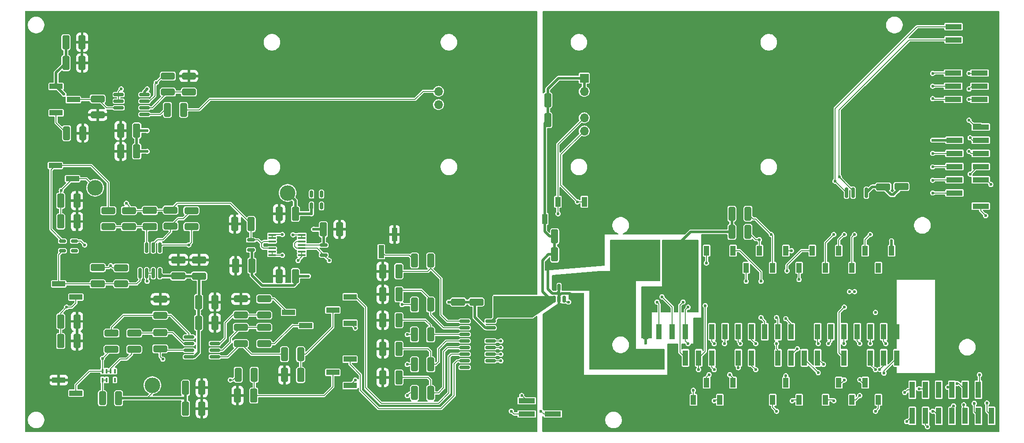
<source format=gbr>
%TF.GenerationSoftware,KiCad,Pcbnew,8.0.9-8.0.9-0~ubuntu22.04.1*%
%TF.CreationDate,2025-06-19T12:15:33-04:00*%
%TF.ProjectId,digital_waters,64696769-7461-46c5-9f77-61746572732e,rev?*%
%TF.SameCoordinates,Original*%
%TF.FileFunction,Copper,L1,Top*%
%TF.FilePolarity,Positive*%
%FSLAX46Y46*%
G04 Gerber Fmt 4.6, Leading zero omitted, Abs format (unit mm)*
G04 Created by KiCad (PCBNEW 8.0.9-8.0.9-0~ubuntu22.04.1) date 2025-06-19 12:15:33*
%MOMM*%
%LPD*%
G01*
G04 APERTURE LIST*
G04 Aperture macros list*
%AMRoundRect*
0 Rectangle with rounded corners*
0 $1 Rounding radius*
0 $2 $3 $4 $5 $6 $7 $8 $9 X,Y pos of 4 corners*
0 Add a 4 corners polygon primitive as box body*
4,1,4,$2,$3,$4,$5,$6,$7,$8,$9,$2,$3,0*
0 Add four circle primitives for the rounded corners*
1,1,$1+$1,$2,$3*
1,1,$1+$1,$4,$5*
1,1,$1+$1,$6,$7*
1,1,$1+$1,$8,$9*
0 Add four rect primitives between the rounded corners*
20,1,$1+$1,$2,$3,$4,$5,0*
20,1,$1+$1,$4,$5,$6,$7,0*
20,1,$1+$1,$6,$7,$8,$9,0*
20,1,$1+$1,$8,$9,$2,$3,0*%
G04 Aperture macros list end*
%TA.AperFunction,SMDPad,CuDef*%
%ADD10RoundRect,0.250000X0.412500X1.100000X-0.412500X1.100000X-0.412500X-1.100000X0.412500X-1.100000X0*%
%TD*%
%TA.AperFunction,SMDPad,CuDef*%
%ADD11RoundRect,0.250000X-0.412500X-1.100000X0.412500X-1.100000X0.412500X1.100000X-0.412500X1.100000X0*%
%TD*%
%TA.AperFunction,SMDPad,CuDef*%
%ADD12R,1.000000X1.900000*%
%TD*%
%TA.AperFunction,SMDPad,CuDef*%
%ADD13RoundRect,0.100000X0.637500X0.100000X-0.637500X0.100000X-0.637500X-0.100000X0.637500X-0.100000X0*%
%TD*%
%TA.AperFunction,SMDPad,CuDef*%
%ADD14RoundRect,0.150000X0.150000X-0.512500X0.150000X0.512500X-0.150000X0.512500X-0.150000X-0.512500X0*%
%TD*%
%TA.AperFunction,SMDPad,CuDef*%
%ADD15RoundRect,0.250000X1.075000X-0.400000X1.075000X0.400000X-1.075000X0.400000X-1.075000X-0.400000X0*%
%TD*%
%TA.AperFunction,SMDPad,CuDef*%
%ADD16R,1.000000X3.150000*%
%TD*%
%TA.AperFunction,SMDPad,CuDef*%
%ADD17RoundRect,0.250000X1.100000X-0.412500X1.100000X0.412500X-1.100000X0.412500X-1.100000X-0.412500X0*%
%TD*%
%TA.AperFunction,SMDPad,CuDef*%
%ADD18RoundRect,0.250000X0.400000X1.075000X-0.400000X1.075000X-0.400000X-1.075000X0.400000X-1.075000X0*%
%TD*%
%TA.AperFunction,SMDPad,CuDef*%
%ADD19RoundRect,0.250000X-0.400000X-1.075000X0.400000X-1.075000X0.400000X1.075000X-0.400000X1.075000X0*%
%TD*%
%TA.AperFunction,SMDPad,CuDef*%
%ADD20RoundRect,0.150000X-0.825000X-0.150000X0.825000X-0.150000X0.825000X0.150000X-0.825000X0.150000X0*%
%TD*%
%TA.AperFunction,SMDPad,CuDef*%
%ADD21R,1.000000X2.510000*%
%TD*%
%TA.AperFunction,SMDPad,CuDef*%
%ADD22RoundRect,0.250000X-1.075000X0.400000X-1.075000X-0.400000X1.075000X-0.400000X1.075000X0.400000X0*%
%TD*%
%TA.AperFunction,SMDPad,CuDef*%
%ADD23R,2.510000X1.000000*%
%TD*%
%TA.AperFunction,SMDPad,CuDef*%
%ADD24R,3.150000X1.000000*%
%TD*%
%TA.AperFunction,SMDPad,CuDef*%
%ADD25C,3.000000*%
%TD*%
%TA.AperFunction,SMDPad,CuDef*%
%ADD26RoundRect,0.150000X-0.150000X0.825000X-0.150000X-0.825000X0.150000X-0.825000X0.150000X0.825000X0*%
%TD*%
%TA.AperFunction,SMDPad,CuDef*%
%ADD27R,0.400000X0.900000*%
%TD*%
%TA.AperFunction,SMDPad,CuDef*%
%ADD28RoundRect,0.150000X-0.512500X-0.150000X0.512500X-0.150000X0.512500X0.150000X-0.512500X0.150000X0*%
%TD*%
%TA.AperFunction,ComponentPad*%
%ADD29R,1.700000X1.700000*%
%TD*%
%TA.AperFunction,ComponentPad*%
%ADD30O,1.700000X1.700000*%
%TD*%
%TA.AperFunction,SMDPad,CuDef*%
%ADD31RoundRect,0.150000X-0.587500X-0.150000X0.587500X-0.150000X0.587500X0.150000X-0.587500X0.150000X0*%
%TD*%
%TA.AperFunction,SMDPad,CuDef*%
%ADD32RoundRect,0.150000X0.587500X0.150000X-0.587500X0.150000X-0.587500X-0.150000X0.587500X-0.150000X0*%
%TD*%
%TA.AperFunction,SMDPad,CuDef*%
%ADD33R,1.000000X3.000000*%
%TD*%
%TA.AperFunction,SMDPad,CuDef*%
%ADD34RoundRect,0.150000X0.825000X0.150000X-0.825000X0.150000X-0.825000X-0.150000X0.825000X-0.150000X0*%
%TD*%
%TA.AperFunction,ViaPad*%
%ADD35C,0.600000*%
%TD*%
%TA.AperFunction,Conductor*%
%ADD36C,0.200000*%
%TD*%
%TA.AperFunction,Conductor*%
%ADD37C,0.500000*%
%TD*%
G04 APERTURE END LIST*
D10*
%TO.P,C5,1*%
%TO.N,/ADC.DO*%
X124747325Y-102818816D03*
%TO.P,C5,2*%
%TO.N,GNDA*%
X121622325Y-102818816D03*
%TD*%
D11*
%TO.P,C88,1*%
%TO.N,+VSW*%
X86222325Y-99318816D03*
%TO.P,C88,2*%
%TO.N,GNDA*%
X89347325Y-99318816D03*
%TD*%
D12*
%TO.P,J11,1,Pin_1*%
%TO.N,GNDD*%
X171197024Y-118137156D03*
%TO.P,J11,2,Pin_2*%
X173737024Y-114837156D03*
%TO.P,J11,3,Pin_3*%
X176277024Y-118137156D03*
%TO.P,J11,4,Pin_4*%
X178817024Y-114837156D03*
%TO.P,J11,5,Pin_5*%
%TO.N,/Micocontroller/GPIO_15*%
X181357024Y-118137156D03*
%TO.P,J11,6,Pin_6*%
%TO.N,/Micocontroller/GPIO_2_ESP*%
X183897024Y-114837156D03*
%TO.P,J11,7,Pin_7*%
%TO.N,/EN{slash}~{SH_0}*%
X186437024Y-118137156D03*
%TO.P,J11,8,Pin_8*%
%TO.N,/Micocontroller/GPIO_4*%
X188977024Y-114837156D03*
%TO.P,J11,9,Pin_9*%
%TO.N,GNDD*%
X191517024Y-118137156D03*
%TO.P,J11,10,Pin_10*%
X194057024Y-114837156D03*
%TO.P,J11,11,Pin_11*%
%TO.N,/Micocontroller/GPIO_5*%
X196597024Y-118137156D03*
%TO.P,J11,12,Pin_12*%
%TO.N,/SPI_SCLK*%
X199137024Y-114837156D03*
%TO.P,J11,13,Pin_13*%
%TO.N,/SPI_MISO*%
X201677024Y-118137156D03*
%TO.P,J11,14,Pin_14*%
%TO.N,GNDD*%
X204217024Y-114837156D03*
%TO.P,J11,15,Pin_15*%
%TO.N,/Micocontroller/GPIO_21*%
X206757024Y-118137156D03*
%TO.P,J11,16,Pin_16*%
%TO.N,/Micocontroller/GPIO_3_ESP*%
X209297024Y-114837156D03*
%TO.P,J11,17,Pin_17*%
%TO.N,/Micocontroller/GPIO_1*%
X211837024Y-118137156D03*
%TO.P,J11,18,Pin_18*%
%TO.N,/Micocontroller/GPIO_22*%
X214377024Y-114837156D03*
%TO.P,J11,19,Pin_19*%
%TO.N,/SPI_MOSI*%
X216917024Y-118137156D03*
%TO.P,J11,20,Pin_20*%
%TO.N,GNDD*%
X219457024Y-114837156D03*
%TD*%
D13*
%TO.P,U13,1*%
%TO.N,/Base_Sensor/+4.096_REF_BUF_A*%
X106084825Y-90268816D03*
%TO.P,U13,2,-*%
X106084825Y-89618816D03*
%TO.P,U13,3,+*%
%TO.N,VDDA*%
X106084825Y-88968816D03*
%TO.P,U13,4,V+*%
%TO.N,+VSW*%
X106084825Y-88318816D03*
%TO.P,U13,5,+*%
%TO.N,VDDA*%
X106084825Y-87668816D03*
%TO.P,U13,6,-*%
%TO.N,/Power/+4.096_REF_BUF_B*%
X106084825Y-87018816D03*
%TO.P,U13,7*%
X106084825Y-86368816D03*
%TO.P,U13,8*%
%TO.N,/Power/+2.5V_REF_BUF_A*%
X100359825Y-86368816D03*
%TO.P,U13,9,-*%
X100359825Y-87018816D03*
%TO.P,U13,10,+*%
%TO.N,/Power/+2.5V_REF*%
X100359825Y-87668816D03*
%TO.P,U13,11,V-*%
%TO.N,GNDA*%
X100359825Y-88318816D03*
%TO.P,U13,12,+*%
%TO.N,/Power/+2.5V_REF*%
X100359825Y-88968816D03*
%TO.P,U13,13,-*%
%TO.N,/Power/+2.5V_REF_BUF_B*%
X100359825Y-89618816D03*
%TO.P,U13,14*%
X100359825Y-90268816D03*
%TD*%
D11*
%TO.P,C27,1*%
%TO.N,/Power/+2.5V_REF_BUF_B*%
X59722325Y-106818816D03*
%TO.P,C27,2*%
%TO.N,GNDA*%
X62847325Y-106818816D03*
%TD*%
D10*
%TO.P,C25,1*%
%TO.N,/ADC.TURB*%
X124747325Y-97818816D03*
%TO.P,C25,2*%
%TO.N,GNDA*%
X121622325Y-97818816D03*
%TD*%
D11*
%TO.P,C26,1*%
%TO.N,+VSW*%
X110215868Y-85337133D03*
%TO.P,C26,2*%
%TO.N,GNDA*%
X113340868Y-85337133D03*
%TD*%
D14*
%TO.P,U9,1*%
%TO.N,+VSW*%
X107947325Y-80818816D03*
%TO.P,U9,2*%
%TO.N,GNDA*%
X108897325Y-80818816D03*
%TO.P,U9,3*%
%TO.N,unconnected-(U9-Pad3)*%
X109847325Y-80818816D03*
%TO.P,U9,4*%
%TO.N,unconnected-(U9-Pad4)*%
X109847325Y-78543816D03*
%TO.P,U9,5*%
%TO.N,unconnected-(U9-Pad5)*%
X107947325Y-78543816D03*
%TD*%
D15*
%TO.P,R25,1*%
%TO.N,Net-(U4B--)*%
X80347325Y-58918816D03*
%TO.P,R25,2*%
%TO.N,Net-(R24-Pad1)*%
X80347325Y-55818816D03*
%TD*%
D16*
%TO.P,J9,1,Pin_1*%
%TO.N,/Micocontroller/GPIO_23_PI*%
X223437644Y-121231932D03*
%TO.P,J9,2,Pin_2*%
%TO.N,/Micocontroller/GPIO_16_PI*%
X223437644Y-116181932D03*
%TO.P,J9,3,Pin_3*%
%TO.N,/Micocontroller/GPIO_18_PI*%
X225977644Y-121231932D03*
%TO.P,J9,4,Pin_4*%
%TO.N,/Micocontroller/GPIO_20_PI*%
X225977644Y-116181932D03*
%TO.P,J9,5,Pin_5*%
%TO.N,/Micocontroller/GPIO_17_PI*%
X228517644Y-121231932D03*
%TO.P,J9,6,Pin_6*%
%TO.N,/Micocontroller/GPIO_6_PI*%
X228517644Y-116181932D03*
%TO.P,J9,7,Pin_7*%
%TO.N,/Micocontroller/GPIO_27_PI*%
X231057644Y-121231932D03*
%TO.P,J9,8,Pin_8*%
%TO.N,/Micocontroller/GPIO_13_PI*%
X231057644Y-116181932D03*
%TO.P,J9,9,Pin_9*%
%TO.N,/Micocontroller/GPIO_7_PI*%
X233597644Y-121231932D03*
%TO.P,J9,10,Pin_10*%
%TO.N,/Micocontroller/GPIO_19_PI*%
X233597644Y-116181932D03*
%TO.P,J9,11,Pin_11*%
%TO.N,/Micocontroller/GPIO_24_PI*%
X236137644Y-121231932D03*
%TO.P,J9,12,Pin_12*%
%TO.N,/Micocontroller/GPIO_26_PI*%
X236137644Y-116181932D03*
%TO.P,J9,13,Pin_13*%
%TO.N,/Micocontroller/GPIO_0_PI*%
X238677644Y-121231932D03*
%TO.P,J9,14,Pin_14*%
%TO.N,GNDD*%
X238677644Y-116181932D03*
%TD*%
D17*
%TO.P,C7,1*%
%TO.N,+VSW*%
X86347325Y-94318816D03*
%TO.P,C7,2*%
%TO.N,GNDA*%
X86347325Y-91193816D03*
%TD*%
D18*
%TO.P,R39,1*%
%TO.N,/I2C_SCL*%
X191847325Y-85818816D03*
%TO.P,R39,2*%
%TO.N,+3.3V*%
X188747325Y-85818816D03*
%TD*%
D17*
%TO.P,C4,1*%
%TO.N,Net-(U5A-+)*%
X76847325Y-84818816D03*
%TO.P,C4,2*%
%TO.N,/Power/+2.5V_REF*%
X76847325Y-81693816D03*
%TD*%
D19*
%TO.P,R51,1*%
%TO.N,Net-(R21-Pad2)*%
X93847325Y-113318816D03*
%TO.P,R51,2*%
%TO.N,Net-(JP4-C)*%
X96947325Y-113318816D03*
%TD*%
D20*
%TO.P,U4,1*%
%TO.N,Net-(U4A--)*%
X70872325Y-59413816D03*
%TO.P,U4,2,-*%
X70872325Y-60683816D03*
%TO.P,U4,3,+*%
%TO.N,Net-(J4-Pin_2)*%
X70872325Y-61953816D03*
%TO.P,U4,4,V-*%
%TO.N,GNDA*%
X70872325Y-63223816D03*
%TO.P,U4,5,+*%
%TO.N,Net-(U4B-+)*%
X75822325Y-63223816D03*
%TO.P,U4,6,-*%
%TO.N,Net-(U4B--)*%
X75822325Y-61953816D03*
%TO.P,U4,7*%
%TO.N,Net-(R24-Pad1)*%
X75822325Y-60683816D03*
%TO.P,U4,8,V+*%
%TO.N,+VSW*%
X75822325Y-59413816D03*
%TD*%
D21*
%TO.P,J14,1,Pin_1*%
%TO.N,Net-(J14-Pin_1)*%
X121347325Y-89628816D03*
%TO.P,J14,2,Pin_2*%
%TO.N,GNDA*%
X123887325Y-86318816D03*
%TD*%
D10*
%TO.P,C13,1*%
%TO.N,+VSW*%
X104847325Y-82318816D03*
%TO.P,C13,2*%
%TO.N,GNDA*%
X101722325Y-82318816D03*
%TD*%
D18*
%TO.P,R6,1*%
%TO.N,Net-(J17-Pin_3)*%
X83347325Y-62318816D03*
%TO.P,R6,2*%
%TO.N,Net-(U4B-+)*%
X80247325Y-62318816D03*
%TD*%
D22*
%TO.P,R9,1*%
%TO.N,GNDA*%
X78847325Y-98768816D03*
%TO.P,R9,2*%
%TO.N,Net-(U11B-+)*%
X78847325Y-101868816D03*
%TD*%
%TO.P,R10,1*%
%TO.N,/Power/+2.5V_REF*%
X80847325Y-81618816D03*
%TO.P,R10,2*%
%TO.N,Net-(U5A--)*%
X80847325Y-84718816D03*
%TD*%
D19*
%TO.P,R50,1*%
%TO.N,Net-(R48-Pad2)*%
X102747325Y-109358816D03*
%TO.P,R50,2*%
%TO.N,Net-(JP3-C)*%
X105847325Y-109358816D03*
%TD*%
D23*
%TO.P,J3,1,In*%
%TO.N,Net-(J3-In)*%
X59347325Y-95818816D03*
%TO.P,J3,2,Ext*%
%TO.N,/Power/+2.5V_REF_BUF_B*%
X62657325Y-98358816D03*
%TD*%
D10*
%TO.P,C18,1*%
%TO.N,+VSW*%
X96485343Y-92337966D03*
%TO.P,C18,2*%
%TO.N,GNDA*%
X93360343Y-92337966D03*
%TD*%
D11*
%TO.P,C20,1*%
%TO.N,/Power/+4.096_REF_BUF_B*%
X60722325Y-53318816D03*
%TO.P,C20,2*%
%TO.N,GNDA*%
X63847325Y-53318816D03*
%TD*%
D17*
%TO.P,C6,1*%
%TO.N,+VSW*%
X82347325Y-94312655D03*
%TO.P,C6,2*%
%TO.N,GNDA*%
X82347325Y-91187655D03*
%TD*%
D24*
%TO.P,J8,1,Pin_1*%
%TO.N,/Micocontroller/GPIO_1*%
X236587325Y-80858816D03*
%TO.P,J8,2,Pin_2*%
%TO.N,GNDD*%
X231537325Y-80858816D03*
%TO.P,J8,3,Pin_3*%
X236587325Y-78318816D03*
%TO.P,J8,4,Pin_4*%
%TO.N,/Micocontroller/GPIO_22*%
X231537325Y-78318816D03*
%TO.P,J8,5,Pin_5*%
%TO.N,/Micocontroller/GPIO_5*%
X236587325Y-75778816D03*
%TO.P,J8,6,Pin_6*%
%TO.N,/Micocontroller/GPIO_12*%
X231537325Y-75778816D03*
%TO.P,J8,7,Pin_7*%
%TO.N,/Micocontroller/GPIO_21*%
X236587325Y-73238816D03*
%TO.P,J8,8,Pin_8*%
%TO.N,/Micocontroller/GPIO_15*%
X231537325Y-73238816D03*
%TO.P,J8,9,Pin_9*%
%TO.N,/Micocontroller/GPIO_14*%
X236587325Y-70698816D03*
%TO.P,J8,10,Pin_10*%
%TO.N,/Micocontroller/GPIO_4*%
X231537325Y-70698816D03*
%TO.P,J8,11,Pin_11*%
%TO.N,/Micocontroller/GPIO_25*%
X236587325Y-68158816D03*
%TO.P,J8,12,Pin_12*%
%TO.N,+5V*%
X231537325Y-68158816D03*
%TO.P,J8,13,Pin_13*%
%TO.N,+3.3V*%
X236587325Y-65618816D03*
%TO.P,J8,14,Pin_14*%
%TO.N,GNDD*%
X231537325Y-65618816D03*
%TD*%
D19*
%TO.P,R8,1*%
%TO.N,Net-(U4A--)*%
X127747325Y-99818816D03*
%TO.P,R8,2*%
%TO.N,/ADC.TURB*%
X130847325Y-99818816D03*
%TD*%
D15*
%TO.P,R46,1*%
%TO.N,Net-(J2-In)*%
X69487007Y-108418816D03*
%TO.P,R46,2*%
%TO.N,Net-(U11B-+)*%
X69487007Y-105318816D03*
%TD*%
D24*
%TO.P,J12,1,Pin_1*%
%TO.N,/SPI_SCLK*%
X154347325Y-120858816D03*
%TO.P,J12,2,Pin_2*%
%TO.N,/SPI_MOSI*%
X149297325Y-120858816D03*
%TO.P,J12,3,Pin_3*%
%TO.N,GNDD*%
X154347325Y-118318816D03*
%TO.P,J12,4,Pin_4*%
%TO.N,/SPI_MISO*%
X149297325Y-118318816D03*
%TD*%
D23*
%TO.P,J5,1,Pin_1*%
%TO.N,Net-(J5-Pin_1)*%
X106847325Y-103858816D03*
%TO.P,J5,2,Pin_2*%
%TO.N,Net-(J5-Pin_2)*%
X103537325Y-101318816D03*
%TD*%
%TO.P,J1,1,In*%
%TO.N,Net-(J1-In)*%
X58692325Y-73048816D03*
%TO.P,J1,2,Ext*%
%TO.N,/Power/+2.5V_REF_BUF_A*%
X62002325Y-75588816D03*
%TD*%
D22*
%TO.P,R21,1*%
%TO.N,Net-(U11B--)*%
X78847325Y-105218816D03*
%TO.P,R21,2*%
%TO.N,Net-(R21-Pad2)*%
X78847325Y-108318816D03*
%TD*%
D19*
%TO.P,R19,1*%
%TO.N,Net-(R12-Pad2)*%
X127747325Y-111318816D03*
%TO.P,R19,2*%
%TO.N,/ADC.PH*%
X130847325Y-111318816D03*
%TD*%
D25*
%TO.P,TP3,1,1*%
%TO.N,+VSW*%
X103347325Y-78318816D03*
%TD*%
D20*
%TO.P,U1,1,CH0*%
%TO.N,/ADC.CAL*%
X137397325Y-103008816D03*
%TO.P,U1,2,CH1*%
%TO.N,/ADC.TURB*%
X137397325Y-104278816D03*
%TO.P,U1,3,CH2*%
%TO.N,/ADC.DO*%
X137397325Y-105548816D03*
%TO.P,U1,4,CH3*%
%TO.N,/ADC.PH*%
X137397325Y-106818816D03*
%TO.P,U1,5,CH4*%
%TO.N,/ADC.ORP*%
X137397325Y-108088816D03*
%TO.P,U1,6,CH5*%
%TO.N,/ADC.VBATT*%
X137397325Y-109358816D03*
%TO.P,U1,7,CH6*%
%TO.N,/ADC.TEMP*%
X137397325Y-110628816D03*
%TO.P,U1,8,CH7*%
%TO.N,unconnected-(U1-CH7-Pad8)*%
X137397325Y-111898816D03*
%TO.P,U1,9,DGND*%
%TO.N,GNDA*%
X142347325Y-111898816D03*
%TO.P,U1,10,~{CS}/SHDN*%
%TO.N,/SPI_CS0*%
X142347325Y-110628816D03*
%TO.P,U1,11,Din*%
%TO.N,/SPI_MOSI*%
X142347325Y-109358816D03*
%TO.P,U1,12,Dout*%
%TO.N,/SPI_MISO*%
X142347325Y-108088816D03*
%TO.P,U1,13,CLK*%
%TO.N,/SPI_SCLK*%
X142347325Y-106818816D03*
%TO.P,U1,14,AGND*%
%TO.N,GNDA*%
X142347325Y-105548816D03*
%TO.P,U1,15,Vref*%
%TO.N,VDDA*%
X142347325Y-104278816D03*
%TO.P,U1,16,Vdd*%
%TO.N,+VSW*%
X142347325Y-103008816D03*
%TD*%
D14*
%TO.P,U6,1,VOUT*%
%TO.N,+VSW*%
X154592357Y-98786419D03*
%TO.P,U6,2,GND*%
%TO.N,GNDD*%
X155542357Y-98786419D03*
%TO.P,U6,3,ON*%
%TO.N,/EN{slash}~{SH_0}*%
X156492357Y-98786419D03*
%TO.P,U6,4,VIN*%
%TO.N,+5V*%
X156492357Y-96511419D03*
%TO.P,U6,5,GND*%
%TO.N,GNDD*%
X155542357Y-96511419D03*
%TO.P,U6,6,VIN*%
%TO.N,+5V*%
X154592357Y-96511419D03*
%TD*%
D18*
%TO.P,R4,1*%
%TO.N,GNDD*%
X153447325Y-111818816D03*
%TO.P,R4,2*%
%TO.N,GNDA*%
X150347325Y-111818816D03*
%TD*%
D26*
%TO.P,U2,1,E0*%
%TO.N,GNDD*%
X214617325Y-73318816D03*
%TO.P,U2,2,E1*%
X213347325Y-73318816D03*
%TO.P,U2,3,E2*%
X212077325Y-73318816D03*
%TO.P,U2,4,VSS*%
X210807325Y-73318816D03*
%TO.P,U2,5,SDA*%
%TO.N,/I2C_SDA*%
X210807325Y-78268816D03*
%TO.P,U2,6,SCL*%
%TO.N,/I2C_SCL*%
X212077325Y-78268816D03*
%TO.P,U2,7,~{WC}*%
%TO.N,GNDD*%
X213347325Y-78268816D03*
%TO.P,U2,8,VCC*%
%TO.N,+3.3V*%
X214617325Y-78268816D03*
%TD*%
D23*
%TO.P,J4,1,Pin_1*%
%TO.N,/Power/+4.096_REF_BUF_B*%
X58847325Y-57818816D03*
%TO.P,J4,2,Pin_2*%
%TO.N,Net-(J4-Pin_2)*%
X62157325Y-60358816D03*
%TO.P,J4,3,Pin_3*%
%TO.N,Net-(J4-Pin_3)*%
X58847325Y-62898816D03*
%TD*%
%TO.P,JP3,1,A*%
%TO.N,/Base_Sensor/VBATT_BUF*%
X115347325Y-103398816D03*
%TO.P,JP3,2,C*%
%TO.N,Net-(JP3-C)*%
X112037325Y-100858816D03*
%TO.P,JP3,3,B*%
%TO.N,/ADC.VBATT*%
X115347325Y-98318816D03*
%TD*%
D18*
%TO.P,R18,1*%
%TO.N,GNDA*%
X63947325Y-66818816D03*
%TO.P,R18,2*%
%TO.N,Net-(J4-Pin_3)*%
X60847325Y-66818816D03*
%TD*%
D12*
%TO.P,J16,1,Pin_1*%
%TO.N,+3.3V*%
X219452949Y-89431820D03*
%TO.P,J16,2,Pin_2*%
%TO.N,unconnected-(J16-Pin_2-Pad2)*%
X216912949Y-92731820D03*
%TO.P,J16,3,Pin_3*%
%TO.N,/Micocontroller/GPIO_36_ESP*%
X214372949Y-89431820D03*
%TO.P,J16,4,Pin_4*%
%TO.N,/Micocontroller/GPIO_39_ESP*%
X211832949Y-92731820D03*
%TO.P,J16,5,Pin_5*%
%TO.N,/Micocontroller/GPIO_34_ESP*%
X209292949Y-89431820D03*
%TO.P,J16,6,Pin_6*%
%TO.N,/Micocontroller/GPIO_35_ESP*%
X206752949Y-92731820D03*
%TO.P,J16,7,Pin_7*%
%TO.N,/Base_Sensor/VBATT_BUF*%
X204212949Y-89431820D03*
%TO.P,J16,8,Pin_8*%
%TO.N,/Base_Sensor/TEMP_SENSE_BUF*%
X201672949Y-92731820D03*
%TO.P,J16,9,Pin_9*%
%TO.N,/Micocontroller/GPIO_25*%
X199132949Y-89431820D03*
%TO.P,J16,10,Pin_10*%
%TO.N,/I2C_SDA*%
X196592949Y-92731820D03*
%TO.P,J16,11,Pin_11*%
%TO.N,/I2C_SCL*%
X194052949Y-89431820D03*
%TO.P,J16,12,Pin_12*%
%TO.N,/Micocontroller/GPIO_14*%
X191512949Y-92731820D03*
%TO.P,J16,13,Pin_13*%
%TO.N,/Micocontroller/GPIO_12*%
X188972949Y-89431820D03*
%TO.P,J16,14,Pin_14*%
%TO.N,GNDD*%
X186432949Y-92731820D03*
%TO.P,J16,15,Pin_15*%
%TO.N,/SPI_CS0*%
X183892949Y-89431820D03*
%TO.P,J16,16,Pin_16*%
%TO.N,+3.3V*%
X181352949Y-92731820D03*
%TO.P,J16,17,Pin_17*%
X178812949Y-89431820D03*
%TO.P,J16,18,Pin_18*%
X176272949Y-92731820D03*
%TO.P,J16,19,Pin_19*%
%TO.N,+5V*%
X173732949Y-89431820D03*
%TO.P,J16,20,Pin_20*%
X171192949Y-92731820D03*
%TD*%
D11*
%TO.P,C46,1*%
%TO.N,+VSW*%
X153347325Y-64307584D03*
%TO.P,C46,2*%
%TO.N,GNDD*%
X156472325Y-64307584D03*
%TD*%
D15*
%TO.P,R7,1*%
%TO.N,Net-(J5-Pin_1)*%
X98847325Y-107318816D03*
%TO.P,R7,2*%
%TO.N,Net-(U11A--)*%
X98847325Y-104218816D03*
%TD*%
D17*
%TO.P,C34,1*%
%TO.N,+VSW*%
X148347325Y-99258155D03*
%TO.P,C34,2*%
%TO.N,GNDA*%
X148347325Y-96133155D03*
%TD*%
D11*
%TO.P,C22,1*%
%TO.N,/Power/+2.5V_REF_BUF_B*%
X59722325Y-103038816D03*
%TO.P,C22,2*%
%TO.N,GNDA*%
X62847325Y-103038816D03*
%TD*%
%TO.P,C48,1*%
%TO.N,+VSW*%
X153347325Y-60470084D03*
%TO.P,C48,2*%
%TO.N,GNDD*%
X156472325Y-60470084D03*
%TD*%
%TO.P,C95,1*%
%TO.N,+VSW*%
X154682325Y-90168816D03*
%TO.P,C95,2*%
%TO.N,GNDD*%
X157807325Y-90168816D03*
%TD*%
D17*
%TO.P,C32,1*%
%TO.N,+3.3V*%
X221347325Y-77088816D03*
%TO.P,C32,2*%
%TO.N,GNDD*%
X221347325Y-73963816D03*
%TD*%
D11*
%TO.P,C28,1*%
%TO.N,/Power/+2.5V_REF_BUF_A*%
X59722325Y-79818816D03*
%TO.P,C28,2*%
%TO.N,GNDA*%
X62847325Y-79818816D03*
%TD*%
%TO.P,C87,1*%
%TO.N,+VSW*%
X86222325Y-103318816D03*
%TO.P,C87,2*%
%TO.N,GNDA*%
X89347325Y-103318816D03*
%TD*%
D23*
%TO.P,JP4,1,A*%
%TO.N,/Base_Sensor/TEMP_SENSE_BUF*%
X115347325Y-115398816D03*
%TO.P,JP4,2,C*%
%TO.N,Net-(JP4-C)*%
X112037325Y-112858816D03*
%TO.P,JP4,3,B*%
%TO.N,/ADC.TEMP*%
X115347325Y-110318816D03*
%TD*%
D11*
%TO.P,C19,1*%
%TO.N,/Power/+4.096_REF_BUF_B*%
X60722325Y-49318816D03*
%TO.P,C19,2*%
%TO.N,GNDA*%
X63847325Y-49318816D03*
%TD*%
D23*
%TO.P,J2,1,In*%
%TO.N,Net-(J2-In)*%
X62657325Y-116858816D03*
%TO.P,J2,2,Ext*%
%TO.N,GNDA*%
X59347325Y-114318816D03*
%TD*%
D27*
%TO.P,RN1,1,R1.1*%
%TO.N,/Base_Sensor/Vsense*%
X67747325Y-114318816D03*
%TO.P,RN1,2,R2.1*%
X68547325Y-114318816D03*
%TO.P,RN1,3,R3.1*%
%TO.N,GNDA*%
X69347325Y-114318816D03*
%TO.P,RN1,4,R4.1*%
%TO.N,unconnected-(RN1-R4.1-Pad4)*%
X70147325Y-114318816D03*
%TO.P,RN1,5,R4.2*%
%TO.N,unconnected-(RN1-R4.2-Pad5)*%
X70147325Y-112618816D03*
%TO.P,RN1,6,R3.2*%
%TO.N,Net-(RN1-R2.2)*%
X69347325Y-112618816D03*
%TO.P,RN1,7,R2.2*%
X68547325Y-112618816D03*
%TO.P,RN1,8,R1.2*%
%TO.N,Net-(J2-In)*%
X67747325Y-112618816D03*
%TD*%
D11*
%TO.P,C93,1*%
%TO.N,+VSW*%
X154682325Y-86668816D03*
%TO.P,C93,2*%
%TO.N,GNDD*%
X157807325Y-86668816D03*
%TD*%
D18*
%TO.P,R38,1*%
%TO.N,/I2C_SDA*%
X191847325Y-82318816D03*
%TO.P,R38,2*%
%TO.N,+3.3V*%
X188747325Y-82318816D03*
%TD*%
D28*
%TO.P,U3,1*%
%TO.N,Net-(J1-In)*%
X60072325Y-87563816D03*
%TO.P,U3,2*%
%TO.N,GNDA*%
X60072325Y-88513816D03*
%TO.P,U3,3*%
%TO.N,Net-(J3-In)*%
X60072325Y-89463816D03*
%TO.P,U3,4*%
%TO.N,unconnected-(U3-Pad4)*%
X62347325Y-89463816D03*
%TO.P,U3,5*%
%TO.N,Net-(J2-In)*%
X62347325Y-87563816D03*
%TD*%
D22*
%TO.P,R26,1*%
%TO.N,GNDA*%
X84347325Y-55818816D03*
%TO.P,R26,2*%
%TO.N,Net-(U4B--)*%
X84347325Y-58918816D03*
%TD*%
D25*
%TO.P,TP2,1,1*%
%TO.N,/Power/+2.5V_REF_BUF_A*%
X66347325Y-77318816D03*
%TD*%
D10*
%TO.P,C12,1*%
%TO.N,+VSW*%
X104847325Y-94318816D03*
%TO.P,C12,2*%
%TO.N,GNDA*%
X101722325Y-94318816D03*
%TD*%
%TO.P,C3,1*%
%TO.N,Net-(JP3-C)*%
X105847325Y-113358816D03*
%TO.P,C3,2*%
%TO.N,GNDA*%
X102722325Y-113358816D03*
%TD*%
D29*
%TO.P,J18,1,Pin_1*%
%TO.N,+VSW*%
X160372325Y-56238816D03*
D30*
%TO.P,J18,2,Pin_2*%
X160372325Y-58778816D03*
%TO.P,J18,3,Pin_3*%
%TO.N,GNDD*%
X160372325Y-61318816D03*
%TO.P,J18,4,Pin_4*%
%TO.N,/I2C_SDA*%
X160372325Y-63858816D03*
%TO.P,J18,5,Pin_5*%
%TO.N,/I2C_SCL*%
X160372325Y-66398816D03*
%TD*%
D15*
%TO.P,R22,1*%
%TO.N,GNDA*%
X66847325Y-63318816D03*
%TO.P,R22,2*%
%TO.N,Net-(J4-Pin_2)*%
X66847325Y-60218816D03*
%TD*%
D12*
%TO.P,U17,1,VCC*%
%TO.N,+VSW*%
X152767325Y-83318816D03*
%TO.P,U17,2,I2C_SDA*%
%TO.N,/I2C_SDA*%
X155307325Y-80018816D03*
%TO.P,U17,3,GND*%
%TO.N,GNDD*%
X157847325Y-83318816D03*
%TO.P,U17,4,I2C_SCL*%
%TO.N,/I2C_SCL*%
X160387325Y-80018816D03*
%TD*%
D22*
%TO.P,R49,1*%
%TO.N,GNDA*%
X94347325Y-98718816D03*
%TO.P,R49,2*%
%TO.N,Net-(U11A-+)*%
X94347325Y-101818816D03*
%TD*%
D24*
%TO.P,J10,1,Pin_1*%
%TO.N,/Micocontroller/GPIO_35_ESP*%
X231297325Y-55238816D03*
%TO.P,J10,2,Pin_2*%
%TO.N,/Micocontroller/GPIO_2_ESP*%
X236347325Y-55238816D03*
%TO.P,J10,3,Pin_3*%
%TO.N,/Micocontroller/GPIO_34_ESP*%
X231297325Y-57778816D03*
%TO.P,J10,4,Pin_4*%
%TO.N,/Micocontroller/GPIO_3_ESP*%
X236347325Y-57778816D03*
%TO.P,J10,5,Pin_5*%
%TO.N,/Micocontroller/GPIO_36_ESP*%
X231297325Y-60318816D03*
%TO.P,J10,6,Pin_6*%
%TO.N,/Micocontroller/GPIO_39_ESP*%
X236347325Y-60318816D03*
%TD*%
D10*
%TO.P,C2,1*%
%TO.N,Net-(JP4-C)*%
X96847325Y-117318816D03*
%TO.P,C2,2*%
%TO.N,GNDA*%
X93722325Y-117318816D03*
%TD*%
D22*
%TO.P,R17,1*%
%TO.N,Net-(J1-In)*%
X68847325Y-81718816D03*
%TO.P,R17,2*%
%TO.N,Net-(U5A-+)*%
X68847325Y-84818816D03*
%TD*%
%TO.P,R3,1*%
%TO.N,/Power/+2.5V_REF*%
X72847325Y-81718816D03*
%TO.P,R3,2*%
%TO.N,Net-(U5A-+)*%
X72847325Y-84818816D03*
%TD*%
%TO.P,R11,1*%
%TO.N,/Power/+2.5V_REF*%
X71347325Y-92718816D03*
%TO.P,R11,2*%
%TO.N,Net-(J3-In)*%
X71347325Y-95818816D03*
%TD*%
D11*
%TO.P,C8,1*%
%TO.N,/Base_Sensor/+4.096_REF_BUF_A*%
X83722325Y-115818816D03*
%TO.P,C8,2*%
%TO.N,GNDA*%
X86847325Y-115818816D03*
%TD*%
%TO.P,C21,1*%
%TO.N,/Power/+2.5V_REF_BUF_A*%
X59722325Y-83818816D03*
%TO.P,C21,2*%
%TO.N,GNDA*%
X62847325Y-83818816D03*
%TD*%
D17*
%TO.P,C33,1*%
%TO.N,VDDA*%
X139628373Y-99314561D03*
%TO.P,C33,2*%
%TO.N,GNDA*%
X139628373Y-96189561D03*
%TD*%
D18*
%TO.P,R52,1*%
%TO.N,/Base_Sensor/+4.096_REF_BUF_A*%
X70847325Y-117818816D03*
%TO.P,R52,2*%
%TO.N,/Base_Sensor/Vsense*%
X67747325Y-117818816D03*
%TD*%
D31*
%TO.P,U7,1,IN*%
%TO.N,+VSW*%
X110284825Y-88368816D03*
%TO.P,U7,2,OUT*%
%TO.N,VDDA*%
X110284825Y-90268816D03*
%TO.P,U7,3,GND*%
%TO.N,GNDA*%
X112159825Y-89318816D03*
%TD*%
D11*
%TO.P,C16,1*%
%TO.N,/Base_Sensor/+4.096_REF_BUF_A*%
X83722325Y-119818816D03*
%TO.P,C16,2*%
%TO.N,GNDA*%
X86847325Y-119818816D03*
%TD*%
D25*
%TO.P,TP5,1,1*%
%TO.N,/Base_Sensor/+4.096_REF_BUF_A*%
X77347325Y-115318816D03*
%TD*%
D17*
%TO.P,C31,1*%
%TO.N,+3.3V*%
X217847325Y-77151316D03*
%TO.P,C31,2*%
%TO.N,GNDD*%
X217847325Y-74026316D03*
%TD*%
D10*
%TO.P,C23,1*%
%TO.N,/ADC.PH*%
X124747325Y-108318816D03*
%TO.P,C23,2*%
%TO.N,GNDA*%
X121622325Y-108318816D03*
%TD*%
D15*
%TO.P,R42,1*%
%TO.N,Net-(RN1-R2.2)*%
X73847325Y-108418816D03*
%TO.P,R42,2*%
%TO.N,Net-(U11B--)*%
X73847325Y-105318816D03*
%TD*%
D29*
%TO.P,J17,1,Pin_1*%
%TO.N,GNDA*%
X132347325Y-63858816D03*
D30*
%TO.P,J17,2,Pin_2*%
%TO.N,+VSW*%
X132347325Y-61318816D03*
%TO.P,J17,3,Pin_3*%
%TO.N,Net-(J17-Pin_3)*%
X132347325Y-58778816D03*
%TD*%
D19*
%TO.P,R20,1*%
%TO.N,Net-(U5B--)*%
X127747325Y-116818816D03*
%TO.P,R20,2*%
%TO.N,/ADC.ORP*%
X130847325Y-116818816D03*
%TD*%
D10*
%TO.P,C92,1*%
%TO.N,+VSW*%
X74347325Y-70318816D03*
%TO.P,C92,2*%
%TO.N,GNDA*%
X71222325Y-70318816D03*
%TD*%
D22*
%TO.P,R47,1*%
%TO.N,Net-(J5-Pin_2)*%
X98847325Y-98718816D03*
%TO.P,R47,2*%
%TO.N,Net-(U11A-+)*%
X98847325Y-101818816D03*
%TD*%
D26*
%TO.P,U5,1*%
%TO.N,Net-(R12-Pad2)*%
X78777325Y-88827655D03*
%TO.P,U5,2,-*%
%TO.N,Net-(U5A--)*%
X77507325Y-88827655D03*
%TO.P,U5,3,+*%
%TO.N,Net-(U5A-+)*%
X76237325Y-88827655D03*
%TO.P,U5,4,V-*%
%TO.N,GNDA*%
X74967325Y-88827655D03*
%TO.P,U5,5,+*%
%TO.N,Net-(J3-In)*%
X74967325Y-93777655D03*
%TO.P,U5,6,-*%
%TO.N,Net-(U5B--)*%
X76237325Y-93777655D03*
%TO.P,U5,7*%
X77507325Y-93777655D03*
%TO.P,U5,8,V+*%
%TO.N,+VSW*%
X78777325Y-93777655D03*
%TD*%
D22*
%TO.P,R48,1*%
%TO.N,Net-(U11A--)*%
X94347325Y-104218816D03*
%TO.P,R48,2*%
%TO.N,Net-(R48-Pad2)*%
X94347325Y-107318816D03*
%TD*%
D32*
%TO.P,U8,1,IN*%
%TO.N,+VSW*%
X96284825Y-89268816D03*
%TO.P,U8,2,OUT*%
%TO.N,/Power/+2.5V_REF*%
X96284825Y-87368816D03*
%TO.P,U8,3,GND*%
%TO.N,GNDA*%
X94409825Y-88318816D03*
%TD*%
D10*
%TO.P,C24,1*%
%TO.N,/ADC.ORP*%
X124747325Y-113818816D03*
%TO.P,C24,2*%
%TO.N,GNDA*%
X121622325Y-113818816D03*
%TD*%
D17*
%TO.P,C35,1*%
%TO.N,+VSW*%
X144334291Y-99258155D03*
%TO.P,C35,2*%
%TO.N,GNDA*%
X144334291Y-96133155D03*
%TD*%
D19*
%TO.P,R1,1*%
%TO.N,Net-(J14-Pin_1)*%
X127747325Y-91318816D03*
%TO.P,R1,2*%
%TO.N,/ADC.CAL*%
X130847325Y-91318816D03*
%TD*%
D17*
%TO.P,C58,1*%
%TO.N,Net-(J3-In)*%
X66847325Y-95818816D03*
%TO.P,C58,2*%
%TO.N,/Power/+2.5V_REF*%
X66847325Y-92693816D03*
%TD*%
D33*
%TO.P,J24,1,Pin_1*%
%TO.N,+3.3V*%
X172220000Y-105028508D03*
%TO.P,J24,2,Pin_2*%
%TO.N,+5V*%
X172220000Y-110068508D03*
%TO.P,J24,3,Pin_3*%
%TO.N,/I2C_SDA*%
X174760000Y-105028508D03*
%TO.P,J24,4,Pin_4*%
%TO.N,+5V*%
X174760000Y-110068508D03*
%TO.P,J24,5,Pin_5*%
%TO.N,/I2C_SCL*%
X177300000Y-105028508D03*
%TO.P,J24,6,Pin_6*%
%TO.N,GNDD*%
X177300000Y-110068508D03*
%TO.P,J24,7,Pin_7*%
%TO.N,/Micocontroller/GPIO_4*%
X179840000Y-105028508D03*
%TO.P,J24,8,Pin_8*%
%TO.N,/Micocontroller/GPIO_14*%
X179840000Y-110068508D03*
%TO.P,J24,9,Pin_9*%
%TO.N,GNDD*%
X182380000Y-105028508D03*
%TO.P,J24,10,Pin_10*%
%TO.N,/Micocontroller/GPIO_15*%
X182380000Y-110068508D03*
%TO.P,J24,11,Pin_11*%
%TO.N,/Micocontroller/GPIO_17_PI*%
X184920000Y-105028508D03*
%TO.P,J24,12,Pin_12*%
%TO.N,/Micocontroller/GPIO_18_PI*%
X184920000Y-110068508D03*
%TO.P,J24,13,Pin_13*%
%TO.N,/Micocontroller/GPIO_27_PI*%
X187460000Y-105028508D03*
%TO.P,J24,14,Pin_14*%
%TO.N,GNDD*%
X187460000Y-110068508D03*
%TO.P,J24,15,Pin_15*%
%TO.N,/Micocontroller/GPIO_22*%
X190000000Y-105028508D03*
%TO.P,J24,16,Pin_16*%
%TO.N,/Micocontroller/GPIO_23_PI*%
X190000000Y-110068508D03*
%TO.P,J24,17,Pin_17*%
%TO.N,+3.3V*%
X192540000Y-105028508D03*
%TO.P,J24,18,Pin_18*%
%TO.N,/Micocontroller/GPIO_24_PI*%
X192540000Y-110068508D03*
%TO.P,J24,19,Pin_19*%
%TO.N,/SPI_MOSI*%
X195080000Y-105028508D03*
%TO.P,J24,20,Pin_20*%
%TO.N,GNDD*%
X195080000Y-110068508D03*
%TO.P,J24,21,Pin_21*%
%TO.N,/SPI_MISO*%
X197620000Y-105028508D03*
%TO.P,J24,22,Pin_22*%
%TO.N,/Micocontroller/GPIO_25*%
X197620000Y-110068508D03*
%TO.P,J24,23,Pin_23*%
%TO.N,/SPI_SCLK*%
X200160000Y-105028508D03*
%TO.P,J24,24,Pin_24*%
%TO.N,/SPI_CS0*%
X200160000Y-110068508D03*
%TO.P,J24,25,Pin_25*%
%TO.N,GNDD*%
X202700000Y-105028508D03*
%TO.P,J24,26,Pin_26*%
%TO.N,/Micocontroller/GPIO_7_PI*%
X202700000Y-110068508D03*
%TO.P,J24,27,Pin_27*%
%TO.N,/Micocontroller/GPIO_0_PI*%
X205240000Y-105028508D03*
%TO.P,J24,28,Pin_28*%
%TO.N,/Micocontroller/GPIO_1*%
X205240000Y-110068508D03*
%TO.P,J24,29,Pin_29*%
%TO.N,/EN{slash}~{SH_0}*%
X207780000Y-105028508D03*
%TO.P,J24,30,Pin_30*%
%TO.N,GNDD*%
X207780000Y-110068508D03*
%TO.P,J24,31,Pin_31*%
%TO.N,/Micocontroller/GPIO_6_PI*%
X210320000Y-105028508D03*
%TO.P,J24,32,Pin_32*%
%TO.N,/Micocontroller/GPIO_12*%
X210320000Y-110068508D03*
%TO.P,J24,33,Pin_33*%
%TO.N,/Micocontroller/GPIO_13_PI*%
X212860000Y-105028508D03*
%TO.P,J24,34,Pin_34*%
%TO.N,GNDD*%
X212860000Y-110068508D03*
%TO.P,J24,35,Pin_35*%
%TO.N,/Micocontroller/GPIO_19_PI*%
X215400000Y-105028508D03*
%TO.P,J24,36,Pin_36*%
%TO.N,/Micocontroller/GPIO_16_PI*%
X215400000Y-110068508D03*
%TO.P,J24,37,Pin_37*%
%TO.N,/Micocontroller/GPIO_26_PI*%
X217940000Y-105028508D03*
%TO.P,J24,38,Pin_38*%
%TO.N,/Micocontroller/GPIO_20_PI*%
X217940000Y-110068508D03*
%TO.P,J24,39,Pin_39*%
%TO.N,GNDD*%
X220480000Y-105028508D03*
%TO.P,J24,40,Pin_40*%
%TO.N,/Micocontroller/GPIO_21*%
X220480000Y-110068508D03*
%TD*%
D17*
%TO.P,C29,1*%
%TO.N,VDDA*%
X136147325Y-99318816D03*
%TO.P,C29,2*%
%TO.N,GNDA*%
X136147325Y-96193816D03*
%TD*%
D22*
%TO.P,R12,1*%
%TO.N,Net-(U5A--)*%
X84847325Y-81718816D03*
%TO.P,R12,2*%
%TO.N,Net-(R12-Pad2)*%
X84847325Y-84818816D03*
%TD*%
D10*
%TO.P,C17,1*%
%TO.N,/Power/+2.5V_REF*%
X96347325Y-84319412D03*
%TO.P,C17,2*%
%TO.N,GNDA*%
X93222325Y-84319412D03*
%TD*%
%TO.P,C91,1*%
%TO.N,+VSW*%
X74347325Y-66318816D03*
%TO.P,C91,2*%
%TO.N,GNDA*%
X71222325Y-66318816D03*
%TD*%
D19*
%TO.P,R24,1*%
%TO.N,Net-(R24-Pad1)*%
X127725404Y-105575465D03*
%TO.P,R24,2*%
%TO.N,/ADC.DO*%
X130825404Y-105575465D03*
%TD*%
D34*
%TO.P,U11,1*%
%TO.N,Net-(R48-Pad2)*%
X89347325Y-109858816D03*
%TO.P,U11,2,-*%
%TO.N,Net-(U11A--)*%
X89347325Y-108588816D03*
%TO.P,U11,3,+*%
%TO.N,Net-(U11A-+)*%
X89347325Y-107318816D03*
%TO.P,U11,4,V-*%
%TO.N,GNDA*%
X89347325Y-106048816D03*
%TO.P,U11,5,+*%
%TO.N,Net-(U11B-+)*%
X84397325Y-106048816D03*
%TO.P,U11,6,-*%
%TO.N,Net-(U11B--)*%
X84397325Y-107318816D03*
%TO.P,U11,7*%
%TO.N,Net-(R21-Pad2)*%
X84397325Y-108588816D03*
%TO.P,U11,8,V+*%
%TO.N,+VSW*%
X84397325Y-109858816D03*
%TD*%
D24*
%TO.P,J13,1,Pin_1*%
%TO.N,/I2C_SDA*%
X231347325Y-46318816D03*
%TO.P,J13,2,Pin_2*%
%TO.N,GNDD*%
X236397325Y-46318816D03*
%TO.P,J13,3,Pin_3*%
%TO.N,/I2C_SCL*%
X231347325Y-48858816D03*
%TO.P,J13,4,Pin_4*%
%TO.N,GNDD*%
X236397325Y-48858816D03*
%TD*%
D10*
%TO.P,C1,1*%
%TO.N,/ADC.CAL*%
X124733730Y-93402492D03*
%TO.P,C1,2*%
%TO.N,GNDA*%
X121608730Y-93402492D03*
%TD*%
D35*
%TO.N,GNDA*%
X114347325Y-89318816D03*
X143347325Y-113318816D03*
X140347325Y-92318816D03*
X119347325Y-108318816D03*
X103347325Y-88318816D03*
X143347325Y-92318816D03*
X136347325Y-92318816D03*
X119347325Y-114318816D03*
X142347325Y-113318816D03*
X92347325Y-88318816D03*
X119347325Y-95318816D03*
%TO.N,/Power/+2.5V_REF*%
X69347325Y-92318816D03*
X72347325Y-80318816D03*
%TO.N,+3.3V*%
X193347325Y-107318816D03*
X219453118Y-87540477D03*
X234347325Y-64318816D03*
X172220000Y-107191491D03*
X178812949Y-91318816D03*
X219784825Y-78651316D03*
%TO.N,+5V*%
X227347325Y-68158816D03*
X173347325Y-91318816D03*
%TO.N,VDDA*%
X134347325Y-99318816D03*
X111347325Y-91318816D03*
%TO.N,/Power/+2.5V_REF_BUF_A*%
X59847325Y-77818816D03*
X102347325Y-86318816D03*
%TO.N,/Micocontroller/GPIO_22*%
X190347325Y-107318816D03*
X216347325Y-101318816D03*
X227347325Y-78318816D03*
X213350684Y-114263532D03*
%TO.N,/Micocontroller/GPIO_21*%
X208347325Y-118318816D03*
X234537325Y-74698816D03*
X218000000Y-113000000D03*
%TO.N,/Micocontroller/GPIO_5*%
X238537325Y-76698816D03*
X197347325Y-120318816D03*
%TO.N,/Micocontroller/GPIO_4*%
X180347325Y-100318816D03*
X180347325Y-107318816D03*
X188347325Y-113318816D03*
X227347325Y-70698816D03*
%TO.N,Net-(J2-In)*%
X67747325Y-110158498D03*
X64347325Y-88318816D03*
%TO.N,/EN{slash}~{SH_0}*%
X207347325Y-107318816D03*
X185347325Y-118318816D03*
X157347325Y-99318816D03*
%TO.N,Net-(R12-Pad2)*%
X84347325Y-88318816D03*
X126347325Y-111318816D03*
%TO.N,Net-(U5B--)*%
X126347325Y-117318816D03*
X76347325Y-95318816D03*
%TO.N,/Micocontroller/GPIO_14*%
X234347325Y-70318816D03*
X191512949Y-95318816D03*
X179347325Y-99318816D03*
%TO.N,Net-(R21-Pad2)*%
X92347325Y-114318816D03*
X79347325Y-110318816D03*
%TO.N,/Micocontroller/GPIO_15*%
X182347325Y-112318816D03*
X227347325Y-73318816D03*
X183646479Y-100019662D03*
X181347325Y-116318816D03*
%TO.N,/I2C_SCL*%
X209410101Y-75256040D03*
X159047325Y-80018816D03*
X175347325Y-98318816D03*
X194052949Y-87318816D03*
%TO.N,/I2C_SDA*%
X208602325Y-76063816D03*
X196347325Y-86318816D03*
X174347325Y-99318816D03*
X155347325Y-82318816D03*
%TO.N,/Micocontroller/GPIO_12*%
X194347325Y-95318816D03*
X227347325Y-75879128D03*
X210347325Y-100318816D03*
%TO.N,/Micocontroller/GPIO_1*%
X237537325Y-82698816D03*
X206347325Y-111318816D03*
X213347325Y-117318816D03*
%TO.N,/Micocontroller/GPIO_25*%
X197347325Y-107318816D03*
X200234321Y-89431820D03*
X234537325Y-67698816D03*
%TO.N,/SPI_MOSI*%
X194347325Y-102318816D03*
X216347325Y-120318816D03*
X146347325Y-120318816D03*
X144347325Y-109358816D03*
%TO.N,/SPI_SCLK*%
X152069402Y-120318816D03*
X199137024Y-113529117D03*
X144347325Y-106818816D03*
X199137024Y-102529117D03*
%TO.N,/SPI_MISO*%
X197347325Y-102318816D03*
X144337787Y-108086424D03*
X148347325Y-117318816D03*
X200347325Y-118318816D03*
%TO.N,/SPI_CS0*%
X144347325Y-110628816D03*
X201347325Y-108318816D03*
X183847325Y-91818816D03*
%TO.N,/Base_Sensor/VBATT_BUF*%
X199342338Y-93318816D03*
X116347325Y-104318816D03*
%TO.N,/Base_Sensor/TEMP_SENSE_BUF*%
X116347325Y-114318816D03*
X201672949Y-94993192D03*
%TO.N,Net-(U4A--)*%
X71347325Y-58318816D03*
X125347325Y-99818816D03*
%TO.N,Net-(R24-Pad1)*%
X78097325Y-57068816D03*
X126347325Y-105575465D03*
%TO.N,/Base_Sensor/+4.096_REF_BUF_A*%
X83722325Y-117818816D03*
X105347325Y-91318816D03*
%TO.N,/Power/+2.5V_REF_BUF_B*%
X102347325Y-90318816D03*
X60847325Y-100318816D03*
%TO.N,/Power/+4.096_REF_BUF_B*%
X60347325Y-59318816D03*
X104397325Y-86368816D03*
%TO.N,+VSW*%
X76347325Y-70318816D03*
X76347325Y-58318816D03*
X107947325Y-82318816D03*
X144347325Y-101318816D03*
X148347325Y-101318816D03*
X107347325Y-94318816D03*
X76347325Y-66318816D03*
X146347325Y-101318816D03*
X86222325Y-101318816D03*
X108347325Y-85318816D03*
%TO.N,/Micocontroller/GPIO_2_ESP*%
X211347325Y-97318816D03*
X234347325Y-55318816D03*
X184347325Y-113318816D03*
%TO.N,/Micocontroller/GPIO_3_ESP*%
X210347325Y-114318816D03*
X234347325Y-58318816D03*
X212347325Y-97318816D03*
%TO.N,/Micocontroller/GPIO_34_ESP*%
X227347325Y-57778816D03*
X210347325Y-86318816D03*
%TO.N,/Micocontroller/GPIO_35_ESP*%
X208347325Y-86318816D03*
X227347325Y-55318816D03*
%TO.N,/Micocontroller/GPIO_39_ESP*%
X212347325Y-86318816D03*
X234347325Y-60318816D03*
%TO.N,/Micocontroller/GPIO_36_ESP*%
X227347325Y-60182153D03*
X215347325Y-86318816D03*
%TO.N,/Micocontroller/GPIO_27_PI*%
X187347325Y-107318816D03*
X231347325Y-119318816D03*
%TO.N,/Micocontroller/GPIO_7_PI*%
X233347325Y-119114739D03*
X205347325Y-112918816D03*
%TO.N,/Micocontroller/GPIO_0_PI*%
X205347325Y-107318816D03*
X237788130Y-118759620D03*
%TO.N,/Micocontroller/GPIO_20_PI*%
X224755279Y-116000000D03*
X217171591Y-112294553D03*
%TO.N,/Micocontroller/GPIO_23_PI*%
X222347325Y-122318816D03*
X190000000Y-111971491D03*
%TO.N,/Micocontroller/GPIO_13_PI*%
X213347325Y-107318816D03*
X230238002Y-115718816D03*
%TO.N,/Micocontroller/GPIO_24_PI*%
X193347325Y-112318816D03*
X235347325Y-118816859D03*
%TO.N,/Micocontroller/GPIO_19_PI*%
X232057646Y-115000000D03*
X215347325Y-107318816D03*
%TO.N,/Micocontroller/GPIO_26_PI*%
X218347325Y-107318816D03*
X236347325Y-113318816D03*
%TO.N,/Micocontroller/GPIO_16_PI*%
X216347325Y-112318816D03*
X222000000Y-116718816D03*
%TO.N,/Micocontroller/GPIO_18_PI*%
X185347325Y-112318816D03*
X226347325Y-123318816D03*
%TO.N,/Micocontroller/GPIO_17_PI*%
X185347325Y-107318816D03*
X227347325Y-120318816D03*
%TO.N,/Micocontroller/GPIO_6_PI*%
X210320000Y-107291491D03*
X228439778Y-116259798D03*
%TD*%
D36*
%TO.N,GNDA*%
X70777325Y-63318816D02*
X70872325Y-63223816D01*
D37*
X63847325Y-49318816D02*
X63847325Y-53318816D01*
X66942325Y-63223816D02*
X70682325Y-63223816D01*
X66847325Y-65818816D02*
X66847325Y-63318816D01*
X71222325Y-66318816D02*
X71222325Y-70318816D01*
X63947325Y-66818816D02*
X65847325Y-66818816D01*
X65847325Y-66818816D02*
X66847325Y-65818816D01*
X66847325Y-63318816D02*
X66942325Y-63223816D01*
D36*
%TO.N,/Power/+2.5V_REF*%
X98347325Y-88018816D02*
X98347325Y-88668815D01*
X97697325Y-87368816D02*
X96384825Y-87368816D01*
X76922325Y-81618816D02*
X80847325Y-81618816D01*
X68972325Y-92693816D02*
X69347325Y-92318816D01*
X71347325Y-92718816D02*
X69747325Y-92718816D01*
X98647326Y-88968816D02*
X100359825Y-88968816D01*
X72847325Y-80818816D02*
X72347325Y-80318816D01*
X96284825Y-87368816D02*
X96284825Y-84448043D01*
X96284825Y-84448043D02*
X96413456Y-84319412D01*
X76822325Y-81718816D02*
X76847325Y-81693816D01*
X66847325Y-92693816D02*
X68972325Y-92693816D01*
X82147325Y-80318816D02*
X80847325Y-81618816D01*
X72847325Y-81718816D02*
X72847325Y-80818816D01*
X96347325Y-84319412D02*
X92346729Y-80318816D01*
X98697325Y-87668816D02*
X98347325Y-88018816D01*
X98347325Y-88018816D02*
X97697325Y-87368816D01*
X69747325Y-92718816D02*
X69347325Y-92318816D01*
X98347325Y-88668815D02*
X98647326Y-88968816D01*
X100359825Y-87668816D02*
X98697325Y-87668816D01*
X92346729Y-80318816D02*
X82147325Y-80318816D01*
X72847325Y-81718816D02*
X76822325Y-81718816D01*
X76922325Y-81618816D02*
X76847325Y-81693816D01*
D37*
%TO.N,GNDD*%
X156042358Y-97623919D02*
X157652428Y-97623919D01*
D36*
X155851890Y-60045084D02*
X155926890Y-59970084D01*
D37*
X155542357Y-98786419D02*
X155542357Y-101123784D01*
X155851890Y-60470084D02*
X156700622Y-61318816D01*
X155542357Y-96511419D02*
X155542357Y-97318816D01*
D36*
X155851890Y-60470084D02*
X155851890Y-60045084D01*
D37*
X155542357Y-97318816D02*
X155187254Y-97673919D01*
X155347325Y-101318816D02*
X155542357Y-101123784D01*
X155187254Y-97673919D02*
X154239673Y-97673919D01*
X155542357Y-98786419D02*
X155542357Y-98123920D01*
X154239673Y-97673919D02*
X153347325Y-96781571D01*
D36*
X157847325Y-86628816D02*
X157807325Y-86668816D01*
D37*
X157652428Y-97623919D02*
X158347325Y-98318816D01*
X157847325Y-83318816D02*
X157847325Y-86628816D01*
X158347325Y-98318816D02*
X158347325Y-100318816D01*
X155851890Y-64270084D02*
X155851890Y-60470084D01*
X155542357Y-98123920D02*
X156042358Y-97623919D01*
X157807325Y-86668816D02*
X157807325Y-90168816D01*
X153347325Y-96781571D02*
X153347325Y-92318816D01*
X155542357Y-97318816D02*
X155542357Y-98786419D01*
X156700622Y-61318816D02*
X160372325Y-61318816D01*
%TO.N,+3.3V*%
X176272949Y-92731820D02*
X177934321Y-92731820D01*
D36*
X219452949Y-87540646D02*
X219453118Y-87540477D01*
D37*
X188747325Y-85818816D02*
X188747325Y-82318816D01*
X178812949Y-87853192D02*
X180847325Y-85818816D01*
D36*
X235107325Y-65078816D02*
X236587325Y-65078816D01*
X192540000Y-105028508D02*
X192540000Y-106511491D01*
D37*
X178812949Y-89431820D02*
X178812949Y-87853192D01*
X172220000Y-105028508D02*
X172220000Y-107191491D01*
X177934321Y-92731820D02*
X178812949Y-91853192D01*
X179691577Y-92731820D02*
X178812949Y-91853192D01*
X217847325Y-77151316D02*
X215734825Y-77151316D01*
X178812949Y-91853192D02*
X178812949Y-91318816D01*
X181352949Y-92731820D02*
X179691577Y-92731820D01*
X219452949Y-89431820D02*
X219452949Y-87540646D01*
X221347325Y-77088816D02*
X219784825Y-78651316D01*
D36*
X234347325Y-64318816D02*
X235107325Y-65078816D01*
D37*
X180847325Y-85818816D02*
X188747325Y-85818816D01*
X178812949Y-91318816D02*
X178812949Y-89431820D01*
X219784825Y-78651316D02*
X219347325Y-78651316D01*
X219347325Y-78651316D02*
X217847325Y-77151316D01*
X215734825Y-77151316D02*
X214617325Y-78268816D01*
D36*
X192540000Y-106511491D02*
X193347325Y-107318816D01*
D37*
%TO.N,+5V*%
X171934321Y-92731820D02*
X173347325Y-91318816D01*
X227347325Y-68158816D02*
X231537325Y-68158816D01*
X173347325Y-91318816D02*
X173732949Y-90933192D01*
X173732949Y-90933192D02*
X173732949Y-89431820D01*
X171192949Y-92731820D02*
X171934321Y-92731820D01*
D36*
%TO.N,VDDA*%
X105033077Y-87668816D02*
X104699416Y-88002477D01*
D37*
X134347325Y-99318816D02*
X136347325Y-99318816D01*
D36*
X104699416Y-88628124D02*
X105040108Y-88968816D01*
D37*
X136147325Y-99318816D02*
X139624118Y-99318816D01*
D36*
X111347325Y-91318816D02*
X110297325Y-90268816D01*
X110284825Y-90268816D02*
X108984825Y-88968816D01*
D37*
X141387325Y-104278816D02*
X142347325Y-104278816D01*
D36*
X105040108Y-88968816D02*
X106084825Y-88968816D01*
X110297325Y-90268816D02*
X110284825Y-90268816D01*
D37*
X139628373Y-99314561D02*
X139347325Y-99595609D01*
X139347325Y-99595609D02*
X139347325Y-102238816D01*
D36*
X106084825Y-87668816D02*
X105033077Y-87668816D01*
X108984825Y-88968816D02*
X106084825Y-88968816D01*
X139624118Y-99318816D02*
X139628373Y-99314561D01*
X104699416Y-88002477D02*
X104699416Y-88628124D01*
D37*
X139347325Y-102238816D02*
X141387325Y-104278816D01*
D36*
%TO.N,Net-(J3-In)*%
X66847325Y-95818816D02*
X71347325Y-95818816D01*
X74967325Y-95198816D02*
X74967325Y-93777655D01*
X60072325Y-89463816D02*
X59347325Y-90188816D01*
X59347325Y-95818816D02*
X66847325Y-95818816D01*
X74347325Y-95818816D02*
X74967325Y-95198816D01*
X59347325Y-90188816D02*
X59347325Y-95818816D01*
X71347325Y-95818816D02*
X74347325Y-95818816D01*
%TO.N,/Power/+2.5V_REF_BUF_A*%
X102347325Y-86318816D02*
X100409825Y-86318816D01*
X59847325Y-77818816D02*
X59722325Y-77943816D01*
X62002325Y-75588816D02*
X59847325Y-77743816D01*
X100409825Y-86318816D02*
X100359825Y-86368816D01*
X59847325Y-77743816D02*
X59847325Y-77818816D01*
X66347325Y-77318816D02*
X64617325Y-75588816D01*
X100359825Y-87018816D02*
X100359825Y-86368816D01*
X59722325Y-77943816D02*
X59722325Y-79818816D01*
X59722325Y-79818816D02*
X59722325Y-83818816D01*
X64617325Y-75588816D02*
X62002325Y-75588816D01*
%TO.N,Net-(J1-In)*%
X58692325Y-73048816D02*
X65577325Y-73048816D01*
X65577325Y-73048816D02*
X68847325Y-76318816D01*
X68847325Y-76318816D02*
X68847325Y-81718816D01*
X68847325Y-81218816D02*
X68347325Y-81718816D01*
X57847325Y-73893816D02*
X58692325Y-73048816D01*
X60072325Y-87563816D02*
X57847325Y-85338816D01*
X57847325Y-85338816D02*
X57847325Y-73893816D01*
%TO.N,/Micocontroller/GPIO_22*%
X227347325Y-78318816D02*
X231537325Y-78318816D01*
X190000000Y-105028508D02*
X190000000Y-106971491D01*
X213865665Y-114837156D02*
X213347325Y-114318816D01*
X214377024Y-114837156D02*
X213865665Y-114837156D01*
X190000000Y-106971491D02*
X190347325Y-107318816D01*
%TO.N,/Micocontroller/GPIO_21*%
X208165665Y-118137156D02*
X208347325Y-118318816D01*
X206757024Y-118137156D02*
X208165665Y-118137156D01*
X218000000Y-112548508D02*
X220480000Y-110068508D01*
X218000000Y-113000000D02*
X218000000Y-112548508D01*
X235997325Y-73238816D02*
X234537325Y-74698816D01*
X236587325Y-73238816D02*
X235997325Y-73238816D01*
%TO.N,/Micocontroller/GPIO_5*%
X236587325Y-75778816D02*
X237617325Y-75778816D01*
X197347325Y-120318816D02*
X196597024Y-119568515D01*
X237617325Y-75778816D02*
X238537325Y-76698816D01*
X196597024Y-119568515D02*
X196597024Y-118137156D01*
%TO.N,/Micocontroller/GPIO_4*%
X188977024Y-113948515D02*
X188347325Y-113318816D01*
X179840000Y-106811491D02*
X179840000Y-105028508D01*
X180347325Y-100318816D02*
X179840000Y-100826141D01*
X188977024Y-114837156D02*
X188977024Y-113948515D01*
X231537325Y-70698816D02*
X227347325Y-70698816D01*
X179840000Y-100826141D02*
X179840000Y-105028508D01*
X180347325Y-107318816D02*
X179840000Y-106811491D01*
%TO.N,Net-(J2-In)*%
X63592325Y-87563816D02*
X62347325Y-87563816D01*
X64347325Y-88318816D02*
X63592325Y-87563816D01*
X62657325Y-115248498D02*
X65287007Y-112618816D01*
X69487007Y-108418816D02*
X67747325Y-110158498D01*
X62657325Y-116858816D02*
X62657325Y-115248498D01*
X65287007Y-112618816D02*
X67747325Y-112618816D01*
X67747325Y-110158498D02*
X67747325Y-112618816D01*
%TO.N,/Base_Sensor/Vsense*%
X67747325Y-114318816D02*
X67747325Y-117818816D01*
X67747325Y-114318816D02*
X68547325Y-114318816D01*
%TO.N,/EN{slash}~{SH_0}*%
X157024754Y-99318816D02*
X157347325Y-99318816D01*
X207780000Y-106886141D02*
X207347325Y-107318816D01*
X156492357Y-98786419D02*
X157024754Y-99318816D01*
X185528985Y-118137156D02*
X185347325Y-118318816D01*
X186437024Y-118137156D02*
X185528985Y-118137156D01*
X207780000Y-105028508D02*
X207780000Y-106886141D01*
%TO.N,Net-(U5A-+)*%
X68847325Y-84818816D02*
X72847325Y-84818816D01*
X72847325Y-84818816D02*
X76847325Y-84818816D01*
X76237325Y-88827655D02*
X76237325Y-85428816D01*
X76237325Y-85428816D02*
X76847325Y-84818816D01*
%TO.N,Net-(R12-Pad2)*%
X84847325Y-87818816D02*
X84847325Y-84818816D01*
X78777325Y-88827655D02*
X79286164Y-88318816D01*
X79286164Y-88318816D02*
X84347325Y-88318816D01*
X127747325Y-111318816D02*
X126347325Y-111318816D01*
X84347325Y-88318816D02*
X84847325Y-87818816D01*
%TO.N,Net-(U5B--)*%
X76237325Y-95208816D02*
X76347325Y-95318816D01*
X126847325Y-116818816D02*
X126347325Y-117318816D01*
X127747325Y-116818816D02*
X126847325Y-116818816D01*
X76237325Y-93777655D02*
X77507325Y-93777655D01*
X76237325Y-93777655D02*
X76237325Y-95208816D01*
%TO.N,/Micocontroller/GPIO_14*%
X191512949Y-92731820D02*
X191512949Y-95318816D01*
X234727325Y-70698816D02*
X236587325Y-70698816D01*
X178747325Y-99918816D02*
X178747325Y-108975833D01*
X234347325Y-70318816D02*
X234727325Y-70698816D01*
X179347325Y-99318816D02*
X178747325Y-99918816D01*
X178747325Y-108975833D02*
X179840000Y-110068508D01*
%TO.N,Net-(U5A--)*%
X80847325Y-84718816D02*
X82297325Y-83268816D01*
X79347325Y-87318816D02*
X78347325Y-87318816D01*
X83297325Y-83268816D02*
X84847325Y-81718816D01*
X80847325Y-84718816D02*
X80847325Y-85818816D01*
X80847325Y-85818816D02*
X79347325Y-87318816D01*
X77507325Y-88158816D02*
X77507325Y-88827655D01*
X78347325Y-87318816D02*
X77507325Y-88158816D01*
X82297325Y-83268816D02*
X83297325Y-83268816D01*
%TO.N,Net-(U11B-+)*%
X80897325Y-101868816D02*
X78847325Y-101868816D01*
X71797325Y-101868816D02*
X69487007Y-104179134D01*
X78847325Y-101868816D02*
X71797325Y-101868816D01*
X84397325Y-105368816D02*
X80897325Y-101868816D01*
X69487007Y-104179134D02*
X69487007Y-105318816D01*
X84397325Y-106048816D02*
X84397325Y-105368816D01*
%TO.N,Net-(U11B--)*%
X84397325Y-107318816D02*
X83347325Y-107318816D01*
X83347325Y-107318816D02*
X81247325Y-105218816D01*
X73847325Y-105318816D02*
X78747325Y-105318816D01*
X78747325Y-105318816D02*
X78847325Y-105218816D01*
X81247325Y-105218816D02*
X78847325Y-105218816D01*
%TO.N,Net-(U11A-+)*%
X91347325Y-106293815D02*
X91347325Y-103318816D01*
X89347325Y-107318816D02*
X90322324Y-107318816D01*
X90322324Y-107318816D02*
X91347325Y-106293815D01*
X92847325Y-101818816D02*
X94347325Y-101818816D01*
X91347325Y-103318816D02*
X92847325Y-101818816D01*
X98847325Y-101818816D02*
X94347325Y-101818816D01*
%TO.N,Net-(R21-Pad2)*%
X78847325Y-108318816D02*
X78847325Y-109818816D01*
X79117325Y-108588816D02*
X78847325Y-108318816D01*
X92847325Y-114318816D02*
X93847325Y-113318816D01*
X84397325Y-108588816D02*
X79117325Y-108588816D01*
X92347325Y-114318816D02*
X92847325Y-114318816D01*
X78847325Y-109818816D02*
X79347325Y-110318816D01*
%TO.N,Net-(U11A--)*%
X98847325Y-104218816D02*
X94347325Y-104218816D01*
X92347325Y-107059072D02*
X92347325Y-106218816D01*
X90817581Y-108588816D02*
X92347325Y-107059072D01*
X89347325Y-108588816D02*
X90817581Y-108588816D01*
X92347325Y-106218816D02*
X94347325Y-104218816D01*
%TO.N,Net-(R48-Pad2)*%
X94347325Y-107318816D02*
X96387325Y-109358816D01*
X96387325Y-109358816D02*
X102747325Y-109358816D01*
X91807325Y-109858816D02*
X94347325Y-107318816D01*
X89347325Y-109858816D02*
X91807325Y-109858816D01*
%TO.N,/Micocontroller/GPIO_15*%
X181357024Y-118137156D02*
X181357024Y-116328515D01*
X183646479Y-100019662D02*
X183646479Y-108802029D01*
X182380000Y-112286141D02*
X182347325Y-112318816D01*
X182380000Y-110068508D02*
X182380000Y-112286141D01*
X227427325Y-73238816D02*
X231537325Y-73238816D01*
X181357024Y-116328515D02*
X181347325Y-116318816D01*
X227347325Y-73318816D02*
X227427325Y-73238816D01*
X183646479Y-108802029D02*
X182380000Y-110068508D01*
%TO.N,/I2C_SCL*%
X212077325Y-77923264D02*
X212077325Y-78268816D01*
X222807325Y-48858816D02*
X209347325Y-62318816D01*
X155847325Y-70923816D02*
X160372325Y-66398816D01*
X175347325Y-98318816D02*
X177300000Y-100271491D01*
X177300000Y-100271491D02*
X177300000Y-105028508D01*
X194052949Y-87318816D02*
X194052949Y-89431820D01*
X159047325Y-80018816D02*
X155847325Y-76818816D01*
X155847325Y-76818816D02*
X155847325Y-70923816D01*
X159047325Y-80018816D02*
X160387325Y-80018816D01*
X209410101Y-75256040D02*
X212077325Y-77923264D01*
X209347325Y-62318816D02*
X209347325Y-75193264D01*
X193347325Y-87318816D02*
X194052949Y-87318816D01*
X191847325Y-85818816D02*
X193347325Y-87318816D01*
X209347325Y-75193264D02*
X212077325Y-77923264D01*
X231347325Y-48858816D02*
X222807325Y-48858816D01*
%TO.N,/I2C_SDA*%
X174760000Y-105028508D02*
X174760000Y-99731491D01*
X174760000Y-99731491D02*
X174347325Y-99318816D01*
X192847325Y-83318816D02*
X193347325Y-83318816D01*
X155307325Y-82278816D02*
X155347325Y-82318816D01*
X155307325Y-68923816D02*
X155307325Y-80018816D01*
X196592949Y-86564440D02*
X196592949Y-92731820D01*
X231347325Y-46318816D02*
X224347325Y-46318816D01*
X224347325Y-46318816D02*
X208602325Y-62063816D01*
X191847325Y-82318816D02*
X192847325Y-83318816D01*
X160372325Y-63858816D02*
X155307325Y-68923816D01*
X208602325Y-76063816D02*
X210807325Y-78268816D01*
X196347325Y-86318816D02*
X196592949Y-86564440D01*
X155307325Y-80018816D02*
X155307325Y-82278816D01*
X208602325Y-62063816D02*
X208602325Y-76063816D01*
X193347325Y-83318816D02*
X196347325Y-86318816D01*
%TO.N,/Micocontroller/GPIO_12*%
X209347325Y-109095833D02*
X210320000Y-110068508D01*
X210347325Y-100318816D02*
X209347325Y-101318816D01*
X190262949Y-89431820D02*
X194347325Y-93516196D01*
X227447637Y-75778816D02*
X231537325Y-75778816D01*
X194347325Y-93516196D02*
X194347325Y-95318816D01*
X227347325Y-75879128D02*
X227447637Y-75778816D01*
X188972949Y-89431820D02*
X190262949Y-89431820D01*
X209347325Y-101318816D02*
X209347325Y-109095833D01*
%TO.N,/Micocontroller/GPIO_1*%
X212528985Y-118137156D02*
X213347325Y-117318816D01*
X236587325Y-80858816D02*
X236587325Y-81748816D01*
X205240000Y-110068508D02*
X205240000Y-110211491D01*
X236587325Y-81748816D02*
X237537325Y-82698816D01*
X211837024Y-118137156D02*
X212528985Y-118137156D01*
X205240000Y-110211491D02*
X206347325Y-111318816D01*
%TO.N,/Micocontroller/GPIO_25*%
X236587325Y-68158816D02*
X234997325Y-68158816D01*
X200234321Y-89431820D02*
X199132949Y-89431820D01*
X197620000Y-110068508D02*
X197620000Y-108591491D01*
X197620000Y-108591491D02*
X197347325Y-108318816D01*
X234997325Y-68158816D02*
X234537325Y-67698816D01*
X197347325Y-108318816D02*
X197347325Y-107318816D01*
%TO.N,/SPI_MOSI*%
X216347325Y-120318816D02*
X216917024Y-119749117D01*
X195080000Y-103051491D02*
X194347325Y-102318816D01*
X195080000Y-105028508D02*
X195080000Y-103051491D01*
X146887325Y-120858816D02*
X146347325Y-120318816D01*
X216917024Y-119749117D02*
X216917024Y-118137156D01*
X149297325Y-120858816D02*
X146887325Y-120858816D01*
X144347325Y-109358816D02*
X142347325Y-109358816D01*
%TO.N,/SPI_SCLK*%
X154347325Y-120858816D02*
X152609402Y-120858816D01*
X200160000Y-103552093D02*
X200160000Y-105028508D01*
X199137024Y-102529117D02*
X200160000Y-103552093D01*
X144347325Y-106818816D02*
X142347325Y-106818816D01*
X152609402Y-120858816D02*
X152069402Y-120318816D01*
X199137024Y-113529117D02*
X199137024Y-114837156D01*
%TO.N,/SPI_MISO*%
X144337787Y-108086424D02*
X144335395Y-108088816D01*
X149297325Y-118318816D02*
X149297325Y-118268816D01*
X197620000Y-105028508D02*
X197620000Y-102591491D01*
X200528985Y-118137156D02*
X200347325Y-118318816D01*
X149297325Y-118268816D02*
X148347325Y-117318816D01*
X197620000Y-102591491D02*
X197347325Y-102318816D01*
X144335395Y-108088816D02*
X142347325Y-108088816D01*
X201677024Y-118137156D02*
X200528985Y-118137156D01*
%TO.N,Net-(J14-Pin_1)*%
X121347325Y-89628816D02*
X122037325Y-90318816D01*
X126747325Y-90318816D02*
X127747325Y-91318816D01*
X122037325Y-90318816D02*
X126747325Y-90318816D01*
%TO.N,/SPI_CS0*%
X144347325Y-110628816D02*
X142347325Y-110628816D01*
X183892949Y-91773192D02*
X183892949Y-89431820D01*
X200160000Y-109506141D02*
X201347325Y-108318816D01*
X200160000Y-110068508D02*
X200160000Y-109506141D01*
X183847325Y-91818816D02*
X183892949Y-91773192D01*
%TO.N,/Base_Sensor/VBATT_BUF*%
X199342338Y-92168117D02*
X202078635Y-89431820D01*
X115427325Y-103398816D02*
X116347325Y-104318816D01*
X202078635Y-89431820D02*
X204212949Y-89431820D01*
X115347325Y-103398816D02*
X115427325Y-103398816D01*
X199342338Y-93318816D02*
X199342338Y-92168117D01*
%TO.N,/Base_Sensor/TEMP_SENSE_BUF*%
X115347325Y-115398816D02*
X115347325Y-115318816D01*
X201672949Y-94993192D02*
X201672949Y-92731820D01*
X115347325Y-115318816D02*
X116347325Y-114318816D01*
%TO.N,Net-(U4B-+)*%
X78842325Y-63223816D02*
X79747325Y-62318816D01*
X75822325Y-63223816D02*
X78842325Y-63223816D01*
%TO.N,Net-(U4A--)*%
X71347325Y-58318816D02*
X70872325Y-58793816D01*
X70872325Y-58793816D02*
X70872325Y-59413816D01*
X125347325Y-99818816D02*
X127747325Y-99818816D01*
X70872325Y-60683816D02*
X70872325Y-59413816D01*
%TO.N,Net-(J4-Pin_2)*%
X66312324Y-60218816D02*
X66172324Y-60358816D01*
X62157325Y-60358816D02*
X66172324Y-60358816D01*
X70872325Y-61953816D02*
X68582325Y-61953816D01*
X66847325Y-60218816D02*
X66312324Y-60218816D01*
X68582325Y-61953816D02*
X66847325Y-60218816D01*
%TO.N,Net-(R24-Pad1)*%
X126347325Y-105575465D02*
X127725404Y-105575465D01*
X77847325Y-59633815D02*
X76797324Y-60683816D01*
X79347325Y-55818816D02*
X78097325Y-57068816D01*
X77847325Y-57318816D02*
X77847325Y-59633815D01*
X78097325Y-57068816D02*
X77847325Y-57318816D01*
X76797324Y-60683816D02*
X75822325Y-60683816D01*
%TO.N,Net-(U4B--)*%
X80347325Y-58918816D02*
X84347325Y-58918816D01*
X77312325Y-61953816D02*
X75822325Y-61953816D01*
X80347325Y-58918816D02*
X77312325Y-61953816D01*
D37*
%TO.N,/Base_Sensor/+4.096_REF_BUF_A*%
X83722325Y-115818816D02*
X83722325Y-117818816D01*
X83722325Y-117818816D02*
X83722325Y-119818816D01*
D36*
X77347325Y-115318816D02*
X77347325Y-116818816D01*
X106084825Y-90581316D02*
X105347325Y-91318816D01*
D37*
X76347325Y-117818816D02*
X83722325Y-117818816D01*
D36*
X77347325Y-116818816D02*
X76347325Y-117818816D01*
X106084825Y-89618816D02*
X106084825Y-90268816D01*
X106084825Y-90268816D02*
X106084825Y-90581316D01*
D37*
X70847325Y-117818816D02*
X76347325Y-117818816D01*
D36*
%TO.N,/Power/+2.5V_REF_BUF_B*%
X62657325Y-99508816D02*
X62657325Y-98358816D01*
X60847325Y-100318816D02*
X61847325Y-100318816D01*
X59722325Y-106818816D02*
X59722325Y-103038816D01*
X102347325Y-90318816D02*
X100409825Y-90318816D01*
X100359825Y-89618816D02*
X100359825Y-90268816D01*
X100409825Y-90318816D02*
X100359825Y-90268816D01*
X59722325Y-101443816D02*
X60847325Y-100318816D01*
X61847325Y-100318816D02*
X62657325Y-99508816D01*
X59722325Y-103038816D02*
X59722325Y-101443816D01*
D37*
%TO.N,/Power/+4.096_REF_BUF_B*%
X58847325Y-57818816D02*
X60347325Y-59318816D01*
X60722325Y-49318816D02*
X60722325Y-53318816D01*
X58847325Y-55193816D02*
X58847325Y-57818816D01*
X60722325Y-53318816D02*
X58847325Y-55193816D01*
D36*
X106084825Y-86368816D02*
X104397325Y-86368816D01*
X106084825Y-86368816D02*
X106084825Y-87018816D01*
D37*
%TO.N,+VSW*%
X160372325Y-56238816D02*
X155427325Y-56238816D01*
X160372325Y-58778816D02*
X160372325Y-56238816D01*
X142347325Y-103008816D02*
X142657325Y-103008816D01*
X98423361Y-96118816D02*
X96485343Y-94180798D01*
X86347325Y-94318816D02*
X86347325Y-99193816D01*
X153697325Y-86668816D02*
X152767325Y-85738816D01*
X74347325Y-70318816D02*
X76347325Y-70318816D01*
X152767325Y-64887584D02*
X153347325Y-64307584D01*
X74347325Y-66318816D02*
X76347325Y-66318816D01*
X86347325Y-99193816D02*
X86222325Y-99318816D01*
X103347325Y-78318816D02*
X104847325Y-79818816D01*
X82353486Y-94318816D02*
X82347325Y-94312655D01*
X96485343Y-92337966D02*
X96485343Y-89469334D01*
X110284825Y-85406090D02*
X110215868Y-85337133D01*
X153347325Y-58318816D02*
X153347325Y-63649649D01*
X144334291Y-99258155D02*
X144334291Y-101305782D01*
X96485343Y-89469334D02*
X96284825Y-89268816D01*
X155427325Y-56238816D02*
X153347325Y-58318816D01*
X104847325Y-82318816D02*
X107947325Y-82318816D01*
X107947325Y-80818816D02*
X107947325Y-82318816D01*
X152767325Y-85738816D02*
X152767325Y-83318816D01*
X152347325Y-91318816D02*
X153497325Y-90168816D01*
X154682325Y-91168816D02*
X154682325Y-86668816D01*
X152767325Y-83318816D02*
X152767325Y-64887584D01*
X75822325Y-59413816D02*
X75822325Y-58843816D01*
X104847325Y-94318816D02*
X104847325Y-95818816D01*
X154682325Y-86668816D02*
X153697325Y-86668816D01*
X148347325Y-99258155D02*
X148347325Y-101318816D01*
X144334291Y-99258155D02*
X148347325Y-99258155D01*
X104847325Y-79818816D02*
X104847325Y-82318816D01*
X75822325Y-58843816D02*
X76347325Y-58318816D01*
X78777325Y-93777655D02*
X79312325Y-94312655D01*
X84397325Y-109858816D02*
X85372324Y-109858816D01*
X85372324Y-109858816D02*
X86222325Y-109008815D01*
X104547325Y-96118816D02*
X98423361Y-96118816D01*
X110215868Y-85337133D02*
X108365642Y-85337133D01*
X86222325Y-101318816D02*
X86222325Y-99318816D01*
X86347325Y-94318816D02*
X82353486Y-94318816D01*
X152347325Y-97318816D02*
X152347325Y-91318816D01*
X153814928Y-98786419D02*
X152347325Y-97318816D01*
X86222325Y-109008815D02*
X86222325Y-103318816D01*
X108365642Y-85337133D02*
X108347325Y-85318816D01*
X153497325Y-90168816D02*
X154682325Y-90168816D01*
D36*
X110234825Y-88318816D02*
X110284825Y-88368816D01*
D37*
X154592357Y-98786419D02*
X153814928Y-98786419D01*
D36*
X106084825Y-88318816D02*
X110234825Y-88318816D01*
D37*
X110284825Y-88368816D02*
X110284825Y-85406090D01*
X144334291Y-101305782D02*
X144347325Y-101318816D01*
X142657325Y-103008816D02*
X144347325Y-101318816D01*
X74347325Y-70318816D02*
X74347325Y-66318816D01*
X86222325Y-103318816D02*
X86222325Y-101318816D01*
X96485343Y-94180798D02*
X96485343Y-92337966D01*
X104847325Y-95818816D02*
X104547325Y-96118816D01*
X104847325Y-94318816D02*
X107347325Y-94318816D01*
X79312325Y-94312655D02*
X82347325Y-94312655D01*
D36*
%TO.N,Net-(JP4-C)*%
X96947325Y-113318816D02*
X96947325Y-117218816D01*
X96947325Y-117218816D02*
X96847325Y-117318816D01*
X112037325Y-115628816D02*
X110347325Y-117318816D01*
X97347325Y-117318816D02*
X96847325Y-117818816D01*
X112037325Y-112858816D02*
X112037325Y-115628816D01*
X110347325Y-117318816D02*
X97347325Y-117318816D01*
%TO.N,Net-(JP3-C)*%
X105847325Y-109358816D02*
X105847325Y-113358816D01*
X106807325Y-109358816D02*
X112037325Y-104128816D01*
X112037325Y-104128816D02*
X112037325Y-100858816D01*
X105847325Y-109358816D02*
X106807325Y-109358816D01*
%TO.N,/ADC.CAL*%
X132847325Y-94818816D02*
X132847325Y-101818816D01*
X130847325Y-92818816D02*
X132847325Y-94818816D01*
X130263649Y-93402492D02*
X130847325Y-92818816D01*
X130847325Y-92818816D02*
X130847325Y-91318816D01*
X132847325Y-101818816D02*
X134037325Y-103008816D01*
X124733730Y-93402492D02*
X130263649Y-93402492D01*
X134037325Y-103008816D02*
X137397325Y-103008816D01*
%TO.N,/ADC.DO*%
X124747325Y-102818816D02*
X129847325Y-102818816D01*
X130825404Y-103796895D02*
X130825404Y-105575465D01*
X130852053Y-105548816D02*
X130825404Y-105575465D01*
X129847325Y-102818816D02*
X130825404Y-103796895D01*
X137397325Y-105548816D02*
X130852053Y-105548816D01*
%TO.N,/ADC.PH*%
X133847325Y-106818816D02*
X132347325Y-108318816D01*
X130347325Y-108318816D02*
X130847325Y-108818816D01*
X137397325Y-106818816D02*
X133847325Y-106818816D01*
X131847325Y-111318816D02*
X130847325Y-111318816D01*
X132347325Y-108318816D02*
X132347325Y-110818816D01*
X130847325Y-108818816D02*
X130847325Y-111318816D01*
X124747325Y-108318816D02*
X130347325Y-108318816D01*
X132347325Y-110818816D02*
X131847325Y-111318816D01*
%TO.N,/ADC.ORP*%
X137397325Y-108088816D02*
X134077325Y-108088816D01*
X133347325Y-108818816D02*
X133347325Y-115818816D01*
X130847325Y-114318816D02*
X130847325Y-116818816D01*
X132347325Y-116818816D02*
X131347325Y-116818816D01*
X124747325Y-113818816D02*
X130347325Y-113818816D01*
X131347325Y-116818816D02*
X130847325Y-117318816D01*
X130347325Y-113818816D02*
X130847325Y-114318816D01*
X134077325Y-108088816D02*
X133347325Y-108818816D01*
X133347325Y-115818816D02*
X132347325Y-116818816D01*
%TO.N,/ADC.TURB*%
X124747325Y-97068816D02*
X129097325Y-97068816D01*
X130847325Y-101818816D02*
X133307325Y-104278816D01*
X130847325Y-98818816D02*
X130847325Y-99818816D01*
X133307325Y-104278816D02*
X137397325Y-104278816D01*
X130847325Y-99818816D02*
X130847325Y-101818816D01*
X129097325Y-97068816D02*
X130847325Y-98818816D01*
%TO.N,/ADC.TEMP*%
X115347325Y-110318816D02*
X115347325Y-111318816D01*
X135922326Y-110628816D02*
X137397325Y-110628816D01*
X132847325Y-119818816D02*
X135347325Y-117318816D01*
X120847325Y-119818816D02*
X132847325Y-119818816D01*
X135347325Y-111203817D02*
X135922326Y-110628816D01*
X115347325Y-111318816D02*
X117347325Y-113318816D01*
X135347325Y-117318816D02*
X135347325Y-111203817D01*
X117347325Y-113318816D02*
X117347325Y-116318816D01*
X117347325Y-116318816D02*
X120847325Y-119818816D01*
%TO.N,/ADC.VBATT*%
X134807325Y-109358816D02*
X134347325Y-109818816D01*
X137397325Y-109358816D02*
X134807325Y-109358816D01*
X116347325Y-98318816D02*
X115347325Y-98318816D01*
X121347325Y-118818816D02*
X118347325Y-115818816D01*
X134347325Y-109818816D02*
X134347325Y-116818816D01*
X118347325Y-115818816D02*
X118347325Y-100318816D01*
X118347325Y-100318816D02*
X116347325Y-98318816D01*
X132347325Y-118818816D02*
X121347325Y-118818816D01*
X134347325Y-116818816D02*
X132347325Y-118818816D01*
%TO.N,Net-(J5-Pin_2)*%
X100747325Y-98718816D02*
X98847325Y-98718816D01*
X103347325Y-101318816D02*
X100747325Y-98718816D01*
X103537325Y-101318816D02*
X103347325Y-101318816D01*
%TO.N,Net-(J5-Pin_1)*%
X98847325Y-107318816D02*
X100847325Y-107318816D01*
X104347325Y-103818816D02*
X104387325Y-103858816D01*
X100847325Y-107318816D02*
X104347325Y-103818816D01*
X104387325Y-103858816D02*
X106847325Y-103858816D01*
%TO.N,Net-(J4-Pin_3)*%
X58847325Y-64818816D02*
X60847325Y-66818816D01*
X58847325Y-62898816D02*
X58847325Y-64818816D01*
%TO.N,Net-(J17-Pin_3)*%
X88347325Y-60318816D02*
X127847325Y-60318816D01*
X127847325Y-60318816D02*
X129387325Y-58778816D01*
X83347325Y-62318816D02*
X86347325Y-62318816D01*
X129387325Y-58778816D02*
X132347325Y-58778816D01*
X86347325Y-62318816D02*
X88347325Y-60318816D01*
%TO.N,/Micocontroller/GPIO_2_ESP*%
X183897024Y-113769117D02*
X184347325Y-113318816D01*
X183897024Y-114837156D02*
X183897024Y-113769117D01*
X234347325Y-55318816D02*
X236267325Y-55318816D01*
X236267325Y-55318816D02*
X236347325Y-55238816D01*
%TO.N,/Micocontroller/GPIO_3_ESP*%
X209297024Y-114837156D02*
X209828985Y-114837156D01*
X209828985Y-114837156D02*
X210347325Y-114318816D01*
X234347325Y-58318816D02*
X234887325Y-57778816D01*
X234887325Y-57778816D02*
X236347325Y-57778816D01*
%TO.N,/Micocontroller/GPIO_34_ESP*%
X227347325Y-57778816D02*
X231297325Y-57778816D01*
X210347325Y-86318816D02*
X209292949Y-87373192D01*
X209292949Y-87373192D02*
X209292949Y-89431820D01*
%TO.N,/Micocontroller/GPIO_35_ESP*%
X227427325Y-55238816D02*
X231297325Y-55238816D01*
X206752949Y-87913192D02*
X206752949Y-92731820D01*
X227347325Y-55318816D02*
X227427325Y-55238816D01*
X208347325Y-86318816D02*
X206752949Y-87913192D01*
%TO.N,/Micocontroller/GPIO_39_ESP*%
X234347325Y-60318816D02*
X236347325Y-60318816D01*
X212347325Y-86318816D02*
X211832949Y-86833192D01*
X211832949Y-86833192D02*
X211832949Y-92731820D01*
%TO.N,/Micocontroller/GPIO_36_ESP*%
X227347325Y-60182153D02*
X227483988Y-60318816D01*
X214372949Y-87293192D02*
X214372949Y-89431820D01*
X215347325Y-86318816D02*
X214372949Y-87293192D01*
X227483988Y-60318816D02*
X231297325Y-60318816D01*
%TO.N,/Micocontroller/GPIO_27_PI*%
X231347325Y-119318816D02*
X231057644Y-119608497D01*
X187460000Y-107206141D02*
X187347325Y-107318816D01*
X187460000Y-105028508D02*
X187460000Y-107206141D01*
X231057644Y-119608497D02*
X231057644Y-121231932D01*
%TO.N,/Micocontroller/GPIO_7_PI*%
X233347325Y-119114739D02*
X233347325Y-120981613D01*
X205347325Y-112918816D02*
X202700000Y-110271491D01*
X202700000Y-110271491D02*
X202700000Y-110068508D01*
X233347325Y-120981613D02*
X233597644Y-121231932D01*
%TO.N,/Micocontroller/GPIO_0_PI*%
X205240000Y-105028508D02*
X205240000Y-107211491D01*
X237788130Y-120342418D02*
X238677644Y-121231932D01*
X205240000Y-107211491D02*
X205347325Y-107318816D01*
X237788130Y-118759620D02*
X237788130Y-120342418D01*
%TO.N,/Micocontroller/GPIO_20_PI*%
X224755279Y-116000000D02*
X225795712Y-116000000D01*
X217940000Y-111526144D02*
X217940000Y-110068508D01*
X217171591Y-112294553D02*
X217940000Y-111526144D01*
X225795712Y-116000000D02*
X225977644Y-116181932D01*
%TO.N,/Micocontroller/GPIO_23_PI*%
X222350760Y-122318816D02*
X223437644Y-121231932D01*
X190000000Y-111971491D02*
X190000000Y-110068508D01*
X222347325Y-122318816D02*
X222350760Y-122318816D01*
%TO.N,/Micocontroller/GPIO_13_PI*%
X230594528Y-115718816D02*
X231057644Y-116181932D01*
X212860000Y-105028508D02*
X212860000Y-106831491D01*
X230238002Y-115718816D02*
X230594528Y-115718816D01*
X212860000Y-106831491D02*
X213347325Y-107318816D01*
%TO.N,/Micocontroller/GPIO_24_PI*%
X235347325Y-118816859D02*
X235347325Y-120441613D01*
X192540000Y-110068508D02*
X192540000Y-111511491D01*
X235347325Y-120441613D02*
X236137644Y-121231932D01*
X192540000Y-111511491D02*
X193347325Y-112318816D01*
%TO.N,/Micocontroller/GPIO_19_PI*%
X215400000Y-107266141D02*
X215347325Y-107318816D01*
X215400000Y-105028508D02*
X215400000Y-107266141D01*
X232057646Y-115000000D02*
X232415712Y-115000000D01*
X232415712Y-115000000D02*
X233597644Y-116181932D01*
%TO.N,/Micocontroller/GPIO_26_PI*%
X217940000Y-106911491D02*
X218347325Y-107318816D01*
X236347325Y-113318816D02*
X236347325Y-115972251D01*
X217940000Y-105028508D02*
X217940000Y-106911491D01*
X236347325Y-115972251D02*
X236137644Y-116181932D01*
%TO.N,/Micocontroller/GPIO_16_PI*%
X222536884Y-116181932D02*
X223437644Y-116181932D01*
X222000000Y-116718816D02*
X222536884Y-116181932D01*
X215400000Y-110068508D02*
X215400000Y-111371491D01*
X215400000Y-111371491D02*
X216347325Y-112318816D01*
%TO.N,/Micocontroller/GPIO_18_PI*%
X184920000Y-110068508D02*
X184920000Y-111891491D01*
X226347325Y-123318816D02*
X225977644Y-122949135D01*
X184920000Y-111891491D02*
X185347325Y-112318816D01*
X225977644Y-122949135D02*
X225977644Y-121231932D01*
%TO.N,/Micocontroller/GPIO_17_PI*%
X184920000Y-106891491D02*
X185347325Y-107318816D01*
X184920000Y-105028508D02*
X184920000Y-106891491D01*
X227347325Y-120318816D02*
X227604528Y-120318816D01*
X227604528Y-120318816D02*
X228517644Y-121231932D01*
%TO.N,/Micocontroller/GPIO_6_PI*%
X228439778Y-116259798D02*
X228517644Y-116181932D01*
X210320000Y-105028508D02*
X210320000Y-107291491D01*
%TO.N,Net-(RN1-R2.2)*%
X72347325Y-110318816D02*
X71197325Y-110318816D01*
X68547325Y-112618816D02*
X69347325Y-112618816D01*
X73347325Y-109318816D02*
X72347325Y-110318816D01*
X73347325Y-108918816D02*
X73847325Y-108418816D01*
X69347325Y-112168816D02*
X69347325Y-112618816D01*
X73347325Y-109318816D02*
X73347325Y-108918816D01*
X71197325Y-110318816D02*
X69347325Y-112168816D01*
%TD*%
%TA.AperFunction,Conductor*%
%TO.N,+5V*%
G36*
X174896389Y-87319023D02*
G01*
X174942251Y-87371734D01*
X174953562Y-87423475D01*
X174953562Y-95175600D01*
X174933877Y-95242639D01*
X174881073Y-95288394D01*
X174829941Y-95299599D01*
X170347318Y-95313290D01*
X170347318Y-95313291D01*
X170347318Y-108313291D01*
X175660482Y-108330371D01*
X175727455Y-108350271D01*
X175773040Y-108403221D01*
X175784081Y-108454370D01*
X175784081Y-112206618D01*
X175764396Y-112273657D01*
X175711592Y-112319412D01*
X175659931Y-112330618D01*
X161471168Y-112313440D01*
X161404152Y-112293674D01*
X161358461Y-112240815D01*
X161347318Y-112189440D01*
X161347319Y-109116493D01*
X161347320Y-107429442D01*
X165760893Y-107429442D01*
X165760893Y-107681365D01*
X165800303Y-107930189D01*
X165878153Y-108169787D01*
X165939714Y-108290606D01*
X165989390Y-108388101D01*
X165992525Y-108394252D01*
X166140594Y-108598053D01*
X166140598Y-108598058D01*
X166318738Y-108776198D01*
X166318743Y-108776202D01*
X166432963Y-108859187D01*
X166522548Y-108924274D01*
X166612436Y-108970074D01*
X166747009Y-109038643D01*
X166747011Y-109038643D01*
X166747014Y-109038645D01*
X166986608Y-109116494D01*
X167235431Y-109155904D01*
X167235432Y-109155904D01*
X167487354Y-109155904D01*
X167487355Y-109155904D01*
X167736178Y-109116494D01*
X167975772Y-109038645D01*
X168200238Y-108924274D01*
X168404049Y-108776197D01*
X168582186Y-108598060D01*
X168730263Y-108394249D01*
X168844634Y-108169783D01*
X168922483Y-107930189D01*
X168961893Y-107681366D01*
X168961893Y-107429442D01*
X168922483Y-107180619D01*
X168844634Y-106941025D01*
X168844632Y-106941022D01*
X168844632Y-106941020D01*
X168803140Y-106859588D01*
X168730263Y-106716559D01*
X168697624Y-106671635D01*
X168582191Y-106512754D01*
X168582187Y-106512749D01*
X168404047Y-106334609D01*
X168404042Y-106334605D01*
X168200241Y-106186536D01*
X168200240Y-106186535D01*
X168200238Y-106186534D01*
X168130140Y-106150817D01*
X167975776Y-106072164D01*
X167736178Y-105994314D01*
X167487355Y-105954904D01*
X167235431Y-105954904D01*
X167111019Y-105974609D01*
X166986607Y-105994314D01*
X166747009Y-106072164D01*
X166522544Y-106186536D01*
X166318743Y-106334605D01*
X166318738Y-106334609D01*
X166140598Y-106512749D01*
X166140594Y-106512754D01*
X165992525Y-106716555D01*
X165878153Y-106941020D01*
X165800303Y-107180618D01*
X165760893Y-107429442D01*
X161347320Y-107429442D01*
X161347325Y-97129161D01*
X161347324Y-97129161D01*
X156167518Y-97156791D01*
X156100375Y-97137465D01*
X156054339Y-97084905D01*
X156042857Y-97032793D01*
X156042857Y-95965658D01*
X156032930Y-95897527D01*
X156032930Y-95897526D01*
X155981555Y-95792436D01*
X155981553Y-95792434D01*
X155981553Y-95792433D01*
X155898842Y-95709722D01*
X155793748Y-95658345D01*
X155725618Y-95648419D01*
X155725617Y-95648419D01*
X155359097Y-95648419D01*
X155359096Y-95648419D01*
X155290965Y-95658345D01*
X155185871Y-95709722D01*
X155103160Y-95792433D01*
X155051783Y-95897527D01*
X155041857Y-95965658D01*
X155041857Y-97039457D01*
X155022172Y-97106496D01*
X154969368Y-97152251D01*
X154918518Y-97163455D01*
X154420991Y-97166108D01*
X154353848Y-97146781D01*
X154332653Y-97129795D01*
X154208825Y-97005968D01*
X154175343Y-96944649D01*
X154172510Y-96918404D01*
X154170315Y-94260109D01*
X154189944Y-94193057D01*
X154242710Y-94147258D01*
X154283171Y-94136512D01*
X163341753Y-93319317D01*
X163352894Y-93318816D01*
X165347290Y-93318816D01*
X165347290Y-87442563D01*
X165366975Y-87375524D01*
X165419779Y-87329769D01*
X165471034Y-87318563D01*
X174829310Y-87299475D01*
X174896389Y-87319023D01*
G37*
%TD.AperFunction*%
%TD*%
%TA.AperFunction,Conductor*%
%TO.N,GNDD*%
G36*
X240120105Y-43339001D02*
G01*
X240165860Y-43391805D01*
X240177066Y-43443316D01*
X240177066Y-124194316D01*
X240157381Y-124261355D01*
X240104577Y-124307110D01*
X240053066Y-124318316D01*
X152447275Y-124318316D01*
X152380236Y-124298631D01*
X152334481Y-124245827D01*
X152323275Y-124194212D01*
X152325219Y-121874038D01*
X164399500Y-121874038D01*
X164399500Y-122125961D01*
X164438910Y-122374785D01*
X164516760Y-122614383D01*
X164591211Y-122760499D01*
X164624932Y-122826681D01*
X164631132Y-122838848D01*
X164779201Y-123042649D01*
X164779205Y-123042654D01*
X164957345Y-123220794D01*
X164957350Y-123220798D01*
X165079739Y-123309718D01*
X165161155Y-123368870D01*
X165304184Y-123441747D01*
X165385616Y-123483239D01*
X165385618Y-123483239D01*
X165385621Y-123483241D01*
X165625215Y-123561090D01*
X165874038Y-123600500D01*
X165874039Y-123600500D01*
X166125961Y-123600500D01*
X166125962Y-123600500D01*
X166374785Y-123561090D01*
X166614379Y-123483241D01*
X166838845Y-123368870D01*
X167042656Y-123220793D01*
X167220793Y-123042656D01*
X167368870Y-122838845D01*
X167483241Y-122614379D01*
X167561090Y-122374785D01*
X167569955Y-122318816D01*
X221841678Y-122318816D01*
X221862159Y-122461272D01*
X221921947Y-122592187D01*
X221921948Y-122592189D01*
X222016197Y-122700959D01*
X222137272Y-122778769D01*
X222137275Y-122778770D01*
X222137274Y-122778770D01*
X222275361Y-122819315D01*
X222275363Y-122819316D01*
X222275364Y-122819316D01*
X222419287Y-122819316D01*
X222419287Y-122819315D01*
X222557378Y-122778769D01*
X222557379Y-122778767D01*
X222565443Y-122775086D01*
X222566283Y-122776925D01*
X222622200Y-122760499D01*
X222689242Y-122780176D01*
X222735003Y-122832974D01*
X222743832Y-122860307D01*
X222748776Y-122885161D01*
X222748776Y-122885162D01*
X222793091Y-122951484D01*
X222859413Y-122995799D01*
X222859414Y-122995800D01*
X222917891Y-123007431D01*
X222917894Y-123007432D01*
X222917896Y-123007432D01*
X223957394Y-123007432D01*
X223957395Y-123007431D01*
X223972212Y-123004484D01*
X224015873Y-122995800D01*
X224015873Y-122995799D01*
X224015875Y-122995799D01*
X224082196Y-122951484D01*
X224126511Y-122885163D01*
X224126511Y-122885161D01*
X224126512Y-122885161D01*
X224138143Y-122826684D01*
X224138144Y-122826682D01*
X224138144Y-119637181D01*
X224138143Y-119637179D01*
X225277144Y-119637179D01*
X225277144Y-122826684D01*
X225288775Y-122885161D01*
X225288776Y-122885162D01*
X225333091Y-122951484D01*
X225399413Y-122995799D01*
X225399414Y-122995800D01*
X225457891Y-123007431D01*
X225457894Y-123007432D01*
X225457896Y-123007432D01*
X225592723Y-123007432D01*
X225659762Y-123027117D01*
X225700110Y-123069432D01*
X225737181Y-123133642D01*
X225737185Y-123133647D01*
X225807929Y-123204391D01*
X225841414Y-123265714D01*
X225842986Y-123309718D01*
X225841678Y-123318815D01*
X225862159Y-123461272D01*
X225907745Y-123561089D01*
X225921948Y-123592189D01*
X226016197Y-123700959D01*
X226137272Y-123778769D01*
X226137275Y-123778770D01*
X226137274Y-123778770D01*
X226275361Y-123819315D01*
X226275363Y-123819316D01*
X226275364Y-123819316D01*
X226419287Y-123819316D01*
X226419287Y-123819315D01*
X226557378Y-123778769D01*
X226678453Y-123700959D01*
X226772702Y-123592189D01*
X226832490Y-123461273D01*
X226852972Y-123318816D01*
X226832490Y-123176359D01*
X226772702Y-123045443D01*
X226700151Y-122961714D01*
X226671127Y-122898160D01*
X226672248Y-122856320D01*
X226678144Y-122826681D01*
X226678144Y-120628351D01*
X226697829Y-120561312D01*
X226750633Y-120515557D01*
X226819791Y-120505613D01*
X226883347Y-120534638D01*
X226914937Y-120576837D01*
X226921948Y-120592189D01*
X227016197Y-120700959D01*
X227137272Y-120778769D01*
X227137275Y-120778770D01*
X227137274Y-120778770D01*
X227244432Y-120810233D01*
X227272605Y-120818506D01*
X227275361Y-120819315D01*
X227275363Y-120819316D01*
X227275364Y-120819316D01*
X227419286Y-120819316D01*
X227550277Y-120780854D01*
X227620145Y-120780854D01*
X227672891Y-120812150D01*
X227780825Y-120920084D01*
X227814310Y-120981407D01*
X227817144Y-121007765D01*
X227817144Y-122826684D01*
X227828775Y-122885161D01*
X227828776Y-122885162D01*
X227873091Y-122951484D01*
X227939413Y-122995799D01*
X227939414Y-122995800D01*
X227997891Y-123007431D01*
X227997894Y-123007432D01*
X227997896Y-123007432D01*
X229037394Y-123007432D01*
X229037395Y-123007431D01*
X229052212Y-123004484D01*
X229095873Y-122995800D01*
X229095873Y-122995799D01*
X229095875Y-122995799D01*
X229162196Y-122951484D01*
X229206511Y-122885163D01*
X229206511Y-122885161D01*
X229206512Y-122885161D01*
X229218143Y-122826684D01*
X229218144Y-122826682D01*
X229218144Y-119637181D01*
X229218143Y-119637179D01*
X230357144Y-119637179D01*
X230357144Y-122826684D01*
X230368775Y-122885161D01*
X230368776Y-122885162D01*
X230413091Y-122951484D01*
X230479413Y-122995799D01*
X230479414Y-122995800D01*
X230537891Y-123007431D01*
X230537894Y-123007432D01*
X230537896Y-123007432D01*
X231577394Y-123007432D01*
X231577395Y-123007431D01*
X231592212Y-123004484D01*
X231635873Y-122995800D01*
X231635873Y-122995799D01*
X231635875Y-122995799D01*
X231702196Y-122951484D01*
X231746511Y-122885163D01*
X231746511Y-122885161D01*
X231746512Y-122885161D01*
X231758143Y-122826684D01*
X231758144Y-122826682D01*
X231758144Y-119651042D01*
X231769350Y-119599530D01*
X231809150Y-119512379D01*
X231832490Y-119461273D01*
X231852972Y-119318816D01*
X231832490Y-119176359D01*
X231804349Y-119114739D01*
X232841678Y-119114739D01*
X232862159Y-119257195D01*
X232921947Y-119388110D01*
X232921950Y-119388115D01*
X232924487Y-119391043D01*
X232926096Y-119394566D01*
X232926743Y-119395573D01*
X232926598Y-119395666D01*
X232953512Y-119454598D01*
X232943568Y-119523757D01*
X232933877Y-119541134D01*
X232908777Y-119578699D01*
X232908775Y-119578702D01*
X232897144Y-119637179D01*
X232897144Y-122826684D01*
X232908775Y-122885161D01*
X232908776Y-122885162D01*
X232953091Y-122951484D01*
X233019413Y-122995799D01*
X233019414Y-122995800D01*
X233077891Y-123007431D01*
X233077894Y-123007432D01*
X233077896Y-123007432D01*
X234117394Y-123007432D01*
X234117395Y-123007431D01*
X234132212Y-123004484D01*
X234175873Y-122995800D01*
X234175873Y-122995799D01*
X234175875Y-122995799D01*
X234242196Y-122951484D01*
X234286511Y-122885163D01*
X234286511Y-122885161D01*
X234286512Y-122885161D01*
X234298143Y-122826684D01*
X234298144Y-122826682D01*
X234298144Y-119637181D01*
X234298143Y-119637179D01*
X234286512Y-119578702D01*
X234286511Y-119578701D01*
X234242196Y-119512379D01*
X234175874Y-119468064D01*
X234175873Y-119468063D01*
X234117396Y-119456432D01*
X234117392Y-119456432D01*
X233934449Y-119456432D01*
X233867410Y-119436747D01*
X233821655Y-119383943D01*
X233811711Y-119314785D01*
X233821653Y-119280924D01*
X233832490Y-119257196D01*
X233852972Y-119114739D01*
X233832490Y-118972282D01*
X233772702Y-118841366D01*
X233751467Y-118816859D01*
X234841678Y-118816859D01*
X234862159Y-118959315D01*
X234901493Y-119045442D01*
X234921948Y-119090232D01*
X235016197Y-119199002D01*
X235016200Y-119199003D01*
X235016538Y-119199394D01*
X235045563Y-119262950D01*
X235046825Y-119280597D01*
X235046825Y-120481175D01*
X235059085Y-120526929D01*
X235067304Y-120557603D01*
X235067307Y-120557608D01*
X235106860Y-120626117D01*
X235106866Y-120626125D01*
X235400825Y-120920084D01*
X235434310Y-120981407D01*
X235437144Y-121007765D01*
X235437144Y-122826684D01*
X235448775Y-122885161D01*
X235448776Y-122885162D01*
X235493091Y-122951484D01*
X235559413Y-122995799D01*
X235559414Y-122995800D01*
X235617891Y-123007431D01*
X235617894Y-123007432D01*
X235617896Y-123007432D01*
X236657394Y-123007432D01*
X236657395Y-123007431D01*
X236672212Y-123004484D01*
X236715873Y-122995800D01*
X236715873Y-122995799D01*
X236715875Y-122995799D01*
X236782196Y-122951484D01*
X236826511Y-122885163D01*
X236826511Y-122885161D01*
X236826512Y-122885161D01*
X236838143Y-122826684D01*
X236838144Y-122826682D01*
X236838144Y-119637181D01*
X236838143Y-119637179D01*
X236826512Y-119578702D01*
X236826511Y-119578701D01*
X236782196Y-119512379D01*
X236715874Y-119468064D01*
X236715873Y-119468063D01*
X236657396Y-119456432D01*
X236657392Y-119456432D01*
X235771825Y-119456432D01*
X235704786Y-119436747D01*
X235659031Y-119383943D01*
X235647825Y-119332432D01*
X235647825Y-119280597D01*
X235667510Y-119213558D01*
X235678112Y-119199394D01*
X235678449Y-119199003D01*
X235678453Y-119199002D01*
X235772702Y-119090232D01*
X235832490Y-118959316D01*
X235852972Y-118816859D01*
X235844742Y-118759620D01*
X237282483Y-118759620D01*
X237302964Y-118902076D01*
X237329105Y-118959315D01*
X237362753Y-119032993D01*
X237457002Y-119141763D01*
X237457005Y-119141764D01*
X237457343Y-119142155D01*
X237486368Y-119205711D01*
X237487630Y-119223358D01*
X237487630Y-120381980D01*
X237489605Y-120389350D01*
X237508109Y-120458407D01*
X237541798Y-120516760D01*
X237541799Y-120516761D01*
X237541798Y-120516761D01*
X237547668Y-120526927D01*
X237547671Y-120526931D01*
X237940825Y-120920084D01*
X237974310Y-120981407D01*
X237977144Y-121007765D01*
X237977144Y-122826684D01*
X237988775Y-122885161D01*
X237988776Y-122885162D01*
X238033091Y-122951484D01*
X238099413Y-122995799D01*
X238099414Y-122995800D01*
X238157891Y-123007431D01*
X238157894Y-123007432D01*
X238157896Y-123007432D01*
X239197394Y-123007432D01*
X239197395Y-123007431D01*
X239212212Y-123004484D01*
X239255873Y-122995800D01*
X239255873Y-122995799D01*
X239255875Y-122995799D01*
X239322196Y-122951484D01*
X239366511Y-122885163D01*
X239366511Y-122885161D01*
X239366512Y-122885161D01*
X239378143Y-122826684D01*
X239378144Y-122826682D01*
X239378144Y-119637181D01*
X239378143Y-119637179D01*
X239366512Y-119578702D01*
X239366511Y-119578701D01*
X239322196Y-119512379D01*
X239255874Y-119468064D01*
X239255873Y-119468063D01*
X239197396Y-119456432D01*
X239197392Y-119456432D01*
X238212630Y-119456432D01*
X238145591Y-119436747D01*
X238099836Y-119383943D01*
X238088630Y-119332432D01*
X238088630Y-119223358D01*
X238108315Y-119156319D01*
X238118917Y-119142155D01*
X238119254Y-119141764D01*
X238119258Y-119141763D01*
X238213507Y-119032993D01*
X238273295Y-118902077D01*
X238293777Y-118759620D01*
X238273295Y-118617163D01*
X238213507Y-118486247D01*
X238119258Y-118377477D01*
X237998183Y-118299667D01*
X237998181Y-118299666D01*
X237998179Y-118299665D01*
X237998180Y-118299665D01*
X237860093Y-118259120D01*
X237860091Y-118259120D01*
X237716169Y-118259120D01*
X237716166Y-118259120D01*
X237578079Y-118299665D01*
X237457003Y-118377476D01*
X237362753Y-118486246D01*
X237362752Y-118486248D01*
X237302964Y-118617163D01*
X237282483Y-118759620D01*
X235844742Y-118759620D01*
X235832490Y-118674402D01*
X235772702Y-118543486D01*
X235678453Y-118434716D01*
X235557378Y-118356906D01*
X235557376Y-118356905D01*
X235557374Y-118356904D01*
X235557375Y-118356904D01*
X235419288Y-118316359D01*
X235419286Y-118316359D01*
X235275364Y-118316359D01*
X235275361Y-118316359D01*
X235137274Y-118356904D01*
X235016198Y-118434715D01*
X235016197Y-118434715D01*
X235016197Y-118434716D01*
X235003940Y-118448862D01*
X234921948Y-118543485D01*
X234921947Y-118543487D01*
X234862159Y-118674402D01*
X234841678Y-118816859D01*
X233751467Y-118816859D01*
X233678453Y-118732596D01*
X233557378Y-118654786D01*
X233557376Y-118654785D01*
X233557374Y-118654784D01*
X233557375Y-118654784D01*
X233419288Y-118614239D01*
X233419286Y-118614239D01*
X233275364Y-118614239D01*
X233275361Y-118614239D01*
X233137274Y-118654784D01*
X233016198Y-118732595D01*
X232921948Y-118841365D01*
X232921947Y-118841367D01*
X232862159Y-118972282D01*
X232841678Y-119114739D01*
X231804349Y-119114739D01*
X231772702Y-119045443D01*
X231678453Y-118936673D01*
X231557378Y-118858863D01*
X231557376Y-118858862D01*
X231557374Y-118858861D01*
X231557375Y-118858861D01*
X231419288Y-118818316D01*
X231419286Y-118818316D01*
X231275364Y-118818316D01*
X231275361Y-118818316D01*
X231137274Y-118858861D01*
X231016198Y-118936672D01*
X230921948Y-119045442D01*
X230921947Y-119045444D01*
X230862159Y-119176359D01*
X230841678Y-119318816D01*
X230841678Y-119327684D01*
X230839243Y-119327684D01*
X230831159Y-119383936D01*
X230785408Y-119436743D01*
X230718370Y-119456432D01*
X230537891Y-119456432D01*
X230479414Y-119468063D01*
X230479413Y-119468064D01*
X230413091Y-119512379D01*
X230368776Y-119578701D01*
X230368775Y-119578702D01*
X230357144Y-119637179D01*
X229218143Y-119637179D01*
X229206512Y-119578702D01*
X229206511Y-119578701D01*
X229162196Y-119512379D01*
X229095874Y-119468064D01*
X229095873Y-119468063D01*
X229037396Y-119456432D01*
X229037392Y-119456432D01*
X227997896Y-119456432D01*
X227997891Y-119456432D01*
X227939414Y-119468063D01*
X227939413Y-119468064D01*
X227873091Y-119512379D01*
X227828776Y-119578701D01*
X227828775Y-119578702D01*
X227817144Y-119637179D01*
X227817144Y-119798715D01*
X227797459Y-119865754D01*
X227744655Y-119911509D01*
X227675497Y-119921453D01*
X227626105Y-119903031D01*
X227579654Y-119873179D01*
X227557378Y-119858863D01*
X227557376Y-119858862D01*
X227557374Y-119858861D01*
X227557375Y-119858861D01*
X227419288Y-119818316D01*
X227419286Y-119818316D01*
X227275364Y-119818316D01*
X227275361Y-119818316D01*
X227137274Y-119858861D01*
X227016198Y-119936672D01*
X226921948Y-120045442D01*
X226914938Y-120060793D01*
X226869182Y-120113596D01*
X226802143Y-120133280D01*
X226735104Y-120113595D01*
X226689349Y-120060790D01*
X226678144Y-120009280D01*
X226678144Y-119637181D01*
X226678143Y-119637179D01*
X226666512Y-119578702D01*
X226666511Y-119578701D01*
X226622196Y-119512379D01*
X226555874Y-119468064D01*
X226555873Y-119468063D01*
X226497396Y-119456432D01*
X226497392Y-119456432D01*
X225457896Y-119456432D01*
X225457891Y-119456432D01*
X225399414Y-119468063D01*
X225399413Y-119468064D01*
X225333091Y-119512379D01*
X225288776Y-119578701D01*
X225288775Y-119578702D01*
X225277144Y-119637179D01*
X224138143Y-119637179D01*
X224126512Y-119578702D01*
X224126511Y-119578701D01*
X224082196Y-119512379D01*
X224015874Y-119468064D01*
X224015873Y-119468063D01*
X223957396Y-119456432D01*
X223957392Y-119456432D01*
X222917896Y-119456432D01*
X222917891Y-119456432D01*
X222859414Y-119468063D01*
X222859413Y-119468064D01*
X222793091Y-119512379D01*
X222748776Y-119578701D01*
X222748775Y-119578702D01*
X222737144Y-119637179D01*
X222737144Y-121456098D01*
X222717459Y-121523137D01*
X222700825Y-121543779D01*
X222462607Y-121781997D01*
X222401284Y-121815482D01*
X222374926Y-121818316D01*
X222275361Y-121818316D01*
X222137274Y-121858861D01*
X222016198Y-121936672D01*
X221921948Y-122045442D01*
X221921947Y-122045444D01*
X221862159Y-122176359D01*
X221841678Y-122318816D01*
X167569955Y-122318816D01*
X167600500Y-122125962D01*
X167600500Y-121874038D01*
X167561090Y-121625215D01*
X167483241Y-121385621D01*
X167483239Y-121385618D01*
X167483239Y-121385616D01*
X167427927Y-121277061D01*
X167368870Y-121161155D01*
X167349952Y-121135117D01*
X167220798Y-120957350D01*
X167220794Y-120957345D01*
X167042654Y-120779205D01*
X167042649Y-120779201D01*
X166838848Y-120631132D01*
X166838847Y-120631131D01*
X166838845Y-120631130D01*
X166732295Y-120576840D01*
X166614383Y-120516760D01*
X166374785Y-120438910D01*
X166125962Y-120399500D01*
X165874038Y-120399500D01*
X165749626Y-120419205D01*
X165625214Y-120438910D01*
X165385616Y-120516760D01*
X165161151Y-120631132D01*
X164957350Y-120779201D01*
X164957345Y-120779205D01*
X164779205Y-120957345D01*
X164779201Y-120957350D01*
X164631132Y-121161151D01*
X164516760Y-121385616D01*
X164438910Y-121625214D01*
X164399500Y-121874038D01*
X152325219Y-121874038D01*
X152325617Y-121399676D01*
X152345357Y-121332657D01*
X152398199Y-121286947D01*
X152467366Y-121277061D01*
X152530897Y-121306139D01*
X152568622Y-121364949D01*
X152571233Y-121375592D01*
X152583457Y-121437045D01*
X152583457Y-121437046D01*
X152627772Y-121503368D01*
X152694094Y-121547683D01*
X152694095Y-121547684D01*
X152752572Y-121559315D01*
X152752575Y-121559316D01*
X152752577Y-121559316D01*
X155942075Y-121559316D01*
X155942076Y-121559315D01*
X155956893Y-121556368D01*
X156000554Y-121547684D01*
X156000554Y-121547683D01*
X156000556Y-121547683D01*
X156066877Y-121503368D01*
X156111192Y-121437047D01*
X156111192Y-121437045D01*
X156111193Y-121437045D01*
X156122824Y-121378568D01*
X156122825Y-121378566D01*
X156122825Y-120339065D01*
X156122824Y-120339063D01*
X156111193Y-120280586D01*
X156111192Y-120280585D01*
X156066877Y-120214263D01*
X156000555Y-120169948D01*
X156000554Y-120169947D01*
X155942077Y-120158316D01*
X155942073Y-120158316D01*
X152752577Y-120158316D01*
X152752572Y-120158316D01*
X152694094Y-120169948D01*
X152684838Y-120173782D01*
X152615368Y-120181248D01*
X152552890Y-120149971D01*
X152524595Y-120110730D01*
X152494781Y-120045446D01*
X152494776Y-120045438D01*
X152400535Y-119936678D01*
X152400531Y-119936674D01*
X152400530Y-119936673D01*
X152383896Y-119925983D01*
X152338143Y-119873179D01*
X152326939Y-119821571D01*
X152329163Y-117167403D01*
X180656524Y-117167403D01*
X180656524Y-119106908D01*
X180668155Y-119165385D01*
X180668156Y-119165386D01*
X180712471Y-119231708D01*
X180778793Y-119276023D01*
X180778794Y-119276024D01*
X180837271Y-119287655D01*
X180837274Y-119287656D01*
X180837276Y-119287656D01*
X181876774Y-119287656D01*
X181876775Y-119287655D01*
X181891592Y-119284708D01*
X181935253Y-119276024D01*
X181935253Y-119276023D01*
X181935255Y-119276023D01*
X182001576Y-119231708D01*
X182045891Y-119165387D01*
X182045891Y-119165385D01*
X182045892Y-119165385D01*
X182054576Y-119121724D01*
X182057524Y-119106904D01*
X182057524Y-118318816D01*
X184841678Y-118318816D01*
X184862159Y-118461272D01*
X184884479Y-118510144D01*
X184921948Y-118592189D01*
X185016197Y-118700959D01*
X185137272Y-118778769D01*
X185137275Y-118778770D01*
X185137274Y-118778770D01*
X185196586Y-118796185D01*
X185271958Y-118818316D01*
X185275361Y-118819315D01*
X185275363Y-118819316D01*
X185275364Y-118819316D01*
X185419287Y-118819316D01*
X185419287Y-118819315D01*
X185557378Y-118778769D01*
X185557382Y-118778766D01*
X185561006Y-118777112D01*
X185564961Y-118776542D01*
X185565888Y-118776271D01*
X185565927Y-118776404D01*
X185630163Y-118767164D01*
X185693721Y-118796185D01*
X185731499Y-118854961D01*
X185736524Y-118889903D01*
X185736524Y-119106908D01*
X185748155Y-119165385D01*
X185748156Y-119165386D01*
X185792471Y-119231708D01*
X185858793Y-119276023D01*
X185858794Y-119276024D01*
X185917271Y-119287655D01*
X185917274Y-119287656D01*
X185917276Y-119287656D01*
X186956774Y-119287656D01*
X186956775Y-119287655D01*
X186971592Y-119284708D01*
X187015253Y-119276024D01*
X187015253Y-119276023D01*
X187015255Y-119276023D01*
X187081576Y-119231708D01*
X187125891Y-119165387D01*
X187125891Y-119165385D01*
X187125892Y-119165385D01*
X187134576Y-119121724D01*
X187137524Y-119106904D01*
X187137524Y-117167408D01*
X187137524Y-117167405D01*
X187137523Y-117167403D01*
X195896524Y-117167403D01*
X195896524Y-119106908D01*
X195908155Y-119165385D01*
X195908156Y-119165386D01*
X195952471Y-119231708D01*
X196018793Y-119276023D01*
X196018794Y-119276024D01*
X196077271Y-119287655D01*
X196077274Y-119287656D01*
X196077276Y-119287656D01*
X196172524Y-119287656D01*
X196239563Y-119307341D01*
X196285318Y-119360145D01*
X196296524Y-119411656D01*
X196296524Y-119608077D01*
X196317003Y-119684504D01*
X196317004Y-119684505D01*
X196328526Y-119704463D01*
X196356561Y-119753022D01*
X196356565Y-119753027D01*
X196807929Y-120204391D01*
X196841414Y-120265714D01*
X196842986Y-120309718D01*
X196841678Y-120318815D01*
X196862159Y-120461272D01*
X196892144Y-120526929D01*
X196921948Y-120592189D01*
X197016197Y-120700959D01*
X197137272Y-120778769D01*
X197137275Y-120778770D01*
X197137274Y-120778770D01*
X197244432Y-120810233D01*
X197272605Y-120818506D01*
X197275361Y-120819315D01*
X197275363Y-120819316D01*
X197275364Y-120819316D01*
X197419287Y-120819316D01*
X197419287Y-120819315D01*
X197550277Y-120780854D01*
X197557375Y-120778770D01*
X197557375Y-120778769D01*
X197557378Y-120778769D01*
X197678453Y-120700959D01*
X197772702Y-120592189D01*
X197832490Y-120461273D01*
X197852972Y-120318816D01*
X215841678Y-120318816D01*
X215862159Y-120461272D01*
X215892144Y-120526929D01*
X215921948Y-120592189D01*
X216016197Y-120700959D01*
X216137272Y-120778769D01*
X216137275Y-120778770D01*
X216137274Y-120778770D01*
X216244432Y-120810233D01*
X216272605Y-120818506D01*
X216275361Y-120819315D01*
X216275363Y-120819316D01*
X216275364Y-120819316D01*
X216419287Y-120819316D01*
X216419287Y-120819315D01*
X216550277Y-120780854D01*
X216557375Y-120778770D01*
X216557375Y-120778769D01*
X216557378Y-120778769D01*
X216678453Y-120700959D01*
X216772702Y-120592189D01*
X216832490Y-120461273D01*
X216852972Y-120318816D01*
X216851664Y-120309721D01*
X216861604Y-120240565D01*
X216886715Y-120204395D01*
X217157484Y-119933628D01*
X217169206Y-119913324D01*
X217197045Y-119865106D01*
X217217524Y-119788679D01*
X217217524Y-119411656D01*
X217237209Y-119344617D01*
X217290013Y-119298862D01*
X217341524Y-119287656D01*
X217436774Y-119287656D01*
X217436775Y-119287655D01*
X217451592Y-119284708D01*
X217495253Y-119276024D01*
X217495253Y-119276023D01*
X217495255Y-119276023D01*
X217561576Y-119231708D01*
X217605891Y-119165387D01*
X217605891Y-119165385D01*
X217605892Y-119165385D01*
X217614576Y-119121724D01*
X217617524Y-119106904D01*
X217617524Y-117167408D01*
X217617524Y-117167405D01*
X217617523Y-117167403D01*
X217605892Y-117108926D01*
X217605891Y-117108925D01*
X217561576Y-117042603D01*
X217495254Y-116998288D01*
X217495253Y-116998287D01*
X217436776Y-116986656D01*
X217436772Y-116986656D01*
X216397276Y-116986656D01*
X216397271Y-116986656D01*
X216338794Y-116998287D01*
X216338793Y-116998288D01*
X216272471Y-117042603D01*
X216228156Y-117108925D01*
X216228155Y-117108926D01*
X216216524Y-117167403D01*
X216216524Y-119106908D01*
X216228155Y-119165385D01*
X216228156Y-119165386D01*
X216272471Y-119231708D01*
X216338793Y-119276023D01*
X216338794Y-119276024D01*
X216397271Y-119287655D01*
X216397274Y-119287656D01*
X216397276Y-119287656D01*
X216492524Y-119287656D01*
X216559563Y-119307341D01*
X216605318Y-119360145D01*
X216616524Y-119411656D01*
X216616524Y-119573283D01*
X216596839Y-119640322D01*
X216580205Y-119660964D01*
X216459172Y-119781997D01*
X216397849Y-119815482D01*
X216371491Y-119818316D01*
X216275361Y-119818316D01*
X216137274Y-119858861D01*
X216016198Y-119936672D01*
X215921948Y-120045442D01*
X215921947Y-120045444D01*
X215862159Y-120176359D01*
X215841678Y-120318816D01*
X197852972Y-120318816D01*
X197832490Y-120176359D01*
X197772702Y-120045443D01*
X197678453Y-119936673D01*
X197557378Y-119858863D01*
X197557376Y-119858862D01*
X197557374Y-119858861D01*
X197557375Y-119858861D01*
X197419288Y-119818316D01*
X197419286Y-119818316D01*
X197323158Y-119818316D01*
X197256119Y-119798631D01*
X197235477Y-119781997D01*
X196952817Y-119499337D01*
X196919332Y-119438014D01*
X196924316Y-119368322D01*
X196966188Y-119312389D01*
X197031652Y-119287972D01*
X197040498Y-119287656D01*
X197116774Y-119287656D01*
X197116775Y-119287655D01*
X197131592Y-119284708D01*
X197175253Y-119276024D01*
X197175253Y-119276023D01*
X197175255Y-119276023D01*
X197241576Y-119231708D01*
X197285891Y-119165387D01*
X197285891Y-119165385D01*
X197285892Y-119165385D01*
X197294576Y-119121724D01*
X197297524Y-119106904D01*
X197297524Y-118318816D01*
X199841678Y-118318816D01*
X199862159Y-118461272D01*
X199884479Y-118510144D01*
X199921948Y-118592189D01*
X200016197Y-118700959D01*
X200137272Y-118778769D01*
X200137275Y-118778770D01*
X200137274Y-118778770D01*
X200196586Y-118796185D01*
X200271958Y-118818316D01*
X200275361Y-118819315D01*
X200275363Y-118819316D01*
X200275364Y-118819316D01*
X200419287Y-118819316D01*
X200419287Y-118819315D01*
X200557378Y-118778769D01*
X200678453Y-118700959D01*
X200758811Y-118608219D01*
X200817588Y-118570445D01*
X200887458Y-118570445D01*
X200946236Y-118608219D01*
X200975262Y-118671774D01*
X200976524Y-118689422D01*
X200976524Y-119106908D01*
X200988155Y-119165385D01*
X200988156Y-119165386D01*
X201032471Y-119231708D01*
X201098793Y-119276023D01*
X201098794Y-119276024D01*
X201157271Y-119287655D01*
X201157274Y-119287656D01*
X201157276Y-119287656D01*
X202196774Y-119287656D01*
X202196775Y-119287655D01*
X202211592Y-119284708D01*
X202255253Y-119276024D01*
X202255253Y-119276023D01*
X202255255Y-119276023D01*
X202321576Y-119231708D01*
X202365891Y-119165387D01*
X202365891Y-119165385D01*
X202365892Y-119165385D01*
X202374576Y-119121724D01*
X202377524Y-119106904D01*
X202377524Y-117167408D01*
X202377524Y-117167405D01*
X202377523Y-117167403D01*
X206056524Y-117167403D01*
X206056524Y-119106908D01*
X206068155Y-119165385D01*
X206068156Y-119165386D01*
X206112471Y-119231708D01*
X206178793Y-119276023D01*
X206178794Y-119276024D01*
X206237271Y-119287655D01*
X206237274Y-119287656D01*
X206237276Y-119287656D01*
X207276774Y-119287656D01*
X207276775Y-119287655D01*
X207291592Y-119284708D01*
X207335253Y-119276024D01*
X207335253Y-119276023D01*
X207335255Y-119276023D01*
X207401576Y-119231708D01*
X207445891Y-119165387D01*
X207445891Y-119165385D01*
X207445892Y-119165385D01*
X207454576Y-119121724D01*
X207457524Y-119106904D01*
X207457524Y-118561656D01*
X207477209Y-118494617D01*
X207530013Y-118448862D01*
X207581524Y-118437656D01*
X207771685Y-118437656D01*
X207838724Y-118457341D01*
X207884478Y-118510143D01*
X207921948Y-118592189D01*
X208016197Y-118700959D01*
X208137272Y-118778769D01*
X208137275Y-118778770D01*
X208137274Y-118778770D01*
X208196586Y-118796185D01*
X208271958Y-118818316D01*
X208275361Y-118819315D01*
X208275363Y-118819316D01*
X208275364Y-118819316D01*
X208419287Y-118819316D01*
X208419287Y-118819315D01*
X208557378Y-118778769D01*
X208678453Y-118700959D01*
X208772702Y-118592189D01*
X208832490Y-118461273D01*
X208852972Y-118318816D01*
X208832490Y-118176359D01*
X208772702Y-118045443D01*
X208678453Y-117936673D01*
X208557378Y-117858863D01*
X208557376Y-117858862D01*
X208557374Y-117858861D01*
X208557375Y-117858861D01*
X208419288Y-117818316D01*
X208419286Y-117818316D01*
X208275364Y-117818316D01*
X208275361Y-117818316D01*
X208230008Y-117831633D01*
X208195074Y-117836656D01*
X207581524Y-117836656D01*
X207514485Y-117816971D01*
X207468730Y-117764167D01*
X207457524Y-117712656D01*
X207457524Y-117167405D01*
X207457523Y-117167403D01*
X211136524Y-117167403D01*
X211136524Y-119106908D01*
X211148155Y-119165385D01*
X211148156Y-119165386D01*
X211192471Y-119231708D01*
X211258793Y-119276023D01*
X211258794Y-119276024D01*
X211317271Y-119287655D01*
X211317274Y-119287656D01*
X211317276Y-119287656D01*
X212356774Y-119287656D01*
X212356775Y-119287655D01*
X212371592Y-119284708D01*
X212415253Y-119276024D01*
X212415253Y-119276023D01*
X212415255Y-119276023D01*
X212481576Y-119231708D01*
X212525891Y-119165387D01*
X212525891Y-119165385D01*
X212525892Y-119165385D01*
X212534576Y-119121724D01*
X212537524Y-119106904D01*
X212537524Y-118541116D01*
X212557209Y-118474077D01*
X212610013Y-118428322D01*
X212629425Y-118421343D01*
X212644974Y-118417177D01*
X212713496Y-118377616D01*
X212769445Y-118321667D01*
X213235476Y-117855634D01*
X213296799Y-117822150D01*
X213323157Y-117819316D01*
X213419287Y-117819316D01*
X213419287Y-117819315D01*
X213526446Y-117787851D01*
X213557375Y-117778770D01*
X213557375Y-117778769D01*
X213557378Y-117778769D01*
X213678453Y-117700959D01*
X213772702Y-117592189D01*
X213832490Y-117461273D01*
X213852972Y-117318816D01*
X213832490Y-117176359D01*
X213772702Y-117045443D01*
X213678453Y-116936673D01*
X213557378Y-116858863D01*
X213557376Y-116858862D01*
X213557374Y-116858861D01*
X213557375Y-116858861D01*
X213419288Y-116818316D01*
X213419286Y-116818316D01*
X213275364Y-116818316D01*
X213275361Y-116818316D01*
X213137274Y-116858861D01*
X213016198Y-116936672D01*
X212921948Y-117045442D01*
X212921947Y-117045444D01*
X212862159Y-117176359D01*
X212841678Y-117318816D01*
X212841678Y-117318817D01*
X212842986Y-117327919D01*
X212833038Y-117397077D01*
X212807929Y-117433239D01*
X212749206Y-117491963D01*
X212687883Y-117525449D01*
X212618191Y-117520465D01*
X212562258Y-117478594D01*
X212537840Y-117413130D01*
X212537524Y-117404283D01*
X212537524Y-117167405D01*
X212537523Y-117167403D01*
X212525892Y-117108926D01*
X212525891Y-117108925D01*
X212481576Y-117042603D01*
X212415254Y-116998288D01*
X212415253Y-116998287D01*
X212356776Y-116986656D01*
X212356772Y-116986656D01*
X211317276Y-116986656D01*
X211317271Y-116986656D01*
X211258794Y-116998287D01*
X211258793Y-116998288D01*
X211192471Y-117042603D01*
X211148156Y-117108925D01*
X211148155Y-117108926D01*
X211136524Y-117167403D01*
X207457523Y-117167403D01*
X207445892Y-117108926D01*
X207445891Y-117108925D01*
X207401576Y-117042603D01*
X207335254Y-116998288D01*
X207335253Y-116998287D01*
X207276776Y-116986656D01*
X207276772Y-116986656D01*
X206237276Y-116986656D01*
X206237271Y-116986656D01*
X206178794Y-116998287D01*
X206178793Y-116998288D01*
X206112471Y-117042603D01*
X206068156Y-117108925D01*
X206068155Y-117108926D01*
X206056524Y-117167403D01*
X202377523Y-117167403D01*
X202365892Y-117108926D01*
X202365891Y-117108925D01*
X202321576Y-117042603D01*
X202255254Y-116998288D01*
X202255253Y-116998287D01*
X202196776Y-116986656D01*
X202196772Y-116986656D01*
X201157276Y-116986656D01*
X201157271Y-116986656D01*
X201098794Y-116998287D01*
X201098793Y-116998288D01*
X201032471Y-117042603D01*
X200988156Y-117108925D01*
X200988155Y-117108926D01*
X200976524Y-117167403D01*
X200976524Y-117712656D01*
X200956839Y-117779695D01*
X200904035Y-117825450D01*
X200852524Y-117836656D01*
X200499575Y-117836656D01*
X200464641Y-117831633D01*
X200432344Y-117822150D01*
X200419287Y-117818316D01*
X200419286Y-117818316D01*
X200275364Y-117818316D01*
X200275361Y-117818316D01*
X200137274Y-117858861D01*
X200016198Y-117936672D01*
X200016197Y-117936672D01*
X200016197Y-117936673D01*
X200003615Y-117951193D01*
X199921948Y-118045442D01*
X199921947Y-118045444D01*
X199862159Y-118176359D01*
X199841678Y-118318816D01*
X197297524Y-118318816D01*
X197297524Y-117167408D01*
X197297524Y-117167405D01*
X197297523Y-117167403D01*
X197285892Y-117108926D01*
X197285891Y-117108925D01*
X197241576Y-117042603D01*
X197175254Y-116998288D01*
X197175253Y-116998287D01*
X197116776Y-116986656D01*
X197116772Y-116986656D01*
X196077276Y-116986656D01*
X196077271Y-116986656D01*
X196018794Y-116998287D01*
X196018793Y-116998288D01*
X195952471Y-117042603D01*
X195908156Y-117108925D01*
X195908155Y-117108926D01*
X195896524Y-117167403D01*
X187137523Y-117167403D01*
X187125892Y-117108926D01*
X187125891Y-117108925D01*
X187081576Y-117042603D01*
X187015254Y-116998288D01*
X187015253Y-116998287D01*
X186956776Y-116986656D01*
X186956772Y-116986656D01*
X185917276Y-116986656D01*
X185917271Y-116986656D01*
X185858794Y-116998287D01*
X185858793Y-116998288D01*
X185792471Y-117042603D01*
X185748156Y-117108925D01*
X185748155Y-117108926D01*
X185736524Y-117167403D01*
X185736524Y-117712656D01*
X185716839Y-117779695D01*
X185664035Y-117825450D01*
X185612524Y-117836656D01*
X185499575Y-117836656D01*
X185464641Y-117831633D01*
X185432344Y-117822150D01*
X185419287Y-117818316D01*
X185419286Y-117818316D01*
X185275364Y-117818316D01*
X185275361Y-117818316D01*
X185137274Y-117858861D01*
X185016198Y-117936672D01*
X185016197Y-117936672D01*
X185016197Y-117936673D01*
X185003615Y-117951193D01*
X184921948Y-118045442D01*
X184921947Y-118045444D01*
X184862159Y-118176359D01*
X184841678Y-118318816D01*
X182057524Y-118318816D01*
X182057524Y-117167408D01*
X182057524Y-117167405D01*
X182057523Y-117167403D01*
X182045892Y-117108926D01*
X182045891Y-117108925D01*
X182001576Y-117042603D01*
X181935254Y-116998288D01*
X181935253Y-116998287D01*
X181876776Y-116986656D01*
X181876772Y-116986656D01*
X181781524Y-116986656D01*
X181714485Y-116966971D01*
X181668730Y-116914167D01*
X181657524Y-116862656D01*
X181657524Y-116771361D01*
X181672953Y-116718816D01*
X221494353Y-116718816D01*
X221514834Y-116861272D01*
X221549269Y-116936672D01*
X221574623Y-116992189D01*
X221668872Y-117100959D01*
X221789947Y-117178769D01*
X221789950Y-117178770D01*
X221789949Y-117178770D01*
X221928036Y-117219315D01*
X221928038Y-117219316D01*
X221928039Y-117219316D01*
X222071962Y-117219316D01*
X222071962Y-117219315D01*
X222210053Y-117178769D01*
X222331128Y-117100959D01*
X222425377Y-116992189D01*
X222485165Y-116861273D01*
X222490406Y-116824821D01*
X222519431Y-116761265D01*
X222578209Y-116723490D01*
X222648078Y-116723490D01*
X222706857Y-116761264D01*
X222735882Y-116824819D01*
X222737144Y-116842467D01*
X222737144Y-117776684D01*
X222748775Y-117835161D01*
X222748776Y-117835162D01*
X222793091Y-117901484D01*
X222859413Y-117945799D01*
X222859414Y-117945800D01*
X222917891Y-117957431D01*
X222917894Y-117957432D01*
X222917896Y-117957432D01*
X223957394Y-117957432D01*
X223957395Y-117957431D01*
X223972212Y-117954484D01*
X224015873Y-117945800D01*
X224015873Y-117945799D01*
X224015875Y-117945799D01*
X224082196Y-117901484D01*
X224126511Y-117835163D01*
X224126511Y-117835161D01*
X224126512Y-117835161D01*
X224138143Y-117776684D01*
X224138144Y-117776682D01*
X224138144Y-116384529D01*
X224157829Y-116317490D01*
X224210633Y-116271735D01*
X224279791Y-116261791D01*
X224343347Y-116290816D01*
X224355857Y-116303327D01*
X224424151Y-116382143D01*
X224545226Y-116459953D01*
X224545229Y-116459954D01*
X224545228Y-116459954D01*
X224683315Y-116500499D01*
X224683317Y-116500500D01*
X224683318Y-116500500D01*
X224827241Y-116500500D01*
X224827241Y-116500499D01*
X224934400Y-116469035D01*
X224965329Y-116459954D01*
X224965330Y-116459954D01*
X224987908Y-116445444D01*
X225086106Y-116382336D01*
X225153144Y-116362652D01*
X225220183Y-116382336D01*
X225265938Y-116435140D01*
X225277144Y-116486652D01*
X225277144Y-117776684D01*
X225288775Y-117835161D01*
X225288776Y-117835162D01*
X225333091Y-117901484D01*
X225399413Y-117945799D01*
X225399414Y-117945800D01*
X225457891Y-117957431D01*
X225457894Y-117957432D01*
X225457896Y-117957432D01*
X226497394Y-117957432D01*
X226497395Y-117957431D01*
X226512212Y-117954484D01*
X226555873Y-117945800D01*
X226555873Y-117945799D01*
X226555875Y-117945799D01*
X226622196Y-117901484D01*
X226666511Y-117835163D01*
X226666511Y-117835161D01*
X226666512Y-117835161D01*
X226678143Y-117776684D01*
X226678144Y-117776682D01*
X226678144Y-114587181D01*
X226678143Y-114587179D01*
X227817144Y-114587179D01*
X227817144Y-117776684D01*
X227828775Y-117835161D01*
X227828776Y-117835162D01*
X227873091Y-117901484D01*
X227939413Y-117945799D01*
X227939414Y-117945800D01*
X227997891Y-117957431D01*
X227997894Y-117957432D01*
X227997896Y-117957432D01*
X229037394Y-117957432D01*
X229037395Y-117957431D01*
X229052212Y-117954484D01*
X229095873Y-117945800D01*
X229095873Y-117945799D01*
X229095875Y-117945799D01*
X229162196Y-117901484D01*
X229206511Y-117835163D01*
X229206511Y-117835161D01*
X229206512Y-117835161D01*
X229218143Y-117776684D01*
X229218144Y-117776682D01*
X229218144Y-115718816D01*
X229732355Y-115718816D01*
X229752836Y-115861272D01*
X229810554Y-115987655D01*
X229812625Y-115992189D01*
X229906874Y-116100959D01*
X230027949Y-116178769D01*
X230027952Y-116178770D01*
X230027951Y-116178770D01*
X230118858Y-116205462D01*
X230162635Y-116218316D01*
X230166038Y-116219315D01*
X230166040Y-116219316D01*
X230233144Y-116219316D01*
X230300183Y-116239001D01*
X230345938Y-116291805D01*
X230357144Y-116343316D01*
X230357144Y-117776684D01*
X230368775Y-117835161D01*
X230368776Y-117835162D01*
X230413091Y-117901484D01*
X230479413Y-117945799D01*
X230479414Y-117945800D01*
X230537891Y-117957431D01*
X230537894Y-117957432D01*
X230537896Y-117957432D01*
X231577394Y-117957432D01*
X231577395Y-117957431D01*
X231592212Y-117954484D01*
X231635873Y-117945800D01*
X231635873Y-117945799D01*
X231635875Y-117945799D01*
X231702196Y-117901484D01*
X231746511Y-117835163D01*
X231746511Y-117835161D01*
X231746512Y-117835161D01*
X231758143Y-117776684D01*
X231758144Y-117776682D01*
X231758144Y-115599333D01*
X231777829Y-115532294D01*
X231830633Y-115486539D01*
X231899791Y-115476595D01*
X231917078Y-115480356D01*
X231974308Y-115497159D01*
X231982279Y-115499500D01*
X231985682Y-115500499D01*
X231985684Y-115500500D01*
X231985685Y-115500500D01*
X232129608Y-115500500D01*
X232129608Y-115500499D01*
X232267699Y-115459953D01*
X232295037Y-115442383D01*
X232362074Y-115422698D01*
X232429114Y-115442381D01*
X232449758Y-115459017D01*
X232860825Y-115870084D01*
X232894310Y-115931407D01*
X232897144Y-115957765D01*
X232897144Y-117776684D01*
X232908775Y-117835161D01*
X232908776Y-117835162D01*
X232953091Y-117901484D01*
X233019413Y-117945799D01*
X233019414Y-117945800D01*
X233077891Y-117957431D01*
X233077894Y-117957432D01*
X233077896Y-117957432D01*
X234117394Y-117957432D01*
X234117395Y-117957431D01*
X234132212Y-117954484D01*
X234175873Y-117945800D01*
X234175873Y-117945799D01*
X234175875Y-117945799D01*
X234242196Y-117901484D01*
X234286511Y-117835163D01*
X234286511Y-117835161D01*
X234286512Y-117835161D01*
X234298143Y-117776684D01*
X234298144Y-117776682D01*
X234298144Y-114587181D01*
X234298143Y-114587179D01*
X235437144Y-114587179D01*
X235437144Y-117776684D01*
X235448775Y-117835161D01*
X235448776Y-117835162D01*
X235493091Y-117901484D01*
X235559413Y-117945799D01*
X235559414Y-117945800D01*
X235617891Y-117957431D01*
X235617894Y-117957432D01*
X235617896Y-117957432D01*
X236657394Y-117957432D01*
X236657395Y-117957431D01*
X236672212Y-117954484D01*
X236715873Y-117945800D01*
X236715873Y-117945799D01*
X236715875Y-117945799D01*
X236782196Y-117901484D01*
X236826511Y-117835163D01*
X236826511Y-117835161D01*
X236826512Y-117835161D01*
X236838143Y-117776684D01*
X236838144Y-117776682D01*
X236838144Y-114587181D01*
X236838143Y-114587179D01*
X236826512Y-114528702D01*
X236826511Y-114528701D01*
X236782196Y-114462379D01*
X236705721Y-114411280D01*
X236707772Y-114408210D01*
X236669956Y-114377725D01*
X236647903Y-114311427D01*
X236647825Y-114307023D01*
X236647825Y-113782554D01*
X236667510Y-113715515D01*
X236678112Y-113701351D01*
X236678449Y-113700960D01*
X236678453Y-113700959D01*
X236772702Y-113592189D01*
X236832490Y-113461273D01*
X236852972Y-113318816D01*
X236832490Y-113176359D01*
X236772702Y-113045443D01*
X236678453Y-112936673D01*
X236557378Y-112858863D01*
X236557376Y-112858862D01*
X236557374Y-112858861D01*
X236557375Y-112858861D01*
X236419288Y-112818316D01*
X236419286Y-112818316D01*
X236275364Y-112818316D01*
X236275361Y-112818316D01*
X236137274Y-112858861D01*
X236016198Y-112936672D01*
X235921948Y-113045442D01*
X235921947Y-113045444D01*
X235862159Y-113176359D01*
X235841678Y-113318816D01*
X235862159Y-113461272D01*
X235909559Y-113565061D01*
X235921948Y-113592189D01*
X236016197Y-113700959D01*
X236016200Y-113700960D01*
X236016538Y-113701351D01*
X236045563Y-113764907D01*
X236046825Y-113782554D01*
X236046825Y-114282432D01*
X236027140Y-114349471D01*
X235974336Y-114395226D01*
X235922825Y-114406432D01*
X235617891Y-114406432D01*
X235559414Y-114418063D01*
X235559413Y-114418064D01*
X235493091Y-114462379D01*
X235448776Y-114528701D01*
X235448775Y-114528702D01*
X235437144Y-114587179D01*
X234298143Y-114587179D01*
X234286512Y-114528702D01*
X234286511Y-114528701D01*
X234242196Y-114462379D01*
X234175874Y-114418064D01*
X234175873Y-114418063D01*
X234117396Y-114406432D01*
X234117392Y-114406432D01*
X233077896Y-114406432D01*
X233077891Y-114406432D01*
X233019414Y-114418063D01*
X233019413Y-114418064D01*
X232953091Y-114462379D01*
X232908776Y-114528701D01*
X232908775Y-114528702D01*
X232897144Y-114587179D01*
X232897144Y-114757099D01*
X232877459Y-114824138D01*
X232824655Y-114869893D01*
X232755497Y-114879837D01*
X232691941Y-114850812D01*
X232685463Y-114844780D01*
X232600224Y-114759541D01*
X232600219Y-114759537D01*
X232531704Y-114719980D01*
X232531698Y-114719978D01*
X232497520Y-114710819D01*
X232437860Y-114674453D01*
X232435903Y-114672247D01*
X232388775Y-114617858D01*
X232388774Y-114617857D01*
X232267699Y-114540047D01*
X232267697Y-114540046D01*
X232267695Y-114540045D01*
X232267696Y-114540045D01*
X232129609Y-114499500D01*
X232129607Y-114499500D01*
X231985685Y-114499500D01*
X231985681Y-114499500D01*
X231856845Y-114537329D01*
X231786975Y-114537329D01*
X231728197Y-114499554D01*
X231718812Y-114487247D01*
X231702196Y-114462380D01*
X231700540Y-114461273D01*
X231635874Y-114418064D01*
X231635873Y-114418063D01*
X231577396Y-114406432D01*
X231577392Y-114406432D01*
X230537896Y-114406432D01*
X230537891Y-114406432D01*
X230479414Y-114418063D01*
X230479413Y-114418064D01*
X230413091Y-114462379D01*
X230368776Y-114528701D01*
X230368775Y-114528702D01*
X230357144Y-114587179D01*
X230357144Y-115094316D01*
X230337459Y-115161355D01*
X230284655Y-115207110D01*
X230233144Y-115218316D01*
X230166038Y-115218316D01*
X230027951Y-115258861D01*
X229906875Y-115336672D01*
X229812625Y-115445442D01*
X229812624Y-115445444D01*
X229752836Y-115576359D01*
X229732355Y-115718816D01*
X229218144Y-115718816D01*
X229218144Y-114587181D01*
X229218143Y-114587179D01*
X229206512Y-114528702D01*
X229206511Y-114528701D01*
X229162196Y-114462379D01*
X229095874Y-114418064D01*
X229095873Y-114418063D01*
X229037396Y-114406432D01*
X229037392Y-114406432D01*
X227997896Y-114406432D01*
X227997891Y-114406432D01*
X227939414Y-114418063D01*
X227939413Y-114418064D01*
X227873091Y-114462379D01*
X227828776Y-114528701D01*
X227828775Y-114528702D01*
X227817144Y-114587179D01*
X226678143Y-114587179D01*
X226666512Y-114528702D01*
X226666511Y-114528701D01*
X226622196Y-114462379D01*
X226555874Y-114418064D01*
X226555873Y-114418063D01*
X226497396Y-114406432D01*
X226497392Y-114406432D01*
X225457896Y-114406432D01*
X225457891Y-114406432D01*
X225399414Y-114418063D01*
X225399413Y-114418064D01*
X225333091Y-114462379D01*
X225288776Y-114528701D01*
X225288775Y-114528702D01*
X225277144Y-114587179D01*
X225277144Y-115513347D01*
X225257459Y-115580386D01*
X225204655Y-115626141D01*
X225135497Y-115636085D01*
X225086105Y-115617663D01*
X225057583Y-115599333D01*
X224965332Y-115540047D01*
X224965330Y-115540046D01*
X224965328Y-115540045D01*
X224965329Y-115540045D01*
X224827242Y-115499500D01*
X224827240Y-115499500D01*
X224683318Y-115499500D01*
X224683315Y-115499500D01*
X224545228Y-115540045D01*
X224424152Y-115617856D01*
X224424151Y-115617856D01*
X224424151Y-115617857D01*
X224382337Y-115666112D01*
X224355857Y-115696673D01*
X224297079Y-115734447D01*
X224227209Y-115734447D01*
X224168431Y-115696673D01*
X224139406Y-115633117D01*
X224138144Y-115615470D01*
X224138144Y-114587181D01*
X224138143Y-114587179D01*
X224126512Y-114528702D01*
X224126511Y-114528701D01*
X224082196Y-114462379D01*
X224015874Y-114418064D01*
X224015873Y-114418063D01*
X223957396Y-114406432D01*
X223957392Y-114406432D01*
X222917896Y-114406432D01*
X222917891Y-114406432D01*
X222859414Y-114418063D01*
X222859413Y-114418064D01*
X222793091Y-114462379D01*
X222748776Y-114528701D01*
X222748775Y-114528702D01*
X222737144Y-114587179D01*
X222737144Y-115757432D01*
X222717459Y-115824471D01*
X222664655Y-115870226D01*
X222613144Y-115881432D01*
X222497322Y-115881432D01*
X222420894Y-115901910D01*
X222352373Y-115941472D01*
X222352370Y-115941474D01*
X222111847Y-116181997D01*
X222050524Y-116215482D01*
X222024166Y-116218316D01*
X221928036Y-116218316D01*
X221789949Y-116258861D01*
X221668873Y-116336672D01*
X221574623Y-116445442D01*
X221574622Y-116445444D01*
X221514834Y-116576359D01*
X221494353Y-116718816D01*
X181672953Y-116718816D01*
X181677209Y-116704322D01*
X181687804Y-116690166D01*
X181772702Y-116592189D01*
X181832490Y-116461273D01*
X181852972Y-116318816D01*
X181832490Y-116176359D01*
X181772702Y-116045443D01*
X181678453Y-115936673D01*
X181557378Y-115858863D01*
X181557376Y-115858862D01*
X181557374Y-115858861D01*
X181557375Y-115858861D01*
X181419288Y-115818316D01*
X181419286Y-115818316D01*
X181275364Y-115818316D01*
X181275361Y-115818316D01*
X181137274Y-115858861D01*
X181016198Y-115936672D01*
X180921948Y-116045442D01*
X180921947Y-116045444D01*
X180862159Y-116176359D01*
X180841678Y-116318816D01*
X180862159Y-116461272D01*
X180921947Y-116592187D01*
X180921948Y-116592189D01*
X181016197Y-116700959D01*
X181016198Y-116700959D01*
X181022005Y-116707661D01*
X181020337Y-116709105D01*
X181051501Y-116757595D01*
X181056524Y-116792531D01*
X181056524Y-116862656D01*
X181036839Y-116929695D01*
X180984035Y-116975450D01*
X180932524Y-116986656D01*
X180837271Y-116986656D01*
X180778794Y-116998287D01*
X180778793Y-116998288D01*
X180712471Y-117042603D01*
X180668156Y-117108925D01*
X180668155Y-117108926D01*
X180656524Y-117167403D01*
X152329163Y-117167403D01*
X152331928Y-113867403D01*
X183196524Y-113867403D01*
X183196524Y-115806908D01*
X183208155Y-115865385D01*
X183208156Y-115865386D01*
X183252471Y-115931708D01*
X183318793Y-115976023D01*
X183318794Y-115976024D01*
X183377271Y-115987655D01*
X183377274Y-115987656D01*
X183377276Y-115987656D01*
X184416774Y-115987656D01*
X184416775Y-115987655D01*
X184431592Y-115984708D01*
X184475253Y-115976024D01*
X184475253Y-115976023D01*
X184475255Y-115976023D01*
X184541576Y-115931708D01*
X184585891Y-115865387D01*
X184585891Y-115865385D01*
X184585892Y-115865385D01*
X184597523Y-115806908D01*
X184597524Y-115806906D01*
X184597524Y-113867408D01*
X184593819Y-113848784D01*
X184600045Y-113779192D01*
X184642907Y-113724014D01*
X184648398Y-113720274D01*
X184678450Y-113700961D01*
X184678450Y-113700960D01*
X184678453Y-113700959D01*
X184772702Y-113592189D01*
X184832490Y-113461273D01*
X184852972Y-113318816D01*
X187841678Y-113318816D01*
X187862159Y-113461272D01*
X187909559Y-113565061D01*
X187921948Y-113592189D01*
X188016197Y-113700959D01*
X188137272Y-113778769D01*
X188187460Y-113793505D01*
X188246236Y-113831278D01*
X188275262Y-113894834D01*
X188276524Y-113912482D01*
X188276524Y-115806908D01*
X188288155Y-115865385D01*
X188288156Y-115865386D01*
X188332471Y-115931708D01*
X188398793Y-115976023D01*
X188398794Y-115976024D01*
X188457271Y-115987655D01*
X188457274Y-115987656D01*
X188457276Y-115987656D01*
X189496774Y-115987656D01*
X189496775Y-115987655D01*
X189511592Y-115984708D01*
X189555253Y-115976024D01*
X189555253Y-115976023D01*
X189555255Y-115976023D01*
X189621576Y-115931708D01*
X189665891Y-115865387D01*
X189665891Y-115865385D01*
X189665892Y-115865385D01*
X189677523Y-115806908D01*
X189677524Y-115806906D01*
X189677524Y-113867405D01*
X189677523Y-113867403D01*
X198436524Y-113867403D01*
X198436524Y-115806908D01*
X198448155Y-115865385D01*
X198448156Y-115865386D01*
X198492471Y-115931708D01*
X198558793Y-115976023D01*
X198558794Y-115976024D01*
X198617271Y-115987655D01*
X198617274Y-115987656D01*
X198617276Y-115987656D01*
X199656774Y-115987656D01*
X199656775Y-115987655D01*
X199671592Y-115984708D01*
X199715253Y-115976024D01*
X199715253Y-115976023D01*
X199715255Y-115976023D01*
X199781576Y-115931708D01*
X199825891Y-115865387D01*
X199825891Y-115865385D01*
X199825892Y-115865385D01*
X199837523Y-115806908D01*
X199837524Y-115806906D01*
X199837524Y-113867405D01*
X199837523Y-113867403D01*
X208596524Y-113867403D01*
X208596524Y-115806908D01*
X208608155Y-115865385D01*
X208608156Y-115865386D01*
X208652471Y-115931708D01*
X208718793Y-115976023D01*
X208718794Y-115976024D01*
X208777271Y-115987655D01*
X208777274Y-115987656D01*
X208777276Y-115987656D01*
X209816774Y-115987656D01*
X209816775Y-115987655D01*
X209831592Y-115984708D01*
X209875253Y-115976024D01*
X209875253Y-115976023D01*
X209875255Y-115976023D01*
X209941576Y-115931708D01*
X209985891Y-115865387D01*
X209985891Y-115865385D01*
X209985892Y-115865385D01*
X209997523Y-115806908D01*
X209997524Y-115806906D01*
X209997524Y-115144950D01*
X210017209Y-115077911D01*
X210033843Y-115057269D01*
X210034651Y-115056461D01*
X210069445Y-115021667D01*
X210235477Y-114855633D01*
X210296799Y-114822150D01*
X210323157Y-114819316D01*
X210419287Y-114819316D01*
X210419287Y-114819315D01*
X210526446Y-114787851D01*
X210557375Y-114778770D01*
X210557375Y-114778769D01*
X210557378Y-114778769D01*
X210678453Y-114700959D01*
X210772702Y-114592189D01*
X210832490Y-114461273D01*
X210852972Y-114318816D01*
X210845023Y-114263532D01*
X212845037Y-114263532D01*
X212865518Y-114405988D01*
X212908249Y-114499554D01*
X212925307Y-114536905D01*
X213019556Y-114645675D01*
X213140631Y-114723485D01*
X213140634Y-114723486D01*
X213140633Y-114723486D01*
X213247791Y-114754949D01*
X213263424Y-114759540D01*
X213278720Y-114764031D01*
X213278722Y-114764032D01*
X213278723Y-114764032D01*
X213316208Y-114764032D01*
X213383247Y-114783717D01*
X213403889Y-114800351D01*
X213640205Y-115036667D01*
X213673690Y-115097990D01*
X213676524Y-115124348D01*
X213676524Y-115806908D01*
X213688155Y-115865385D01*
X213688156Y-115865386D01*
X213732471Y-115931708D01*
X213798793Y-115976023D01*
X213798794Y-115976024D01*
X213857271Y-115987655D01*
X213857274Y-115987656D01*
X213857276Y-115987656D01*
X214896774Y-115987656D01*
X214896775Y-115987655D01*
X214911592Y-115984708D01*
X214955253Y-115976024D01*
X214955253Y-115976023D01*
X214955255Y-115976023D01*
X215021576Y-115931708D01*
X215065891Y-115865387D01*
X215065891Y-115865385D01*
X215065892Y-115865385D01*
X215077523Y-115806908D01*
X215077524Y-115806906D01*
X215077524Y-113867405D01*
X215077523Y-113867403D01*
X215065892Y-113808926D01*
X215065891Y-113808925D01*
X215021576Y-113742603D01*
X214955254Y-113698288D01*
X214955253Y-113698287D01*
X214896776Y-113686656D01*
X214896772Y-113686656D01*
X213857276Y-113686656D01*
X213857271Y-113686656D01*
X213798794Y-113698287D01*
X213798793Y-113698288D01*
X213732471Y-113742603D01*
X213719727Y-113761677D01*
X213666114Y-113806481D01*
X213596789Y-113815187D01*
X213565110Y-113805576D01*
X213560734Y-113803577D01*
X213422647Y-113763032D01*
X213422645Y-113763032D01*
X213278723Y-113763032D01*
X213278720Y-113763032D01*
X213140633Y-113803577D01*
X213019557Y-113881388D01*
X212925307Y-113990158D01*
X212925306Y-113990160D01*
X212865518Y-114121075D01*
X212845037Y-114263532D01*
X210845023Y-114263532D01*
X210832490Y-114176359D01*
X210772702Y-114045443D01*
X210678453Y-113936673D01*
X210557378Y-113858863D01*
X210557376Y-113858862D01*
X210557374Y-113858861D01*
X210557375Y-113858861D01*
X210419288Y-113818316D01*
X210419286Y-113818316D01*
X210275364Y-113818316D01*
X210275361Y-113818316D01*
X210128762Y-113861361D01*
X210127913Y-113858470D01*
X210073654Y-113866260D01*
X210010104Y-113837222D01*
X209988224Y-113812417D01*
X209982317Y-113803577D01*
X209965741Y-113778769D01*
X209941576Y-113742603D01*
X209875254Y-113698288D01*
X209875253Y-113698287D01*
X209816776Y-113686656D01*
X209816772Y-113686656D01*
X208777276Y-113686656D01*
X208777271Y-113686656D01*
X208718794Y-113698287D01*
X208718793Y-113698288D01*
X208652471Y-113742603D01*
X208608156Y-113808925D01*
X208608155Y-113808926D01*
X208596524Y-113867403D01*
X199837523Y-113867403D01*
X199825892Y-113808926D01*
X199825891Y-113808925D01*
X199781576Y-113742603D01*
X199715257Y-113698290D01*
X199712787Y-113697267D01*
X199708230Y-113693595D01*
X199705101Y-113691504D01*
X199705288Y-113691223D01*
X199658384Y-113653425D01*
X199636320Y-113587131D01*
X199637503Y-113565061D01*
X199642671Y-113529117D01*
X199622189Y-113386660D01*
X199562401Y-113255744D01*
X199468152Y-113146974D01*
X199347077Y-113069164D01*
X199347075Y-113069163D01*
X199347073Y-113069162D01*
X199347074Y-113069162D01*
X199208987Y-113028617D01*
X199208985Y-113028617D01*
X199065063Y-113028617D01*
X199065060Y-113028617D01*
X198926973Y-113069162D01*
X198805897Y-113146973D01*
X198711647Y-113255743D01*
X198711646Y-113255745D01*
X198651858Y-113386660D01*
X198631377Y-113529117D01*
X198631377Y-113529119D01*
X198636544Y-113565061D01*
X198626600Y-113634219D01*
X198580844Y-113687023D01*
X198561263Y-113697265D01*
X198558795Y-113698287D01*
X198492471Y-113742603D01*
X198448156Y-113808925D01*
X198448155Y-113808926D01*
X198436524Y-113867403D01*
X189677523Y-113867403D01*
X189665892Y-113808926D01*
X189665891Y-113808925D01*
X189621576Y-113742603D01*
X189555254Y-113698288D01*
X189555253Y-113698287D01*
X189496776Y-113686656D01*
X189496772Y-113686656D01*
X189191498Y-113686656D01*
X189124459Y-113666971D01*
X189103817Y-113650337D01*
X188886720Y-113433240D01*
X188853235Y-113371917D01*
X188851664Y-113327910D01*
X188852972Y-113318816D01*
X188832490Y-113176359D01*
X188772702Y-113045443D01*
X188678453Y-112936673D01*
X188557378Y-112858863D01*
X188557376Y-112858862D01*
X188557374Y-112858861D01*
X188557375Y-112858861D01*
X188419288Y-112818316D01*
X188419286Y-112818316D01*
X188275364Y-112818316D01*
X188275361Y-112818316D01*
X188137274Y-112858861D01*
X188016198Y-112936672D01*
X187921948Y-113045442D01*
X187921947Y-113045444D01*
X187862159Y-113176359D01*
X187841678Y-113318816D01*
X184852972Y-113318816D01*
X184832490Y-113176359D01*
X184772702Y-113045443D01*
X184678453Y-112936673D01*
X184557378Y-112858863D01*
X184557376Y-112858862D01*
X184557374Y-112858861D01*
X184557375Y-112858861D01*
X184419288Y-112818316D01*
X184419286Y-112818316D01*
X184275364Y-112818316D01*
X184275361Y-112818316D01*
X184137274Y-112858861D01*
X184016198Y-112936672D01*
X183921948Y-113045442D01*
X183921947Y-113045444D01*
X183862159Y-113176359D01*
X183841678Y-113318816D01*
X183842986Y-113327917D01*
X183833039Y-113397075D01*
X183807929Y-113433238D01*
X183712513Y-113528656D01*
X183712513Y-113528657D01*
X183656561Y-113584609D01*
X183633441Y-113624656D01*
X183582875Y-113672871D01*
X183526054Y-113686656D01*
X183377271Y-113686656D01*
X183318794Y-113698287D01*
X183318793Y-113698288D01*
X183252471Y-113742603D01*
X183208156Y-113808925D01*
X183208155Y-113808926D01*
X183196524Y-113867403D01*
X152331928Y-113867403D01*
X152342099Y-101729742D01*
X152361840Y-101662720D01*
X152394834Y-101628371D01*
X152446358Y-101592187D01*
X155315493Y-99577248D01*
X155381667Y-99554829D01*
X155386200Y-99554726D01*
X156047738Y-99551876D01*
X156114857Y-99571271D01*
X156135701Y-99587994D01*
X156135870Y-99588114D01*
X156135871Y-99588114D01*
X156135874Y-99588117D01*
X156240964Y-99639492D01*
X156275030Y-99644455D01*
X156309096Y-99649419D01*
X156309097Y-99649419D01*
X156675618Y-99649419D01*
X156698328Y-99646110D01*
X156743750Y-99639492D01*
X156812015Y-99606119D01*
X156880884Y-99594360D01*
X156945182Y-99621703D01*
X156960178Y-99636309D01*
X157016197Y-99700959D01*
X157016198Y-99700960D01*
X157049859Y-99722592D01*
X157137272Y-99778769D01*
X157137275Y-99778770D01*
X157137274Y-99778770D01*
X157244432Y-99810233D01*
X157271958Y-99818316D01*
X157275361Y-99819315D01*
X157275363Y-99819316D01*
X157275364Y-99819316D01*
X157419287Y-99819316D01*
X157419287Y-99819315D01*
X157557378Y-99778769D01*
X157678453Y-99700959D01*
X157772702Y-99592189D01*
X157832490Y-99461273D01*
X157852972Y-99318816D01*
X157832490Y-99176359D01*
X157772702Y-99045443D01*
X157678453Y-98936673D01*
X157557378Y-98858863D01*
X157557375Y-98858861D01*
X157452737Y-98828137D01*
X157393959Y-98790363D01*
X157364934Y-98726807D01*
X157363685Y-98710937D01*
X157350326Y-97778770D01*
X157349129Y-97695277D01*
X157367851Y-97627965D01*
X157419993Y-97581458D01*
X157473262Y-97569503D01*
X160223477Y-97572820D01*
X160290490Y-97592585D01*
X160336181Y-97645445D01*
X160347325Y-97696820D01*
X160347325Y-113318816D01*
X176323171Y-113318816D01*
X176323171Y-107442816D01*
X176342856Y-107375777D01*
X176395660Y-107330022D01*
X176447171Y-107318816D01*
X178322825Y-107318816D01*
X178389864Y-107338501D01*
X178435619Y-107391305D01*
X178446825Y-107442816D01*
X178446825Y-109015395D01*
X178453055Y-109038645D01*
X178467304Y-109091824D01*
X178467306Y-109091827D01*
X178492459Y-109135392D01*
X178492459Y-109135395D01*
X178492461Y-109135395D01*
X178506864Y-109160342D01*
X178506866Y-109160345D01*
X179103181Y-109756660D01*
X179136666Y-109817983D01*
X179139500Y-109844341D01*
X179139500Y-111588260D01*
X179151131Y-111646737D01*
X179151132Y-111646738D01*
X179195447Y-111713060D01*
X179261769Y-111757375D01*
X179261770Y-111757376D01*
X179320247Y-111769007D01*
X179320250Y-111769008D01*
X179320252Y-111769008D01*
X180359750Y-111769008D01*
X180359751Y-111769007D01*
X180374568Y-111766060D01*
X180418229Y-111757376D01*
X180418229Y-111757375D01*
X180418231Y-111757375D01*
X180484552Y-111713060D01*
X180528867Y-111646739D01*
X180528867Y-111646737D01*
X180528868Y-111646737D01*
X180540499Y-111588260D01*
X180540500Y-111588258D01*
X180540500Y-108548757D01*
X180540499Y-108548755D01*
X181679500Y-108548755D01*
X181679500Y-111588260D01*
X181691131Y-111646737D01*
X181691132Y-111646738D01*
X181735447Y-111713060D01*
X181801769Y-111757375D01*
X181801770Y-111757376D01*
X181860247Y-111769007D01*
X181860250Y-111769008D01*
X181860252Y-111769008D01*
X181889957Y-111769008D01*
X181956996Y-111788693D01*
X182002751Y-111841497D01*
X182012695Y-111910655D01*
X181983671Y-111974210D01*
X181921948Y-112045443D01*
X181921947Y-112045444D01*
X181862159Y-112176359D01*
X181841678Y-112318816D01*
X181862159Y-112461272D01*
X181921947Y-112592187D01*
X181921948Y-112592189D01*
X182016197Y-112700959D01*
X182137272Y-112778769D01*
X182137275Y-112778770D01*
X182137274Y-112778770D01*
X182244432Y-112810233D01*
X182271958Y-112818316D01*
X182275361Y-112819315D01*
X182275363Y-112819316D01*
X182275364Y-112819316D01*
X182419287Y-112819316D01*
X182419287Y-112819315D01*
X182557378Y-112778769D01*
X182678453Y-112700959D01*
X182772702Y-112592189D01*
X182832490Y-112461273D01*
X182852972Y-112318816D01*
X182832490Y-112176359D01*
X182772702Y-112045443D01*
X182710978Y-111974208D01*
X182681954Y-111910655D01*
X182691898Y-111841496D01*
X182737653Y-111788693D01*
X182804692Y-111769008D01*
X182899750Y-111769008D01*
X182899751Y-111769007D01*
X182914568Y-111766060D01*
X182958229Y-111757376D01*
X182958229Y-111757375D01*
X182958231Y-111757375D01*
X183024552Y-111713060D01*
X183068867Y-111646739D01*
X183068867Y-111646737D01*
X183068868Y-111646737D01*
X183080499Y-111588260D01*
X183080500Y-111588258D01*
X183080500Y-109844341D01*
X183100185Y-109777302D01*
X183116819Y-109756660D01*
X183390240Y-109483239D01*
X183886939Y-108986540D01*
X183926501Y-108918017D01*
X183946979Y-108841591D01*
X183946979Y-108762467D01*
X183946979Y-108548755D01*
X184219500Y-108548755D01*
X184219500Y-111588260D01*
X184231131Y-111646737D01*
X184231132Y-111646738D01*
X184275447Y-111713060D01*
X184341769Y-111757375D01*
X184341770Y-111757376D01*
X184400247Y-111769007D01*
X184400250Y-111769008D01*
X184400252Y-111769008D01*
X184495500Y-111769008D01*
X184562539Y-111788693D01*
X184608294Y-111841497D01*
X184619500Y-111893008D01*
X184619500Y-111931053D01*
X184621006Y-111936672D01*
X184639979Y-112007482D01*
X184639981Y-112007485D01*
X184668112Y-112056208D01*
X184668112Y-112056211D01*
X184668114Y-112056211D01*
X184679539Y-112076001D01*
X184807929Y-112204391D01*
X184841414Y-112265714D01*
X184842986Y-112309718D01*
X184841678Y-112318815D01*
X184862159Y-112461272D01*
X184921947Y-112592187D01*
X184921948Y-112592189D01*
X185016197Y-112700959D01*
X185137272Y-112778769D01*
X185137275Y-112778770D01*
X185137274Y-112778770D01*
X185244432Y-112810233D01*
X185271958Y-112818316D01*
X185275361Y-112819315D01*
X185275363Y-112819316D01*
X185275364Y-112819316D01*
X185419287Y-112819316D01*
X185419287Y-112819315D01*
X185557378Y-112778769D01*
X185678453Y-112700959D01*
X185772702Y-112592189D01*
X185832490Y-112461273D01*
X185852972Y-112318816D01*
X185832490Y-112176359D01*
X185772702Y-112045443D01*
X185678453Y-111936673D01*
X185600435Y-111886534D01*
X185554681Y-111833731D01*
X185544737Y-111764572D01*
X185564373Y-111713327D01*
X185564550Y-111713060D01*
X185564552Y-111713060D01*
X185608867Y-111646739D01*
X185609042Y-111645862D01*
X185620499Y-111588260D01*
X185620500Y-111588258D01*
X185620500Y-108548757D01*
X185620499Y-108548755D01*
X189299500Y-108548755D01*
X189299500Y-111588260D01*
X189311131Y-111646737D01*
X189311132Y-111646738D01*
X189355447Y-111713060D01*
X189388720Y-111735292D01*
X189421769Y-111757375D01*
X189421774Y-111757376D01*
X189430335Y-111760923D01*
X189484738Y-111804765D01*
X189506802Y-111871060D01*
X189505619Y-111893130D01*
X189497235Y-111951444D01*
X189494353Y-111971491D01*
X189497297Y-111991972D01*
X189514834Y-112113947D01*
X189543337Y-112176359D01*
X189574623Y-112244864D01*
X189668872Y-112353634D01*
X189789947Y-112431444D01*
X189789950Y-112431445D01*
X189789949Y-112431445D01*
X189928036Y-112471990D01*
X189928038Y-112471991D01*
X189928039Y-112471991D01*
X190071962Y-112471991D01*
X190071962Y-112471990D01*
X190210053Y-112431444D01*
X190331128Y-112353634D01*
X190425377Y-112244864D01*
X190485165Y-112113948D01*
X190505647Y-111971491D01*
X190494380Y-111893129D01*
X190504323Y-111823973D01*
X190550078Y-111771169D01*
X190569666Y-111760923D01*
X190578229Y-111757375D01*
X190578231Y-111757375D01*
X190644552Y-111713060D01*
X190688867Y-111646739D01*
X190688867Y-111646737D01*
X190688868Y-111646737D01*
X190700499Y-111588260D01*
X190700500Y-111588258D01*
X190700500Y-108548757D01*
X190700499Y-108548755D01*
X191839500Y-108548755D01*
X191839500Y-111588260D01*
X191851131Y-111646737D01*
X191851132Y-111646738D01*
X191895447Y-111713060D01*
X191961769Y-111757375D01*
X191961770Y-111757376D01*
X192020247Y-111769007D01*
X192020250Y-111769008D01*
X192020252Y-111769008D01*
X192321184Y-111769008D01*
X192388223Y-111788693D01*
X192408865Y-111805327D01*
X192807929Y-112204391D01*
X192841414Y-112265714D01*
X192842986Y-112309718D01*
X192841678Y-112318815D01*
X192862159Y-112461272D01*
X192921947Y-112592187D01*
X192921948Y-112592189D01*
X193016197Y-112700959D01*
X193137272Y-112778769D01*
X193137275Y-112778770D01*
X193137274Y-112778770D01*
X193244432Y-112810233D01*
X193271958Y-112818316D01*
X193275361Y-112819315D01*
X193275363Y-112819316D01*
X193275364Y-112819316D01*
X193419287Y-112819316D01*
X193419287Y-112819315D01*
X193557378Y-112778769D01*
X193678453Y-112700959D01*
X193772702Y-112592189D01*
X193832490Y-112461273D01*
X193852972Y-112318816D01*
X193832490Y-112176359D01*
X193772702Y-112045443D01*
X193678453Y-111936673D01*
X193557378Y-111858863D01*
X193557376Y-111858862D01*
X193557374Y-111858861D01*
X193557375Y-111858861D01*
X193419288Y-111818316D01*
X193419286Y-111818316D01*
X193343377Y-111818316D01*
X193276338Y-111798631D01*
X193230583Y-111745827D01*
X193220639Y-111676669D01*
X193228816Y-111646863D01*
X193228868Y-111646737D01*
X193240499Y-111588260D01*
X193240500Y-111588258D01*
X193240500Y-108548757D01*
X193240499Y-108548755D01*
X193228868Y-108490278D01*
X193228867Y-108490277D01*
X193184552Y-108423955D01*
X193118230Y-108379640D01*
X193118229Y-108379639D01*
X193059752Y-108368008D01*
X193059748Y-108368008D01*
X192020252Y-108368008D01*
X192020247Y-108368008D01*
X191961770Y-108379639D01*
X191961769Y-108379640D01*
X191895447Y-108423955D01*
X191851132Y-108490277D01*
X191851131Y-108490278D01*
X191839500Y-108548755D01*
X190700499Y-108548755D01*
X190688868Y-108490278D01*
X190688867Y-108490277D01*
X190644552Y-108423955D01*
X190578230Y-108379640D01*
X190578229Y-108379639D01*
X190519752Y-108368008D01*
X190519748Y-108368008D01*
X189480252Y-108368008D01*
X189480247Y-108368008D01*
X189421770Y-108379639D01*
X189421769Y-108379640D01*
X189355447Y-108423955D01*
X189311132Y-108490277D01*
X189311131Y-108490278D01*
X189299500Y-108548755D01*
X185620499Y-108548755D01*
X185608868Y-108490278D01*
X185608867Y-108490277D01*
X185564552Y-108423955D01*
X185498230Y-108379640D01*
X185498229Y-108379639D01*
X185439752Y-108368008D01*
X185439748Y-108368008D01*
X184400252Y-108368008D01*
X184400247Y-108368008D01*
X184341770Y-108379639D01*
X184341769Y-108379640D01*
X184275447Y-108423955D01*
X184231132Y-108490277D01*
X184231131Y-108490278D01*
X184219500Y-108548755D01*
X183946979Y-108548755D01*
X183946979Y-103508755D01*
X184219500Y-103508755D01*
X184219500Y-106548260D01*
X184231131Y-106606737D01*
X184231132Y-106606738D01*
X184275447Y-106673060D01*
X184341769Y-106717375D01*
X184341770Y-106717376D01*
X184400247Y-106729007D01*
X184400250Y-106729008D01*
X184400252Y-106729008D01*
X184495500Y-106729008D01*
X184562539Y-106748693D01*
X184608294Y-106801497D01*
X184619500Y-106853008D01*
X184619500Y-106931053D01*
X184639979Y-107007480D01*
X184651526Y-107027480D01*
X184676451Y-107070651D01*
X184679539Y-107076000D01*
X184679541Y-107076003D01*
X184807929Y-107204391D01*
X184841414Y-107265714D01*
X184842986Y-107309718D01*
X184841678Y-107318815D01*
X184862159Y-107461272D01*
X184899465Y-107542959D01*
X184921948Y-107592189D01*
X185016197Y-107700959D01*
X185137272Y-107778769D01*
X185137275Y-107778770D01*
X185137274Y-107778770D01*
X185244432Y-107810233D01*
X185271958Y-107818316D01*
X185275361Y-107819315D01*
X185275363Y-107819316D01*
X185275364Y-107819316D01*
X185419287Y-107819316D01*
X185419287Y-107819315D01*
X185526446Y-107787851D01*
X185557375Y-107778770D01*
X185557375Y-107778769D01*
X185557378Y-107778769D01*
X185678453Y-107700959D01*
X185772702Y-107592189D01*
X185832490Y-107461273D01*
X185852972Y-107318816D01*
X185832490Y-107176359D01*
X185772702Y-107045443D01*
X185678453Y-106936673D01*
X185578081Y-106872168D01*
X185532327Y-106819365D01*
X185522383Y-106750206D01*
X185551408Y-106686651D01*
X185557443Y-106680169D01*
X185564552Y-106673060D01*
X185580776Y-106648779D01*
X185608867Y-106606739D01*
X185608867Y-106606737D01*
X185608868Y-106606737D01*
X185620499Y-106548260D01*
X185620500Y-106548258D01*
X185620500Y-103508757D01*
X185620499Y-103508755D01*
X186759500Y-103508755D01*
X186759500Y-106548260D01*
X186771131Y-106606737D01*
X186771132Y-106606738D01*
X186815447Y-106673060D01*
X186881769Y-106717375D01*
X186881770Y-106717376D01*
X186946226Y-106730197D01*
X186945846Y-106732102D01*
X187002301Y-106754894D01*
X187042665Y-106811925D01*
X187045788Y-106881725D01*
X187019081Y-106933344D01*
X186921950Y-107045438D01*
X186921948Y-107045443D01*
X186862159Y-107176359D01*
X186841678Y-107318816D01*
X186862159Y-107461272D01*
X186899465Y-107542959D01*
X186921948Y-107592189D01*
X187016197Y-107700959D01*
X187137272Y-107778769D01*
X187137275Y-107778770D01*
X187137274Y-107778770D01*
X187244432Y-107810233D01*
X187271958Y-107818316D01*
X187275361Y-107819315D01*
X187275363Y-107819316D01*
X187275364Y-107819316D01*
X187419287Y-107819316D01*
X187419287Y-107819315D01*
X187526446Y-107787851D01*
X187557375Y-107778770D01*
X187557375Y-107778769D01*
X187557378Y-107778769D01*
X187678453Y-107700959D01*
X187772702Y-107592189D01*
X187832490Y-107461273D01*
X187852972Y-107318816D01*
X187832490Y-107176359D01*
X187771706Y-107043261D01*
X187760500Y-106991749D01*
X187760500Y-106853008D01*
X187780185Y-106785969D01*
X187832989Y-106740214D01*
X187884500Y-106729008D01*
X187979750Y-106729008D01*
X187979751Y-106729007D01*
X187994568Y-106726060D01*
X188038229Y-106717376D01*
X188038229Y-106717375D01*
X188038231Y-106717375D01*
X188104552Y-106673060D01*
X188148867Y-106606739D01*
X188148867Y-106606737D01*
X188148868Y-106606737D01*
X188160499Y-106548260D01*
X188160500Y-106548258D01*
X188160500Y-103508757D01*
X188160499Y-103508755D01*
X189299500Y-103508755D01*
X189299500Y-106548260D01*
X189311131Y-106606737D01*
X189311132Y-106606738D01*
X189355447Y-106673060D01*
X189421769Y-106717375D01*
X189421770Y-106717376D01*
X189480247Y-106729007D01*
X189480250Y-106729008D01*
X189480252Y-106729008D01*
X189575500Y-106729008D01*
X189642539Y-106748693D01*
X189688294Y-106801497D01*
X189699500Y-106853008D01*
X189699500Y-107011053D01*
X189704942Y-107031361D01*
X189719979Y-107087481D01*
X189719982Y-107087486D01*
X189724899Y-107096002D01*
X189747013Y-107134305D01*
X189759540Y-107156002D01*
X189759542Y-107156004D01*
X189807929Y-107204391D01*
X189841414Y-107265714D01*
X189842986Y-107309718D01*
X189841678Y-107318815D01*
X189862159Y-107461272D01*
X189899465Y-107542959D01*
X189921948Y-107592189D01*
X190016197Y-107700959D01*
X190137272Y-107778769D01*
X190137275Y-107778770D01*
X190137274Y-107778770D01*
X190244432Y-107810233D01*
X190271958Y-107818316D01*
X190275361Y-107819315D01*
X190275363Y-107819316D01*
X190275364Y-107819316D01*
X190419287Y-107819316D01*
X190419287Y-107819315D01*
X190526446Y-107787851D01*
X190557375Y-107778770D01*
X190557375Y-107778769D01*
X190557378Y-107778769D01*
X190678453Y-107700959D01*
X190772702Y-107592189D01*
X190832490Y-107461273D01*
X190852972Y-107318816D01*
X190832490Y-107176359D01*
X190772702Y-107045443D01*
X190678453Y-106936673D01*
X190619246Y-106898623D01*
X190573492Y-106845820D01*
X190563548Y-106776661D01*
X190592573Y-106713106D01*
X190617395Y-106691206D01*
X190644552Y-106673060D01*
X190660776Y-106648779D01*
X190688867Y-106606739D01*
X190688867Y-106606737D01*
X190688868Y-106606737D01*
X190700499Y-106548260D01*
X190700500Y-106548258D01*
X190700500Y-103508757D01*
X190700499Y-103508755D01*
X191839500Y-103508755D01*
X191839500Y-106548260D01*
X191851131Y-106606737D01*
X191851132Y-106606738D01*
X191895447Y-106673060D01*
X191961769Y-106717375D01*
X191961770Y-106717376D01*
X192020247Y-106729007D01*
X192020250Y-106729008D01*
X192020252Y-106729008D01*
X192281184Y-106729008D01*
X192348223Y-106748693D01*
X192368865Y-106765327D01*
X192807929Y-107204391D01*
X192841414Y-107265714D01*
X192842986Y-107309718D01*
X192841678Y-107318815D01*
X192862159Y-107461272D01*
X192899465Y-107542959D01*
X192921948Y-107592189D01*
X193016197Y-107700959D01*
X193137272Y-107778769D01*
X193137275Y-107778770D01*
X193137274Y-107778770D01*
X193244432Y-107810233D01*
X193271958Y-107818316D01*
X193275361Y-107819315D01*
X193275363Y-107819316D01*
X193275364Y-107819316D01*
X193419287Y-107819316D01*
X193419287Y-107819315D01*
X193526446Y-107787851D01*
X193557375Y-107778770D01*
X193557375Y-107778769D01*
X193557378Y-107778769D01*
X193678453Y-107700959D01*
X193772702Y-107592189D01*
X193832490Y-107461273D01*
X193852972Y-107318816D01*
X193832490Y-107176359D01*
X193772702Y-107045443D01*
X193678453Y-106936673D01*
X193557378Y-106858863D01*
X193557376Y-106858862D01*
X193557374Y-106858861D01*
X193557375Y-106858861D01*
X193419288Y-106818316D01*
X193419286Y-106818316D01*
X193323158Y-106818316D01*
X193256119Y-106798631D01*
X193235477Y-106781997D01*
X193233274Y-106779794D01*
X193199789Y-106718471D01*
X193204773Y-106648779D01*
X193217852Y-106623223D01*
X193228867Y-106606739D01*
X193240500Y-106548256D01*
X193240500Y-103508760D01*
X193240500Y-103508757D01*
X193240499Y-103508755D01*
X193228868Y-103450278D01*
X193228867Y-103450277D01*
X193184552Y-103383955D01*
X193118230Y-103339640D01*
X193118229Y-103339639D01*
X193059752Y-103328008D01*
X193059748Y-103328008D01*
X192020252Y-103328008D01*
X192020247Y-103328008D01*
X191961770Y-103339639D01*
X191961769Y-103339640D01*
X191895447Y-103383955D01*
X191851132Y-103450277D01*
X191851131Y-103450278D01*
X191839500Y-103508755D01*
X190700499Y-103508755D01*
X190688868Y-103450278D01*
X190688867Y-103450277D01*
X190644552Y-103383955D01*
X190578230Y-103339640D01*
X190578229Y-103339639D01*
X190519752Y-103328008D01*
X190519748Y-103328008D01*
X189480252Y-103328008D01*
X189480247Y-103328008D01*
X189421770Y-103339639D01*
X189421769Y-103339640D01*
X189355447Y-103383955D01*
X189311132Y-103450277D01*
X189311131Y-103450278D01*
X189299500Y-103508755D01*
X188160499Y-103508755D01*
X188148868Y-103450278D01*
X188148867Y-103450277D01*
X188104552Y-103383955D01*
X188038230Y-103339640D01*
X188038229Y-103339639D01*
X187979752Y-103328008D01*
X187979748Y-103328008D01*
X186940252Y-103328008D01*
X186940247Y-103328008D01*
X186881770Y-103339639D01*
X186881769Y-103339640D01*
X186815447Y-103383955D01*
X186771132Y-103450277D01*
X186771131Y-103450278D01*
X186759500Y-103508755D01*
X185620499Y-103508755D01*
X185608868Y-103450278D01*
X185608867Y-103450277D01*
X185564552Y-103383955D01*
X185498230Y-103339640D01*
X185498229Y-103339639D01*
X185439752Y-103328008D01*
X185439748Y-103328008D01*
X184400252Y-103328008D01*
X184400247Y-103328008D01*
X184341770Y-103339639D01*
X184341769Y-103339640D01*
X184275447Y-103383955D01*
X184231132Y-103450277D01*
X184231131Y-103450278D01*
X184219500Y-103508755D01*
X183946979Y-103508755D01*
X183946979Y-102318816D01*
X193841678Y-102318816D01*
X193862159Y-102461272D01*
X193917394Y-102582218D01*
X193921948Y-102592189D01*
X194016197Y-102700959D01*
X194137272Y-102778769D01*
X194137275Y-102778770D01*
X194137274Y-102778770D01*
X194244432Y-102810233D01*
X194272605Y-102818506D01*
X194275361Y-102819315D01*
X194275363Y-102819316D01*
X194371492Y-102819316D01*
X194438531Y-102839001D01*
X194459173Y-102855635D01*
X194719865Y-103116327D01*
X194753350Y-103177650D01*
X194748366Y-103247342D01*
X194706494Y-103303275D01*
X194641030Y-103327692D01*
X194632184Y-103328008D01*
X194560247Y-103328008D01*
X194501770Y-103339639D01*
X194501769Y-103339640D01*
X194435447Y-103383955D01*
X194391132Y-103450277D01*
X194391131Y-103450278D01*
X194379500Y-103508755D01*
X194379500Y-106548260D01*
X194391131Y-106606737D01*
X194391132Y-106606738D01*
X194435447Y-106673060D01*
X194501769Y-106717375D01*
X194501770Y-106717376D01*
X194560247Y-106729007D01*
X194560250Y-106729008D01*
X194560252Y-106729008D01*
X195599750Y-106729008D01*
X195599751Y-106729007D01*
X195614568Y-106726060D01*
X195658229Y-106717376D01*
X195658229Y-106717375D01*
X195658231Y-106717375D01*
X195724552Y-106673060D01*
X195768867Y-106606739D01*
X195768867Y-106606737D01*
X195768868Y-106606737D01*
X195780499Y-106548260D01*
X195780500Y-106548258D01*
X195780500Y-103508757D01*
X195780499Y-103508755D01*
X195768868Y-103450278D01*
X195768867Y-103450277D01*
X195724552Y-103383955D01*
X195658230Y-103339640D01*
X195658229Y-103339639D01*
X195599752Y-103328008D01*
X195599748Y-103328008D01*
X195504500Y-103328008D01*
X195437461Y-103308323D01*
X195391706Y-103255519D01*
X195380500Y-103204008D01*
X195380500Y-103011930D01*
X195374375Y-102989071D01*
X195360021Y-102935502D01*
X195343827Y-102907453D01*
X195320464Y-102866986D01*
X195320458Y-102866978D01*
X194886720Y-102433240D01*
X194853235Y-102371917D01*
X194851664Y-102327910D01*
X194852972Y-102318816D01*
X196841678Y-102318816D01*
X196862159Y-102461272D01*
X196917394Y-102582218D01*
X196921948Y-102592189D01*
X197016197Y-102700959D01*
X197137272Y-102778769D01*
X197137275Y-102778770D01*
X197137274Y-102778770D01*
X197230434Y-102806124D01*
X197289213Y-102843898D01*
X197318238Y-102907453D01*
X197319500Y-102925101D01*
X197319500Y-103204008D01*
X197299815Y-103271047D01*
X197247011Y-103316802D01*
X197195500Y-103328008D01*
X197100247Y-103328008D01*
X197041770Y-103339639D01*
X197041769Y-103339640D01*
X196975447Y-103383955D01*
X196931132Y-103450277D01*
X196931131Y-103450278D01*
X196919500Y-103508755D01*
X196919500Y-106548260D01*
X196931131Y-106606737D01*
X196931132Y-106606738D01*
X196975447Y-106673060D01*
X197039202Y-106715660D01*
X197084007Y-106769273D01*
X197092714Y-106838598D01*
X197062559Y-106901625D01*
X197037353Y-106923076D01*
X197016198Y-106936671D01*
X196921948Y-107045442D01*
X196921948Y-107045443D01*
X196862159Y-107176359D01*
X196841678Y-107318816D01*
X196862159Y-107461272D01*
X196899465Y-107542959D01*
X196921948Y-107592189D01*
X197016197Y-107700959D01*
X197016200Y-107700960D01*
X197016538Y-107701351D01*
X197045563Y-107764907D01*
X197046825Y-107782554D01*
X197046825Y-108309983D01*
X197027140Y-108377022D01*
X196991718Y-108413084D01*
X196975447Y-108423955D01*
X196931132Y-108490277D01*
X196931131Y-108490278D01*
X196919500Y-108548755D01*
X196919500Y-111588260D01*
X196931131Y-111646737D01*
X196931132Y-111646738D01*
X196975447Y-111713060D01*
X197041769Y-111757375D01*
X197041770Y-111757376D01*
X197100247Y-111769007D01*
X197100250Y-111769008D01*
X197100252Y-111769008D01*
X198139750Y-111769008D01*
X198139751Y-111769007D01*
X198154568Y-111766060D01*
X198198229Y-111757376D01*
X198198229Y-111757375D01*
X198198231Y-111757375D01*
X198264552Y-111713060D01*
X198308867Y-111646739D01*
X198308867Y-111646737D01*
X198308868Y-111646737D01*
X198320499Y-111588260D01*
X198320500Y-111588258D01*
X198320500Y-108548757D01*
X198320499Y-108548755D01*
X199459500Y-108548755D01*
X199459500Y-111588260D01*
X199471131Y-111646737D01*
X199471132Y-111646738D01*
X199515447Y-111713060D01*
X199581769Y-111757375D01*
X199581770Y-111757376D01*
X199640247Y-111769007D01*
X199640250Y-111769008D01*
X199640252Y-111769008D01*
X200679750Y-111769008D01*
X200679751Y-111769007D01*
X200694568Y-111766060D01*
X200738229Y-111757376D01*
X200738229Y-111757375D01*
X200738231Y-111757375D01*
X200804552Y-111713060D01*
X200848867Y-111646739D01*
X200848867Y-111646737D01*
X200848868Y-111646737D01*
X200860499Y-111588260D01*
X200860500Y-111588258D01*
X200860500Y-109281973D01*
X200880185Y-109214934D01*
X200896815Y-109194296D01*
X201235476Y-108855634D01*
X201296799Y-108822150D01*
X201323157Y-108819316D01*
X201419287Y-108819316D01*
X201419287Y-108819315D01*
X201557378Y-108778769D01*
X201678453Y-108700959D01*
X201772702Y-108592189D01*
X201772702Y-108592188D01*
X201778510Y-108585486D01*
X201780078Y-108586845D01*
X201823980Y-108548799D01*
X201893137Y-108538850D01*
X201956695Y-108567870D01*
X201994474Y-108626645D01*
X201999500Y-108661589D01*
X201999500Y-111588260D01*
X202011131Y-111646737D01*
X202011132Y-111646738D01*
X202055447Y-111713060D01*
X202121769Y-111757375D01*
X202121770Y-111757376D01*
X202180247Y-111769007D01*
X202180250Y-111769008D01*
X202180252Y-111769008D01*
X203219750Y-111769008D01*
X203219751Y-111769007D01*
X203234568Y-111766060D01*
X203278229Y-111757376D01*
X203278229Y-111757375D01*
X203278231Y-111757375D01*
X203344552Y-111713060D01*
X203388867Y-111646739D01*
X203388868Y-111646736D01*
X203393542Y-111635454D01*
X203397083Y-111636921D01*
X203419327Y-111594355D01*
X203480028Y-111559756D01*
X203549800Y-111563466D01*
X203596277Y-111592739D01*
X204807929Y-112804391D01*
X204841414Y-112865714D01*
X204842986Y-112909718D01*
X204841678Y-112918815D01*
X204862159Y-113061272D01*
X204921947Y-113192187D01*
X204921948Y-113192189D01*
X205016197Y-113300959D01*
X205137272Y-113378769D01*
X205137275Y-113378770D01*
X205137274Y-113378770D01*
X205275361Y-113419315D01*
X205275363Y-113419316D01*
X205275364Y-113419316D01*
X205419287Y-113419316D01*
X205419287Y-113419315D01*
X205557378Y-113378769D01*
X205678453Y-113300959D01*
X205772702Y-113192189D01*
X205832490Y-113061273D01*
X205852972Y-112918816D01*
X205832490Y-112776359D01*
X205772702Y-112645443D01*
X205678453Y-112536673D01*
X205557378Y-112458863D01*
X205557376Y-112458862D01*
X205557374Y-112458861D01*
X205557375Y-112458861D01*
X205419288Y-112418316D01*
X205419286Y-112418316D01*
X205323158Y-112418316D01*
X205256119Y-112398631D01*
X205235477Y-112381997D01*
X204834169Y-111980689D01*
X204800684Y-111919366D01*
X204805668Y-111849674D01*
X204847540Y-111793741D01*
X204913004Y-111769324D01*
X204921850Y-111769008D01*
X205759750Y-111769008D01*
X205759751Y-111769007D01*
X205774568Y-111766060D01*
X205818229Y-111757376D01*
X205818231Y-111757375D01*
X205818234Y-111757373D01*
X205884552Y-111713060D01*
X205884552Y-111713059D01*
X205890755Y-111708915D01*
X205957432Y-111688036D01*
X206024812Y-111706520D01*
X206026686Y-111707700D01*
X206035442Y-111713327D01*
X206137272Y-111778769D01*
X206137275Y-111778770D01*
X206137274Y-111778770D01*
X206225807Y-111804765D01*
X206271958Y-111818316D01*
X206275361Y-111819315D01*
X206275363Y-111819316D01*
X206275364Y-111819316D01*
X206419287Y-111819316D01*
X206419287Y-111819315D01*
X206526446Y-111787851D01*
X206557375Y-111778770D01*
X206557375Y-111778769D01*
X206557378Y-111778769D01*
X206678453Y-111700959D01*
X206772702Y-111592189D01*
X206832490Y-111461273D01*
X206852972Y-111318816D01*
X206832490Y-111176359D01*
X206772702Y-111045443D01*
X206678453Y-110936673D01*
X206557378Y-110858863D01*
X206557376Y-110858862D01*
X206557374Y-110858861D01*
X206557375Y-110858861D01*
X206419288Y-110818316D01*
X206419286Y-110818316D01*
X206323158Y-110818316D01*
X206256119Y-110798631D01*
X206235477Y-110781997D01*
X205976819Y-110523339D01*
X205943334Y-110462016D01*
X205940500Y-110435658D01*
X205940500Y-109135392D01*
X209046824Y-109135392D01*
X209067304Y-109211823D01*
X209072483Y-109220793D01*
X209075559Y-109226120D01*
X209106864Y-109280342D01*
X209106866Y-109280345D01*
X209583181Y-109756660D01*
X209616666Y-109817983D01*
X209619500Y-109844341D01*
X209619500Y-111588260D01*
X209631131Y-111646737D01*
X209631132Y-111646738D01*
X209675447Y-111713060D01*
X209741769Y-111757375D01*
X209741770Y-111757376D01*
X209800247Y-111769007D01*
X209800250Y-111769008D01*
X209800252Y-111769008D01*
X210839750Y-111769008D01*
X210839751Y-111769007D01*
X210854568Y-111766060D01*
X210898229Y-111757376D01*
X210898229Y-111757375D01*
X210898231Y-111757375D01*
X210964552Y-111713060D01*
X211008867Y-111646739D01*
X211008867Y-111646737D01*
X211008868Y-111646737D01*
X211020499Y-111588260D01*
X211020500Y-111588258D01*
X211020500Y-108548757D01*
X211020499Y-108548755D01*
X214699500Y-108548755D01*
X214699500Y-111588260D01*
X214711131Y-111646737D01*
X214711132Y-111646738D01*
X214755447Y-111713060D01*
X214821769Y-111757375D01*
X214821770Y-111757376D01*
X214880247Y-111769007D01*
X214880250Y-111769008D01*
X214880252Y-111769008D01*
X215321184Y-111769008D01*
X215388223Y-111788693D01*
X215408865Y-111805327D01*
X215807929Y-112204391D01*
X215841414Y-112265714D01*
X215842986Y-112309718D01*
X215841678Y-112318815D01*
X215862159Y-112461272D01*
X215921947Y-112592187D01*
X215921948Y-112592189D01*
X216016197Y-112700959D01*
X216137272Y-112778769D01*
X216137275Y-112778770D01*
X216137274Y-112778770D01*
X216244432Y-112810233D01*
X216271958Y-112818316D01*
X216275361Y-112819315D01*
X216275363Y-112819316D01*
X216275364Y-112819316D01*
X216419287Y-112819316D01*
X216419287Y-112819315D01*
X216557378Y-112778769D01*
X216678453Y-112700959D01*
X216679072Y-112700244D01*
X216679541Y-112699704D01*
X216680939Y-112698805D01*
X216685158Y-112695150D01*
X216685683Y-112695756D01*
X216738318Y-112661928D01*
X216808188Y-112661926D01*
X216840295Y-112676588D01*
X216840462Y-112676695D01*
X216840463Y-112676696D01*
X216961538Y-112754506D01*
X216961541Y-112754507D01*
X216961540Y-112754507D01*
X217099627Y-112795052D01*
X217099629Y-112795053D01*
X217099630Y-112795053D01*
X217243552Y-112795053D01*
X217351040Y-112763492D01*
X217420910Y-112763492D01*
X217479688Y-112801266D01*
X217508713Y-112864822D01*
X217508713Y-112900115D01*
X217494353Y-112999998D01*
X217494353Y-112999999D01*
X217514834Y-113142456D01*
X217566572Y-113255744D01*
X217574623Y-113273373D01*
X217668872Y-113382143D01*
X217789947Y-113459953D01*
X217789950Y-113459954D01*
X217789949Y-113459954D01*
X217928036Y-113500499D01*
X217928038Y-113500500D01*
X217928039Y-113500500D01*
X218071962Y-113500500D01*
X218071962Y-113500499D01*
X218179121Y-113469035D01*
X218210050Y-113459954D01*
X218210050Y-113459953D01*
X218210053Y-113459953D01*
X218331128Y-113382143D01*
X218425377Y-113273373D01*
X218485165Y-113142457D01*
X218505647Y-113000000D01*
X218485165Y-112857543D01*
X218425377Y-112726627D01*
X218425375Y-112726625D01*
X218425374Y-112726622D01*
X218418100Y-112718228D01*
X218389075Y-112654673D01*
X218399019Y-112585514D01*
X218424129Y-112549348D01*
X219567820Y-111405657D01*
X219629142Y-111372174D01*
X219698834Y-111377158D01*
X219754767Y-111419030D01*
X219779184Y-111484494D01*
X219779500Y-111493340D01*
X219779500Y-111588260D01*
X219791131Y-111646737D01*
X219791132Y-111646738D01*
X219835447Y-111713060D01*
X219901769Y-111757375D01*
X219901770Y-111757376D01*
X219960247Y-111769007D01*
X219960250Y-111769008D01*
X219960252Y-111769008D01*
X220344359Y-111769008D01*
X220411398Y-111788693D01*
X220457153Y-111841497D01*
X220468359Y-111893008D01*
X220468359Y-112999239D01*
X227768359Y-112999239D01*
X227768359Y-107874038D01*
X232399500Y-107874038D01*
X232399500Y-108125962D01*
X232419757Y-108253859D01*
X232438910Y-108374785D01*
X232516760Y-108614383D01*
X232593423Y-108764841D01*
X232622623Y-108822150D01*
X232631132Y-108838848D01*
X232779201Y-109042649D01*
X232779205Y-109042654D01*
X232957345Y-109220794D01*
X232957350Y-109220798D01*
X233039306Y-109280342D01*
X233161155Y-109368870D01*
X233304184Y-109441747D01*
X233385616Y-109483239D01*
X233385618Y-109483239D01*
X233385621Y-109483241D01*
X233625215Y-109561090D01*
X233874038Y-109600500D01*
X233874039Y-109600500D01*
X234125961Y-109600500D01*
X234125962Y-109600500D01*
X234374785Y-109561090D01*
X234614379Y-109483241D01*
X234838845Y-109368870D01*
X235042656Y-109220793D01*
X235220793Y-109042656D01*
X235368870Y-108838845D01*
X235483241Y-108614379D01*
X235561090Y-108374785D01*
X235600500Y-108125962D01*
X235600500Y-107874038D01*
X235561090Y-107625215D01*
X235483241Y-107385621D01*
X235483239Y-107385618D01*
X235483239Y-107385616D01*
X235422145Y-107265714D01*
X235368870Y-107161155D01*
X235321533Y-107096001D01*
X235220798Y-106957350D01*
X235220794Y-106957345D01*
X235042654Y-106779205D01*
X235042649Y-106779201D01*
X234838848Y-106631132D01*
X234838847Y-106631131D01*
X234838845Y-106631130D01*
X234768747Y-106595413D01*
X234614383Y-106516760D01*
X234374785Y-106438910D01*
X234237468Y-106417161D01*
X234125962Y-106399500D01*
X233874038Y-106399500D01*
X233762532Y-106417161D01*
X233625214Y-106438910D01*
X233385616Y-106516760D01*
X233161151Y-106631132D01*
X232957350Y-106779201D01*
X232957345Y-106779205D01*
X232779205Y-106957345D01*
X232779201Y-106957350D01*
X232631132Y-107161151D01*
X232516760Y-107385616D01*
X232438910Y-107625214D01*
X232399500Y-107874038D01*
X227768359Y-107874038D01*
X227768359Y-94999239D01*
X220468359Y-94999239D01*
X220468359Y-108244008D01*
X220448674Y-108311047D01*
X220395870Y-108356802D01*
X220344359Y-108368008D01*
X219960247Y-108368008D01*
X219901770Y-108379639D01*
X219901769Y-108379640D01*
X219835447Y-108423955D01*
X219791132Y-108490277D01*
X219791131Y-108490278D01*
X219779500Y-108548755D01*
X219779500Y-110292675D01*
X219759815Y-110359714D01*
X219743181Y-110380356D01*
X218852181Y-111271356D01*
X218790858Y-111304841D01*
X218721166Y-111299857D01*
X218665233Y-111257985D01*
X218640816Y-111192521D01*
X218640500Y-111183675D01*
X218640500Y-108548757D01*
X218640499Y-108548755D01*
X218628868Y-108490278D01*
X218628867Y-108490277D01*
X218584552Y-108423955D01*
X218518230Y-108379640D01*
X218518229Y-108379639D01*
X218459752Y-108368008D01*
X218459748Y-108368008D01*
X217420252Y-108368008D01*
X217420247Y-108368008D01*
X217361770Y-108379639D01*
X217361769Y-108379640D01*
X217295447Y-108423955D01*
X217251132Y-108490277D01*
X217251131Y-108490278D01*
X217239500Y-108548755D01*
X217239500Y-111588260D01*
X217250958Y-111645862D01*
X217244731Y-111715453D01*
X217201868Y-111770631D01*
X217135978Y-111793875D01*
X217129341Y-111794053D01*
X217099627Y-111794053D01*
X216961540Y-111834598D01*
X216840463Y-111912410D01*
X216840460Y-111912411D01*
X216839369Y-111913672D01*
X216837967Y-111914572D01*
X216833763Y-111918216D01*
X216833238Y-111917611D01*
X216780590Y-111951444D01*
X216710720Y-111951441D01*
X216678621Y-111936781D01*
X216669705Y-111931051D01*
X216557378Y-111858863D01*
X216557376Y-111858862D01*
X216557374Y-111858861D01*
X216557375Y-111858861D01*
X216419288Y-111818316D01*
X216419286Y-111818316D01*
X216323158Y-111818316D01*
X216256119Y-111798631D01*
X216235477Y-111781997D01*
X216136701Y-111683221D01*
X216103216Y-111621898D01*
X216101623Y-111594348D01*
X216100500Y-111594348D01*
X216100500Y-108548757D01*
X216100499Y-108548755D01*
X216088868Y-108490278D01*
X216088867Y-108490277D01*
X216044552Y-108423955D01*
X215978230Y-108379640D01*
X215978229Y-108379639D01*
X215919752Y-108368008D01*
X215919748Y-108368008D01*
X214880252Y-108368008D01*
X214880247Y-108368008D01*
X214821770Y-108379639D01*
X214821769Y-108379640D01*
X214755447Y-108423955D01*
X214711132Y-108490277D01*
X214711131Y-108490278D01*
X214699500Y-108548755D01*
X211020499Y-108548755D01*
X211008868Y-108490278D01*
X211008867Y-108490277D01*
X210964552Y-108423955D01*
X210898230Y-108379640D01*
X210898229Y-108379639D01*
X210839752Y-108368008D01*
X210839748Y-108368008D01*
X209800252Y-108368008D01*
X209800242Y-108368008D01*
X209796006Y-108368851D01*
X209726415Y-108362618D01*
X209671241Y-108319750D01*
X209648002Y-108253859D01*
X209647825Y-108247232D01*
X209647825Y-107594470D01*
X209667510Y-107527431D01*
X209720314Y-107481676D01*
X209789472Y-107471732D01*
X209853028Y-107500757D01*
X209884617Y-107542956D01*
X209894623Y-107564864D01*
X209988872Y-107673634D01*
X210109947Y-107751444D01*
X210109950Y-107751445D01*
X210109949Y-107751445D01*
X210248036Y-107791990D01*
X210248038Y-107791991D01*
X210248039Y-107791991D01*
X210391962Y-107791991D01*
X210391962Y-107791990D01*
X210530053Y-107751444D01*
X210651128Y-107673634D01*
X210745377Y-107564864D01*
X210805165Y-107433948D01*
X210825647Y-107291491D01*
X210805165Y-107149034D01*
X210745377Y-107018118D01*
X210745375Y-107018116D01*
X210745374Y-107018113D01*
X210672672Y-106934210D01*
X210643647Y-106870654D01*
X210653591Y-106801496D01*
X210699346Y-106748692D01*
X210766385Y-106729008D01*
X210839750Y-106729008D01*
X210839751Y-106729007D01*
X210854568Y-106726060D01*
X210898229Y-106717376D01*
X210898229Y-106717375D01*
X210898231Y-106717375D01*
X210964552Y-106673060D01*
X211008867Y-106606739D01*
X211008867Y-106606737D01*
X211008868Y-106606737D01*
X211020499Y-106548260D01*
X211020500Y-106548258D01*
X211020500Y-103508757D01*
X211020499Y-103508755D01*
X212159500Y-103508755D01*
X212159500Y-106548260D01*
X212171131Y-106606737D01*
X212171132Y-106606738D01*
X212215447Y-106673060D01*
X212281769Y-106717375D01*
X212281770Y-106717376D01*
X212340247Y-106729007D01*
X212340250Y-106729008D01*
X212340252Y-106729008D01*
X212435500Y-106729008D01*
X212502539Y-106748693D01*
X212548294Y-106801497D01*
X212559500Y-106853008D01*
X212559500Y-106871053D01*
X212561621Y-106878967D01*
X212579979Y-106947481D01*
X212579980Y-106947482D01*
X212605538Y-106991749D01*
X212611531Y-107002130D01*
X212619540Y-107016002D01*
X212619542Y-107016004D01*
X212807929Y-107204391D01*
X212841414Y-107265714D01*
X212842986Y-107309718D01*
X212841678Y-107318815D01*
X212862159Y-107461272D01*
X212899465Y-107542959D01*
X212921948Y-107592189D01*
X213016197Y-107700959D01*
X213137272Y-107778769D01*
X213137275Y-107778770D01*
X213137274Y-107778770D01*
X213244432Y-107810233D01*
X213271958Y-107818316D01*
X213275361Y-107819315D01*
X213275363Y-107819316D01*
X213275364Y-107819316D01*
X213419287Y-107819316D01*
X213419287Y-107819315D01*
X213526446Y-107787851D01*
X213557375Y-107778770D01*
X213557375Y-107778769D01*
X213557378Y-107778769D01*
X213678453Y-107700959D01*
X213772702Y-107592189D01*
X213832490Y-107461273D01*
X213852972Y-107318816D01*
X213832490Y-107176359D01*
X213772702Y-107045443D01*
X213678453Y-106936673D01*
X213574824Y-106870075D01*
X213557372Y-106858859D01*
X213554317Y-106857464D01*
X213551780Y-106855266D01*
X213549918Y-106854069D01*
X213550090Y-106853801D01*
X213501516Y-106811707D01*
X213481835Y-106744666D01*
X213501523Y-106677628D01*
X213502734Y-106675781D01*
X213548867Y-106606739D01*
X213548868Y-106606737D01*
X213560499Y-106548260D01*
X213560500Y-106548258D01*
X213560500Y-103508757D01*
X213560499Y-103508755D01*
X214699500Y-103508755D01*
X214699500Y-106548260D01*
X214711131Y-106606737D01*
X214711132Y-106606738D01*
X214755447Y-106673060D01*
X214821769Y-106717375D01*
X214821770Y-106717376D01*
X214880247Y-106729007D01*
X214880250Y-106729008D01*
X214880252Y-106729008D01*
X214924617Y-106729008D01*
X214991656Y-106748693D01*
X215037411Y-106801497D01*
X215047355Y-106870655D01*
X215018330Y-106934210D01*
X214921950Y-107045438D01*
X214921948Y-107045443D01*
X214862159Y-107176359D01*
X214841678Y-107318816D01*
X214862159Y-107461272D01*
X214899465Y-107542959D01*
X214921948Y-107592189D01*
X215016197Y-107700959D01*
X215137272Y-107778769D01*
X215137275Y-107778770D01*
X215137274Y-107778770D01*
X215244432Y-107810233D01*
X215271958Y-107818316D01*
X215275361Y-107819315D01*
X215275363Y-107819316D01*
X215275364Y-107819316D01*
X215419287Y-107819316D01*
X215419287Y-107819315D01*
X215526446Y-107787851D01*
X215557375Y-107778770D01*
X215557375Y-107778769D01*
X215557378Y-107778769D01*
X215678453Y-107700959D01*
X215772702Y-107592189D01*
X215832490Y-107461273D01*
X215852972Y-107318816D01*
X215832490Y-107176359D01*
X215772702Y-107045443D01*
X215772701Y-107045442D01*
X215772699Y-107045438D01*
X215730786Y-106997067D01*
X215701762Y-106933511D01*
X215700500Y-106915866D01*
X215700500Y-106853008D01*
X215720185Y-106785969D01*
X215772989Y-106740214D01*
X215824500Y-106729008D01*
X215919750Y-106729008D01*
X215919751Y-106729007D01*
X215934568Y-106726060D01*
X215978229Y-106717376D01*
X215978229Y-106717375D01*
X215978231Y-106717375D01*
X216044552Y-106673060D01*
X216088867Y-106606739D01*
X216088867Y-106606737D01*
X216088868Y-106606737D01*
X216100499Y-106548260D01*
X216100500Y-106548258D01*
X216100500Y-103508757D01*
X216100499Y-103508755D01*
X217239500Y-103508755D01*
X217239500Y-106548260D01*
X217251131Y-106606737D01*
X217251132Y-106606738D01*
X217295447Y-106673060D01*
X217361769Y-106717375D01*
X217361770Y-106717376D01*
X217420247Y-106729007D01*
X217420250Y-106729008D01*
X217420252Y-106729008D01*
X217515500Y-106729008D01*
X217582539Y-106748693D01*
X217628294Y-106801497D01*
X217639500Y-106853008D01*
X217639500Y-106951053D01*
X217659979Y-107027480D01*
X217659980Y-107027481D01*
X217659982Y-107027486D01*
X217672423Y-107049034D01*
X217684904Y-107070652D01*
X217699540Y-107096002D01*
X217699542Y-107096004D01*
X217807929Y-107204391D01*
X217841414Y-107265714D01*
X217842986Y-107309718D01*
X217841678Y-107318815D01*
X217862159Y-107461272D01*
X217899465Y-107542959D01*
X217921948Y-107592189D01*
X218016197Y-107700959D01*
X218137272Y-107778769D01*
X218137275Y-107778770D01*
X218137274Y-107778770D01*
X218244432Y-107810233D01*
X218271958Y-107818316D01*
X218275361Y-107819315D01*
X218275363Y-107819316D01*
X218275364Y-107819316D01*
X218419287Y-107819316D01*
X218419287Y-107819315D01*
X218526446Y-107787851D01*
X218557375Y-107778770D01*
X218557375Y-107778769D01*
X218557378Y-107778769D01*
X218678453Y-107700959D01*
X218772702Y-107592189D01*
X218832490Y-107461273D01*
X218852972Y-107318816D01*
X218832490Y-107176359D01*
X218772702Y-107045443D01*
X218678453Y-106936673D01*
X218674622Y-106934211D01*
X218588662Y-106878967D01*
X218542907Y-106826163D01*
X218532964Y-106757004D01*
X218561989Y-106693449D01*
X218580446Y-106677166D01*
X218584551Y-106673061D01*
X218600776Y-106648779D01*
X218628867Y-106606739D01*
X218628867Y-106606737D01*
X218628868Y-106606737D01*
X218640499Y-106548260D01*
X218640500Y-106548258D01*
X218640500Y-103508757D01*
X218640499Y-103508755D01*
X218628868Y-103450278D01*
X218628867Y-103450277D01*
X218584552Y-103383955D01*
X218518230Y-103339640D01*
X218518229Y-103339639D01*
X218459752Y-103328008D01*
X218459748Y-103328008D01*
X217420252Y-103328008D01*
X217420247Y-103328008D01*
X217361770Y-103339639D01*
X217361769Y-103339640D01*
X217295447Y-103383955D01*
X217251132Y-103450277D01*
X217251131Y-103450278D01*
X217239500Y-103508755D01*
X216100499Y-103508755D01*
X216088868Y-103450278D01*
X216088867Y-103450277D01*
X216044552Y-103383955D01*
X215978230Y-103339640D01*
X215978229Y-103339639D01*
X215919752Y-103328008D01*
X215919748Y-103328008D01*
X214880252Y-103328008D01*
X214880247Y-103328008D01*
X214821770Y-103339639D01*
X214821769Y-103339640D01*
X214755447Y-103383955D01*
X214711132Y-103450277D01*
X214711131Y-103450278D01*
X214699500Y-103508755D01*
X213560499Y-103508755D01*
X213548868Y-103450278D01*
X213548867Y-103450277D01*
X213504552Y-103383955D01*
X213438230Y-103339640D01*
X213438229Y-103339639D01*
X213379752Y-103328008D01*
X213379748Y-103328008D01*
X212340252Y-103328008D01*
X212340247Y-103328008D01*
X212281770Y-103339639D01*
X212281769Y-103339640D01*
X212215447Y-103383955D01*
X212171132Y-103450277D01*
X212171131Y-103450278D01*
X212159500Y-103508755D01*
X211020499Y-103508755D01*
X211008868Y-103450278D01*
X211008867Y-103450277D01*
X210964552Y-103383955D01*
X210898230Y-103339640D01*
X210898229Y-103339639D01*
X210839752Y-103328008D01*
X210839748Y-103328008D01*
X209800252Y-103328008D01*
X209800242Y-103328008D01*
X209796006Y-103328851D01*
X209726415Y-103322618D01*
X209671241Y-103279750D01*
X209648002Y-103213859D01*
X209647825Y-103207232D01*
X209647825Y-101494648D01*
X209667510Y-101427609D01*
X209684140Y-101406971D01*
X209772295Y-101318816D01*
X215841678Y-101318816D01*
X215862159Y-101461272D01*
X215883688Y-101508413D01*
X215921948Y-101592189D01*
X216016197Y-101700959D01*
X216137272Y-101778769D01*
X216137275Y-101778770D01*
X216137274Y-101778770D01*
X216244432Y-101810233D01*
X216271958Y-101818316D01*
X216275361Y-101819315D01*
X216275363Y-101819316D01*
X216275364Y-101819316D01*
X216419287Y-101819316D01*
X216419287Y-101819315D01*
X216557378Y-101778769D01*
X216678453Y-101700959D01*
X216772702Y-101592189D01*
X216832490Y-101461273D01*
X216852972Y-101318816D01*
X216832490Y-101176359D01*
X216772702Y-101045443D01*
X216678453Y-100936673D01*
X216557378Y-100858863D01*
X216557376Y-100858862D01*
X216557374Y-100858861D01*
X216557375Y-100858861D01*
X216419288Y-100818316D01*
X216419286Y-100818316D01*
X216275364Y-100818316D01*
X216275361Y-100818316D01*
X216137274Y-100858861D01*
X216016198Y-100936672D01*
X215921948Y-101045442D01*
X215921947Y-101045444D01*
X215862159Y-101176359D01*
X215841678Y-101318816D01*
X209772295Y-101318816D01*
X210235476Y-100855634D01*
X210296799Y-100822150D01*
X210323157Y-100819316D01*
X210419287Y-100819316D01*
X210419287Y-100819315D01*
X210557378Y-100778769D01*
X210678453Y-100700959D01*
X210772702Y-100592189D01*
X210832490Y-100461273D01*
X210852972Y-100318816D01*
X210832490Y-100176359D01*
X210772702Y-100045443D01*
X210678453Y-99936673D01*
X210557378Y-99858863D01*
X210557376Y-99858862D01*
X210557374Y-99858861D01*
X210557375Y-99858861D01*
X210419288Y-99818316D01*
X210419286Y-99818316D01*
X210275364Y-99818316D01*
X210275361Y-99818316D01*
X210137274Y-99858861D01*
X210016198Y-99936672D01*
X209921948Y-100045442D01*
X209921947Y-100045444D01*
X209862159Y-100176359D01*
X209841678Y-100318816D01*
X209841678Y-100318817D01*
X209842986Y-100327919D01*
X209833038Y-100397077D01*
X209807928Y-100433240D01*
X209162814Y-101078356D01*
X209106866Y-101134303D01*
X209106860Y-101134311D01*
X209067307Y-101202820D01*
X209067304Y-101202825D01*
X209046825Y-101279255D01*
X209046825Y-109135392D01*
X209046824Y-109135392D01*
X205940500Y-109135392D01*
X205940500Y-108548757D01*
X205940499Y-108548755D01*
X205928868Y-108490278D01*
X205928867Y-108490277D01*
X205884552Y-108423955D01*
X205818230Y-108379640D01*
X205818229Y-108379639D01*
X205759752Y-108368008D01*
X205759748Y-108368008D01*
X204720252Y-108368008D01*
X204720247Y-108368008D01*
X204661770Y-108379639D01*
X204661769Y-108379640D01*
X204595447Y-108423955D01*
X204551132Y-108490277D01*
X204551131Y-108490278D01*
X204539500Y-108548755D01*
X204539500Y-111386658D01*
X204519815Y-111453697D01*
X204467011Y-111499452D01*
X204397853Y-111509396D01*
X204334297Y-111480371D01*
X204327819Y-111474339D01*
X203436819Y-110583339D01*
X203403334Y-110522016D01*
X203400500Y-110495658D01*
X203400500Y-108548757D01*
X203400499Y-108548755D01*
X203388868Y-108490278D01*
X203388867Y-108490277D01*
X203344552Y-108423955D01*
X203278230Y-108379640D01*
X203278229Y-108379639D01*
X203219752Y-108368008D01*
X203219748Y-108368008D01*
X202180252Y-108368008D01*
X202180247Y-108368008D01*
X202121770Y-108379639D01*
X202121769Y-108379640D01*
X202045863Y-108430360D01*
X201979186Y-108451238D01*
X201911806Y-108432754D01*
X201865115Y-108380775D01*
X201852972Y-108327258D01*
X201852972Y-108318816D01*
X201832490Y-108176359D01*
X201829285Y-108169341D01*
X201772702Y-108045443D01*
X201678453Y-107936673D01*
X201557378Y-107858863D01*
X201557376Y-107858862D01*
X201557374Y-107858861D01*
X201557375Y-107858861D01*
X201419288Y-107818316D01*
X201419286Y-107818316D01*
X201275364Y-107818316D01*
X201275361Y-107818316D01*
X201137274Y-107858861D01*
X201016198Y-107936672D01*
X200921948Y-108045442D01*
X200921947Y-108045444D01*
X200862159Y-108176359D01*
X200848917Y-108268462D01*
X200819891Y-108332017D01*
X200761113Y-108369791D01*
X200701988Y-108372431D01*
X200679752Y-108368008D01*
X200679748Y-108368008D01*
X199640252Y-108368008D01*
X199640247Y-108368008D01*
X199581770Y-108379639D01*
X199581769Y-108379640D01*
X199515447Y-108423955D01*
X199471132Y-108490277D01*
X199471131Y-108490278D01*
X199459500Y-108548755D01*
X198320499Y-108548755D01*
X198308868Y-108490278D01*
X198308867Y-108490277D01*
X198264552Y-108423955D01*
X198198230Y-108379640D01*
X198198229Y-108379639D01*
X198139752Y-108368008D01*
X198139748Y-108368008D01*
X197872850Y-108368008D01*
X197805811Y-108348323D01*
X197785169Y-108331689D01*
X197684144Y-108230664D01*
X197650659Y-108169341D01*
X197647825Y-108142983D01*
X197647825Y-107782554D01*
X197667510Y-107715515D01*
X197678112Y-107701351D01*
X197678449Y-107700960D01*
X197678453Y-107700959D01*
X197772702Y-107592189D01*
X197832490Y-107461273D01*
X197852972Y-107318816D01*
X197832490Y-107176359D01*
X197772702Y-107045443D01*
X197678453Y-106936673D01*
X197678451Y-106936672D01*
X197676319Y-106934211D01*
X197647294Y-106870655D01*
X197657238Y-106801496D01*
X197702993Y-106748692D01*
X197770032Y-106729008D01*
X198139750Y-106729008D01*
X198139751Y-106729007D01*
X198154568Y-106726060D01*
X198198229Y-106717376D01*
X198198229Y-106717375D01*
X198198231Y-106717375D01*
X198264552Y-106673060D01*
X198308867Y-106606739D01*
X198308867Y-106606737D01*
X198308868Y-106606737D01*
X198320499Y-106548260D01*
X198320500Y-106548258D01*
X198320500Y-103508757D01*
X198320499Y-103508755D01*
X198308868Y-103450278D01*
X198308867Y-103450277D01*
X198264552Y-103383955D01*
X198198230Y-103339640D01*
X198198229Y-103339639D01*
X198139752Y-103328008D01*
X198139748Y-103328008D01*
X198044500Y-103328008D01*
X197977461Y-103308323D01*
X197931706Y-103255519D01*
X197920500Y-103204008D01*
X197920500Y-102551931D01*
X197920500Y-102551929D01*
X197914388Y-102529117D01*
X198631377Y-102529117D01*
X198651858Y-102671573D01*
X198700814Y-102778769D01*
X198711647Y-102802490D01*
X198805896Y-102911260D01*
X198926971Y-102989070D01*
X198926974Y-102989071D01*
X198926973Y-102989071D01*
X199004826Y-103011930D01*
X199062304Y-103028807D01*
X199065060Y-103029616D01*
X199065062Y-103029617D01*
X199161191Y-103029617D01*
X199228230Y-103049302D01*
X199248872Y-103065936D01*
X199464094Y-103281158D01*
X199497579Y-103342481D01*
X199492595Y-103412173D01*
X199479518Y-103437726D01*
X199471132Y-103450276D01*
X199471131Y-103450278D01*
X199459500Y-103508755D01*
X199459500Y-106548260D01*
X199471131Y-106606737D01*
X199471132Y-106606738D01*
X199515447Y-106673060D01*
X199581769Y-106717375D01*
X199581770Y-106717376D01*
X199640247Y-106729007D01*
X199640250Y-106729008D01*
X199640252Y-106729008D01*
X200679750Y-106729008D01*
X200679751Y-106729007D01*
X200694568Y-106726060D01*
X200738229Y-106717376D01*
X200738229Y-106717375D01*
X200738231Y-106717375D01*
X200804552Y-106673060D01*
X200848867Y-106606739D01*
X200848867Y-106606737D01*
X200848868Y-106606737D01*
X200860499Y-106548260D01*
X200860500Y-106548258D01*
X200860500Y-103508757D01*
X200860499Y-103508755D01*
X204539500Y-103508755D01*
X204539500Y-106548260D01*
X204551131Y-106606737D01*
X204551132Y-106606738D01*
X204595447Y-106673060D01*
X204661769Y-106717375D01*
X204661770Y-106717376D01*
X204720247Y-106729007D01*
X204720250Y-106729008D01*
X204720252Y-106729008D01*
X204815500Y-106729008D01*
X204882539Y-106748693D01*
X204928294Y-106801497D01*
X204939500Y-106853008D01*
X204939500Y-106981722D01*
X204923453Y-107036382D01*
X204925632Y-107037377D01*
X204862159Y-107176359D01*
X204841678Y-107318816D01*
X204862159Y-107461272D01*
X204899465Y-107542959D01*
X204921948Y-107592189D01*
X205016197Y-107700959D01*
X205137272Y-107778769D01*
X205137275Y-107778770D01*
X205137274Y-107778770D01*
X205244432Y-107810233D01*
X205271958Y-107818316D01*
X205275361Y-107819315D01*
X205275363Y-107819316D01*
X205275364Y-107819316D01*
X205419287Y-107819316D01*
X205419287Y-107819315D01*
X205526446Y-107787851D01*
X205557375Y-107778770D01*
X205557375Y-107778769D01*
X205557378Y-107778769D01*
X205678453Y-107700959D01*
X205772702Y-107592189D01*
X205832490Y-107461273D01*
X205852972Y-107318816D01*
X206841678Y-107318816D01*
X206862159Y-107461272D01*
X206899465Y-107542959D01*
X206921948Y-107592189D01*
X207016197Y-107700959D01*
X207137272Y-107778769D01*
X207137275Y-107778770D01*
X207137274Y-107778770D01*
X207244432Y-107810233D01*
X207271958Y-107818316D01*
X207275361Y-107819315D01*
X207275363Y-107819316D01*
X207275364Y-107819316D01*
X207419287Y-107819316D01*
X207419287Y-107819315D01*
X207526446Y-107787851D01*
X207557375Y-107778770D01*
X207557375Y-107778769D01*
X207557378Y-107778769D01*
X207678453Y-107700959D01*
X207772702Y-107592189D01*
X207832490Y-107461273D01*
X207852972Y-107318816D01*
X207851664Y-107309721D01*
X207861604Y-107240565D01*
X207886714Y-107204396D01*
X208020460Y-107070652D01*
X208035014Y-107045443D01*
X208060021Y-107002130D01*
X208080500Y-106925703D01*
X208080500Y-106853008D01*
X208100185Y-106785969D01*
X208152989Y-106740214D01*
X208204500Y-106729008D01*
X208299750Y-106729008D01*
X208299751Y-106729007D01*
X208314568Y-106726060D01*
X208358229Y-106717376D01*
X208358229Y-106717375D01*
X208358231Y-106717375D01*
X208424552Y-106673060D01*
X208468867Y-106606739D01*
X208468867Y-106606737D01*
X208468868Y-106606737D01*
X208480499Y-106548260D01*
X208480500Y-106548258D01*
X208480500Y-103508757D01*
X208480499Y-103508755D01*
X208468868Y-103450278D01*
X208468867Y-103450277D01*
X208424552Y-103383955D01*
X208358230Y-103339640D01*
X208358229Y-103339639D01*
X208299752Y-103328008D01*
X208299748Y-103328008D01*
X207260252Y-103328008D01*
X207260247Y-103328008D01*
X207201770Y-103339639D01*
X207201769Y-103339640D01*
X207135447Y-103383955D01*
X207091132Y-103450277D01*
X207091131Y-103450278D01*
X207079500Y-103508755D01*
X207079500Y-106548260D01*
X207091131Y-106606737D01*
X207091132Y-106606738D01*
X207135448Y-106673061D01*
X207140466Y-106678079D01*
X207173951Y-106739402D01*
X207168967Y-106809094D01*
X207127095Y-106865027D01*
X207119825Y-106870075D01*
X207016199Y-106936671D01*
X207016197Y-106936672D01*
X207016197Y-106936673D01*
X207003737Y-106951053D01*
X206921948Y-107045442D01*
X206921948Y-107045443D01*
X206862159Y-107176359D01*
X206841678Y-107318816D01*
X205852972Y-107318816D01*
X205832490Y-107176359D01*
X205772702Y-107045443D01*
X205678453Y-106936673D01*
X205678451Y-106936672D01*
X205675989Y-106933830D01*
X205646964Y-106870274D01*
X205656908Y-106801115D01*
X205702663Y-106748311D01*
X205753837Y-106730517D01*
X205753774Y-106730197D01*
X205756075Y-106729739D01*
X205757560Y-106729223D01*
X205759737Y-106729008D01*
X205759748Y-106729008D01*
X205774864Y-106726001D01*
X205818229Y-106717376D01*
X205818229Y-106717375D01*
X205818231Y-106717375D01*
X205884552Y-106673060D01*
X205928867Y-106606739D01*
X205928867Y-106606737D01*
X205928868Y-106606737D01*
X205940499Y-106548260D01*
X205940500Y-106548258D01*
X205940500Y-103508757D01*
X205940499Y-103508755D01*
X205928868Y-103450278D01*
X205928867Y-103450277D01*
X205884552Y-103383955D01*
X205818230Y-103339640D01*
X205818229Y-103339639D01*
X205759752Y-103328008D01*
X205759748Y-103328008D01*
X204720252Y-103328008D01*
X204720247Y-103328008D01*
X204661770Y-103339639D01*
X204661769Y-103339640D01*
X204595447Y-103383955D01*
X204551132Y-103450277D01*
X204551131Y-103450278D01*
X204539500Y-103508755D01*
X200860499Y-103508755D01*
X200848868Y-103450278D01*
X200848867Y-103450277D01*
X200804552Y-103383955D01*
X200738230Y-103339640D01*
X200738229Y-103339639D01*
X200679752Y-103328008D01*
X200679748Y-103328008D01*
X200412248Y-103328008D01*
X200345209Y-103308323D01*
X200324567Y-103291689D01*
X199676419Y-102643541D01*
X199642934Y-102582218D01*
X199641363Y-102538211D01*
X199642671Y-102529117D01*
X199622189Y-102386660D01*
X199562401Y-102255744D01*
X199468152Y-102146974D01*
X199347077Y-102069164D01*
X199347075Y-102069163D01*
X199347073Y-102069162D01*
X199347074Y-102069162D01*
X199208987Y-102028617D01*
X199208985Y-102028617D01*
X199065063Y-102028617D01*
X199065060Y-102028617D01*
X198926973Y-102069162D01*
X198805897Y-102146973D01*
X198711647Y-102255743D01*
X198711646Y-102255745D01*
X198651858Y-102386660D01*
X198631377Y-102529117D01*
X197914388Y-102529117D01*
X197900022Y-102475503D01*
X197900021Y-102475502D01*
X197900021Y-102475500D01*
X197875621Y-102433240D01*
X197865774Y-102416184D01*
X197849301Y-102348287D01*
X197850424Y-102336533D01*
X197851665Y-102327904D01*
X197852972Y-102318816D01*
X197832490Y-102176359D01*
X197772702Y-102045443D01*
X197678453Y-101936673D01*
X197557378Y-101858863D01*
X197557376Y-101858862D01*
X197557374Y-101858861D01*
X197557375Y-101858861D01*
X197419288Y-101818316D01*
X197419286Y-101818316D01*
X197275364Y-101818316D01*
X197275361Y-101818316D01*
X197137274Y-101858861D01*
X197016198Y-101936672D01*
X196921948Y-102045442D01*
X196921947Y-102045444D01*
X196862159Y-102176359D01*
X196841678Y-102318816D01*
X194852972Y-102318816D01*
X194832490Y-102176359D01*
X194772702Y-102045443D01*
X194678453Y-101936673D01*
X194557378Y-101858863D01*
X194557376Y-101858862D01*
X194557374Y-101858861D01*
X194557375Y-101858861D01*
X194419288Y-101818316D01*
X194419286Y-101818316D01*
X194275364Y-101818316D01*
X194275361Y-101818316D01*
X194137274Y-101858861D01*
X194016198Y-101936672D01*
X193921948Y-102045442D01*
X193921947Y-102045444D01*
X193862159Y-102176359D01*
X193841678Y-102318816D01*
X183946979Y-102318816D01*
X183946979Y-100483400D01*
X183966664Y-100416361D01*
X183977266Y-100402197D01*
X183977603Y-100401806D01*
X183977607Y-100401805D01*
X184071856Y-100293035D01*
X184131644Y-100162119D01*
X184152126Y-100019662D01*
X184131644Y-99877205D01*
X184071856Y-99746289D01*
X183977607Y-99637519D01*
X183856532Y-99559709D01*
X183856530Y-99559708D01*
X183856528Y-99559707D01*
X183856529Y-99559707D01*
X183718442Y-99519162D01*
X183718440Y-99519162D01*
X183574518Y-99519162D01*
X183574515Y-99519162D01*
X183436428Y-99559707D01*
X183315352Y-99637518D01*
X183315351Y-99637518D01*
X183315351Y-99637519D01*
X183305040Y-99649419D01*
X183221102Y-99746288D01*
X183221101Y-99746290D01*
X183161313Y-99877205D01*
X183140832Y-100019662D01*
X183161313Y-100162118D01*
X183167817Y-100176359D01*
X183221102Y-100293035D01*
X183315351Y-100401805D01*
X183315354Y-100401806D01*
X183315692Y-100402197D01*
X183344717Y-100465753D01*
X183345979Y-100483400D01*
X183345979Y-108626196D01*
X183326294Y-108693235D01*
X183309660Y-108713877D01*
X183292181Y-108731356D01*
X183230858Y-108764841D01*
X183161166Y-108759857D01*
X183105233Y-108717985D01*
X183080816Y-108652521D01*
X183080500Y-108643675D01*
X183080500Y-108548757D01*
X183080499Y-108548755D01*
X183068868Y-108490278D01*
X183068867Y-108490277D01*
X183024552Y-108423955D01*
X182958230Y-108379640D01*
X182958229Y-108379639D01*
X182899752Y-108368008D01*
X182899748Y-108368008D01*
X181860252Y-108368008D01*
X181860247Y-108368008D01*
X181801770Y-108379639D01*
X181801769Y-108379640D01*
X181735447Y-108423955D01*
X181691132Y-108490277D01*
X181691131Y-108490278D01*
X181679500Y-108548755D01*
X180540499Y-108548755D01*
X180528868Y-108490278D01*
X180528867Y-108490277D01*
X180484552Y-108423955D01*
X180418230Y-108379640D01*
X180418229Y-108379639D01*
X180359752Y-108368008D01*
X180359748Y-108368008D01*
X179320252Y-108368008D01*
X179320247Y-108368008D01*
X179261770Y-108379639D01*
X179261769Y-108379640D01*
X179240716Y-108393708D01*
X179174039Y-108414586D01*
X179106658Y-108396102D01*
X179059968Y-108344123D01*
X179047825Y-108290606D01*
X179047825Y-107442816D01*
X179067510Y-107375777D01*
X179120314Y-107330022D01*
X179171825Y-107318816D01*
X179734231Y-107318816D01*
X179801270Y-107338501D01*
X179847025Y-107391305D01*
X179856969Y-107425169D01*
X179862159Y-107461272D01*
X179899465Y-107542959D01*
X179921948Y-107592189D01*
X180016197Y-107700959D01*
X180137272Y-107778769D01*
X180137275Y-107778770D01*
X180137274Y-107778770D01*
X180244432Y-107810233D01*
X180271958Y-107818316D01*
X180275361Y-107819315D01*
X180275363Y-107819316D01*
X180275364Y-107819316D01*
X180419287Y-107819316D01*
X180419287Y-107819315D01*
X180526446Y-107787851D01*
X180557375Y-107778770D01*
X180557375Y-107778769D01*
X180557378Y-107778769D01*
X180678453Y-107700959D01*
X180772702Y-107592189D01*
X180832490Y-107461273D01*
X180837681Y-107425169D01*
X180866706Y-107361613D01*
X180925484Y-107323839D01*
X180960419Y-107318816D01*
X181323170Y-107318816D01*
X181323171Y-107318816D01*
X181346738Y-102440207D01*
X181366747Y-102373265D01*
X181419771Y-102327766D01*
X181468710Y-102316825D01*
X182843666Y-102294382D01*
X182843666Y-97318816D01*
X210841678Y-97318816D01*
X210862159Y-97461272D01*
X210913102Y-97572820D01*
X210921948Y-97592189D01*
X211016197Y-97700959D01*
X211137272Y-97778769D01*
X211137275Y-97778770D01*
X211137274Y-97778770D01*
X211275361Y-97819315D01*
X211275363Y-97819316D01*
X211275364Y-97819316D01*
X211419287Y-97819316D01*
X211419287Y-97819315D01*
X211557378Y-97778769D01*
X211678453Y-97700959D01*
X211753612Y-97614219D01*
X211812389Y-97576445D01*
X211882259Y-97576445D01*
X211941037Y-97614219D01*
X211941038Y-97614220D01*
X212012610Y-97696820D01*
X212016197Y-97700959D01*
X212137272Y-97778769D01*
X212137275Y-97778770D01*
X212137274Y-97778770D01*
X212275361Y-97819315D01*
X212275363Y-97819316D01*
X212275364Y-97819316D01*
X212419287Y-97819316D01*
X212419287Y-97819315D01*
X212557378Y-97778769D01*
X212678453Y-97700959D01*
X212772702Y-97592189D01*
X212832490Y-97461273D01*
X212852972Y-97318816D01*
X212832490Y-97176359D01*
X212772702Y-97045443D01*
X212678453Y-96936673D01*
X212557378Y-96858863D01*
X212557376Y-96858862D01*
X212557374Y-96858861D01*
X212557375Y-96858861D01*
X212419288Y-96818316D01*
X212419286Y-96818316D01*
X212275364Y-96818316D01*
X212275361Y-96818316D01*
X212137274Y-96858861D01*
X212016198Y-96936672D01*
X211941038Y-97023412D01*
X211882260Y-97061186D01*
X211812390Y-97061186D01*
X211753612Y-97023412D01*
X211678453Y-96936673D01*
X211557378Y-96858863D01*
X211557376Y-96858862D01*
X211557374Y-96858861D01*
X211557375Y-96858861D01*
X211419288Y-96818316D01*
X211419286Y-96818316D01*
X211275364Y-96818316D01*
X211275361Y-96818316D01*
X211137274Y-96858861D01*
X211016198Y-96936672D01*
X210921948Y-97045442D01*
X210921947Y-97045444D01*
X210862159Y-97176359D01*
X210841678Y-97318816D01*
X182843666Y-97318816D01*
X182843666Y-88462067D01*
X183192449Y-88462067D01*
X183192449Y-90401572D01*
X183204080Y-90460049D01*
X183204081Y-90460050D01*
X183248396Y-90526372D01*
X183314718Y-90570687D01*
X183314719Y-90570688D01*
X183373196Y-90582319D01*
X183373199Y-90582320D01*
X183373201Y-90582320D01*
X183468449Y-90582320D01*
X183535488Y-90602005D01*
X183581243Y-90654809D01*
X183592449Y-90706320D01*
X183592449Y-91319959D01*
X183572764Y-91386998D01*
X183535491Y-91424273D01*
X183516197Y-91436672D01*
X183516191Y-91436678D01*
X183421950Y-91545438D01*
X183421947Y-91545444D01*
X183362159Y-91676359D01*
X183341678Y-91818816D01*
X183362159Y-91961272D01*
X183421947Y-92092187D01*
X183421948Y-92092189D01*
X183516197Y-92200959D01*
X183637272Y-92278769D01*
X183637275Y-92278770D01*
X183637274Y-92278770D01*
X183744432Y-92310233D01*
X183769223Y-92317513D01*
X183775361Y-92319315D01*
X183775363Y-92319316D01*
X183775364Y-92319316D01*
X183919287Y-92319316D01*
X183919287Y-92319315D01*
X184057378Y-92278769D01*
X184178453Y-92200959D01*
X184272702Y-92092189D01*
X184332490Y-91961273D01*
X184352972Y-91818816D01*
X184332490Y-91676359D01*
X184272702Y-91545443D01*
X184272700Y-91545441D01*
X184272699Y-91545438D01*
X184223736Y-91488932D01*
X184194711Y-91425377D01*
X184193449Y-91407730D01*
X184193449Y-90706320D01*
X184213134Y-90639281D01*
X184265938Y-90593526D01*
X184317449Y-90582320D01*
X184412699Y-90582320D01*
X184412700Y-90582319D01*
X184427517Y-90579372D01*
X184471178Y-90570688D01*
X184471178Y-90570687D01*
X184471180Y-90570687D01*
X184537501Y-90526372D01*
X184581816Y-90460051D01*
X184581816Y-90460049D01*
X184581817Y-90460049D01*
X184593448Y-90401572D01*
X184593449Y-90401570D01*
X184593449Y-88462069D01*
X184593448Y-88462067D01*
X188272449Y-88462067D01*
X188272449Y-90401572D01*
X188284080Y-90460049D01*
X188284081Y-90460050D01*
X188328396Y-90526372D01*
X188394718Y-90570687D01*
X188394719Y-90570688D01*
X188453196Y-90582319D01*
X188453199Y-90582320D01*
X188453201Y-90582320D01*
X189492699Y-90582320D01*
X189492700Y-90582319D01*
X189507517Y-90579372D01*
X189551178Y-90570688D01*
X189551178Y-90570687D01*
X189551180Y-90570687D01*
X189617501Y-90526372D01*
X189661816Y-90460051D01*
X189661816Y-90460049D01*
X189661817Y-90460049D01*
X189673448Y-90401572D01*
X189673449Y-90401570D01*
X189673449Y-89856320D01*
X189693134Y-89789281D01*
X189745938Y-89743526D01*
X189797449Y-89732320D01*
X190087116Y-89732320D01*
X190154155Y-89752005D01*
X190174797Y-89768639D01*
X191775797Y-91369639D01*
X191809282Y-91430962D01*
X191804298Y-91500654D01*
X191762426Y-91556587D01*
X191696962Y-91581004D01*
X191688116Y-91581320D01*
X190993196Y-91581320D01*
X190934719Y-91592951D01*
X190934718Y-91592952D01*
X190868396Y-91637267D01*
X190824081Y-91703589D01*
X190824080Y-91703590D01*
X190812449Y-91762067D01*
X190812449Y-93701572D01*
X190824080Y-93760049D01*
X190824081Y-93760050D01*
X190868396Y-93826372D01*
X190934718Y-93870687D01*
X190934719Y-93870688D01*
X190993196Y-93882319D01*
X190993199Y-93882320D01*
X190993201Y-93882320D01*
X191088449Y-93882320D01*
X191155488Y-93902005D01*
X191201243Y-93954809D01*
X191212449Y-94006320D01*
X191212449Y-94855076D01*
X191192764Y-94922115D01*
X191182162Y-94936278D01*
X191087574Y-95045438D01*
X191087571Y-95045444D01*
X191027783Y-95176359D01*
X191007302Y-95318816D01*
X191027783Y-95461272D01*
X191042589Y-95493691D01*
X191087572Y-95592189D01*
X191181821Y-95700959D01*
X191302896Y-95778769D01*
X191302899Y-95778770D01*
X191302898Y-95778770D01*
X191440985Y-95819315D01*
X191440987Y-95819316D01*
X191440988Y-95819316D01*
X191584911Y-95819316D01*
X191584911Y-95819315D01*
X191723002Y-95778769D01*
X191844077Y-95700959D01*
X191938326Y-95592189D01*
X191998114Y-95461273D01*
X192018596Y-95318816D01*
X191998114Y-95176359D01*
X191938326Y-95045443D01*
X191938324Y-95045441D01*
X191938323Y-95045438D01*
X191843736Y-94936278D01*
X191814711Y-94872722D01*
X191813449Y-94855076D01*
X191813449Y-94006320D01*
X191833134Y-93939281D01*
X191885938Y-93893526D01*
X191937449Y-93882320D01*
X192032699Y-93882320D01*
X192032700Y-93882319D01*
X192047517Y-93879372D01*
X192091178Y-93870688D01*
X192091178Y-93870687D01*
X192091180Y-93870687D01*
X192157501Y-93826372D01*
X192201816Y-93760051D01*
X192201816Y-93760049D01*
X192201817Y-93760049D01*
X192213448Y-93701572D01*
X192213449Y-93701570D01*
X192213449Y-92106653D01*
X192233134Y-92039614D01*
X192285938Y-91993859D01*
X192355096Y-91983915D01*
X192418652Y-92012940D01*
X192425130Y-92018972D01*
X194010506Y-93604348D01*
X194043991Y-93665671D01*
X194046825Y-93692029D01*
X194046825Y-94855076D01*
X194027140Y-94922115D01*
X194016538Y-94936278D01*
X193921950Y-95045438D01*
X193921947Y-95045444D01*
X193862159Y-95176359D01*
X193841678Y-95318816D01*
X193862159Y-95461272D01*
X193876965Y-95493691D01*
X193921948Y-95592189D01*
X194016197Y-95700959D01*
X194137272Y-95778769D01*
X194137275Y-95778770D01*
X194137274Y-95778770D01*
X194275361Y-95819315D01*
X194275363Y-95819316D01*
X194275364Y-95819316D01*
X194419287Y-95819316D01*
X194419287Y-95819315D01*
X194557378Y-95778769D01*
X194678453Y-95700959D01*
X194772702Y-95592189D01*
X194832490Y-95461273D01*
X194852972Y-95318816D01*
X194832490Y-95176359D01*
X194772702Y-95045443D01*
X194772700Y-95045441D01*
X194772699Y-95045438D01*
X194678112Y-94936278D01*
X194649087Y-94872722D01*
X194647825Y-94855076D01*
X194647825Y-93476635D01*
X194643709Y-93461273D01*
X194627346Y-93400207D01*
X194627342Y-93400200D01*
X194587789Y-93331691D01*
X194587783Y-93331683D01*
X190447461Y-89191361D01*
X190447453Y-89191355D01*
X190378944Y-89151802D01*
X190378939Y-89151799D01*
X190353462Y-89144972D01*
X190302511Y-89131320D01*
X190302509Y-89131320D01*
X189797449Y-89131320D01*
X189730410Y-89111635D01*
X189684655Y-89058831D01*
X189673449Y-89007320D01*
X189673449Y-88462069D01*
X189673448Y-88462067D01*
X189661817Y-88403590D01*
X189661816Y-88403589D01*
X189617501Y-88337267D01*
X189551179Y-88292952D01*
X189551178Y-88292951D01*
X189492701Y-88281320D01*
X189492697Y-88281320D01*
X188453201Y-88281320D01*
X188453196Y-88281320D01*
X188394719Y-88292951D01*
X188394718Y-88292952D01*
X188328396Y-88337267D01*
X188284081Y-88403589D01*
X188284080Y-88403590D01*
X188272449Y-88462067D01*
X184593448Y-88462067D01*
X184581817Y-88403590D01*
X184581816Y-88403589D01*
X184537501Y-88337267D01*
X184471179Y-88292952D01*
X184471178Y-88292951D01*
X184412701Y-88281320D01*
X184412697Y-88281320D01*
X183373201Y-88281320D01*
X183373196Y-88281320D01*
X183314719Y-88292951D01*
X183314718Y-88292952D01*
X183248396Y-88337267D01*
X183204081Y-88403589D01*
X183204080Y-88403590D01*
X183192449Y-88462067D01*
X182843666Y-88462067D01*
X182843666Y-86393316D01*
X182863351Y-86326277D01*
X182916155Y-86280522D01*
X182967666Y-86269316D01*
X187772825Y-86269316D01*
X187839864Y-86289001D01*
X187885619Y-86341805D01*
X187896825Y-86393316D01*
X187896825Y-86948085D01*
X187899678Y-86978515D01*
X187899678Y-86978517D01*
X187944531Y-87106696D01*
X187944532Y-87106698D01*
X188025175Y-87215966D01*
X188134443Y-87296609D01*
X188177170Y-87311560D01*
X188262624Y-87341462D01*
X188293055Y-87344316D01*
X188293059Y-87344316D01*
X189201595Y-87344316D01*
X189232024Y-87341462D01*
X189232026Y-87341462D01*
X189296743Y-87318816D01*
X189360207Y-87296609D01*
X189469475Y-87215966D01*
X189550118Y-87106698D01*
X189584295Y-87009025D01*
X189594971Y-86978517D01*
X189594971Y-86978515D01*
X189597825Y-86948085D01*
X189597825Y-84689546D01*
X190996825Y-84689546D01*
X190996825Y-86948085D01*
X190999678Y-86978515D01*
X190999678Y-86978517D01*
X191044531Y-87106696D01*
X191044532Y-87106698D01*
X191125175Y-87215966D01*
X191234443Y-87296609D01*
X191277170Y-87311560D01*
X191362624Y-87341462D01*
X191393055Y-87344316D01*
X191393059Y-87344316D01*
X192301595Y-87344316D01*
X192332024Y-87341462D01*
X192332026Y-87341462D01*
X192396743Y-87318816D01*
X192460207Y-87296609D01*
X192569475Y-87215966D01*
X192590083Y-87188042D01*
X192645726Y-87145793D01*
X192715382Y-87140333D01*
X192776933Y-87173398D01*
X192777533Y-87173995D01*
X193106865Y-87503327D01*
X193162814Y-87559276D01*
X193162816Y-87559277D01*
X193162820Y-87559280D01*
X193219821Y-87592189D01*
X193231336Y-87598837D01*
X193307763Y-87619316D01*
X193386887Y-87619316D01*
X193594448Y-87619316D01*
X193661487Y-87639001D01*
X193688159Y-87662111D01*
X193721821Y-87700959D01*
X193721823Y-87700960D01*
X193722161Y-87701350D01*
X193751187Y-87764905D01*
X193752449Y-87782554D01*
X193752449Y-88157320D01*
X193732764Y-88224359D01*
X193679960Y-88270114D01*
X193628449Y-88281320D01*
X193533196Y-88281320D01*
X193474719Y-88292951D01*
X193474718Y-88292952D01*
X193408396Y-88337267D01*
X193364081Y-88403589D01*
X193364080Y-88403590D01*
X193352449Y-88462067D01*
X193352449Y-90401572D01*
X193364080Y-90460049D01*
X193364081Y-90460050D01*
X193408396Y-90526372D01*
X193474718Y-90570687D01*
X193474719Y-90570688D01*
X193533196Y-90582319D01*
X193533199Y-90582320D01*
X193533201Y-90582320D01*
X194572699Y-90582320D01*
X194572700Y-90582319D01*
X194587517Y-90579372D01*
X194631178Y-90570688D01*
X194631178Y-90570687D01*
X194631180Y-90570687D01*
X194697501Y-90526372D01*
X194741816Y-90460051D01*
X194741816Y-90460049D01*
X194741817Y-90460049D01*
X194753448Y-90401572D01*
X194753449Y-90401570D01*
X194753449Y-88462069D01*
X194753448Y-88462067D01*
X194741817Y-88403590D01*
X194741816Y-88403589D01*
X194697501Y-88337267D01*
X194631179Y-88292952D01*
X194631178Y-88292951D01*
X194572701Y-88281320D01*
X194572697Y-88281320D01*
X194477449Y-88281320D01*
X194410410Y-88261635D01*
X194364655Y-88208831D01*
X194353449Y-88157320D01*
X194353449Y-87782554D01*
X194373134Y-87715515D01*
X194383736Y-87701351D01*
X194384073Y-87700960D01*
X194384077Y-87700959D01*
X194478326Y-87592189D01*
X194538114Y-87461273D01*
X194558596Y-87318816D01*
X194538114Y-87176359D01*
X194478326Y-87045443D01*
X194384077Y-86936673D01*
X194263002Y-86858863D01*
X194263000Y-86858862D01*
X194262998Y-86858861D01*
X194262999Y-86858861D01*
X194124912Y-86818316D01*
X194124910Y-86818316D01*
X193980988Y-86818316D01*
X193980985Y-86818316D01*
X193842898Y-86858861D01*
X193721822Y-86936672D01*
X193721821Y-86936672D01*
X193721821Y-86936673D01*
X193711933Y-86948085D01*
X193688161Y-86975519D01*
X193629382Y-87013293D01*
X193594448Y-87018316D01*
X193523158Y-87018316D01*
X193456119Y-86998631D01*
X193435477Y-86981997D01*
X192734144Y-86280664D01*
X192700659Y-86219341D01*
X192697825Y-86192983D01*
X192697825Y-84689546D01*
X192694971Y-84659116D01*
X192694971Y-84659114D01*
X192650118Y-84530935D01*
X192650117Y-84530933D01*
X192569475Y-84421666D01*
X192460207Y-84341023D01*
X192460205Y-84341022D01*
X192332025Y-84296169D01*
X192301595Y-84293316D01*
X192301591Y-84293316D01*
X191393059Y-84293316D01*
X191393055Y-84293316D01*
X191362625Y-84296169D01*
X191362623Y-84296169D01*
X191234444Y-84341022D01*
X191234442Y-84341023D01*
X191125175Y-84421666D01*
X191044532Y-84530933D01*
X191044531Y-84530935D01*
X190999678Y-84659114D01*
X190999678Y-84659116D01*
X190996825Y-84689546D01*
X189597825Y-84689546D01*
X189594971Y-84659116D01*
X189594971Y-84659114D01*
X189550118Y-84530935D01*
X189550117Y-84530933D01*
X189469475Y-84421666D01*
X189360207Y-84341023D01*
X189360204Y-84341022D01*
X189280869Y-84313261D01*
X189224094Y-84272539D01*
X189198347Y-84207586D01*
X189197825Y-84196220D01*
X189197825Y-83941411D01*
X189217510Y-83874372D01*
X189270314Y-83828617D01*
X189280848Y-83824377D01*
X189360207Y-83796609D01*
X189469475Y-83715966D01*
X189550118Y-83606698D01*
X189572544Y-83542606D01*
X189594971Y-83478517D01*
X189594971Y-83478515D01*
X189597825Y-83448085D01*
X189597825Y-81189546D01*
X190996825Y-81189546D01*
X190996825Y-83448085D01*
X190999678Y-83478515D01*
X190999678Y-83478517D01*
X191042985Y-83602278D01*
X191044532Y-83606698D01*
X191125175Y-83715966D01*
X191234443Y-83796609D01*
X191277170Y-83811560D01*
X191362624Y-83841462D01*
X191393055Y-83844316D01*
X191393059Y-83844316D01*
X192301595Y-83844316D01*
X192332024Y-83841462D01*
X192332026Y-83841462D01*
X192396115Y-83819035D01*
X192460207Y-83796609D01*
X192569475Y-83715966D01*
X192618170Y-83649985D01*
X192673814Y-83607737D01*
X192743470Y-83602278D01*
X192749989Y-83603835D01*
X192807763Y-83619316D01*
X192886887Y-83619316D01*
X193171492Y-83619316D01*
X193238531Y-83639001D01*
X193259173Y-83655635D01*
X195807929Y-86204391D01*
X195841414Y-86265714D01*
X195842986Y-86309718D01*
X195841678Y-86318815D01*
X195862159Y-86461272D01*
X195921947Y-86592187D01*
X195921948Y-86592189D01*
X196016197Y-86700959D01*
X196137272Y-86778769D01*
X196137275Y-86778770D01*
X196137273Y-86778770D01*
X196203383Y-86798181D01*
X196262161Y-86835954D01*
X196291187Y-86899510D01*
X196292449Y-86917158D01*
X196292449Y-91457320D01*
X196272764Y-91524359D01*
X196219960Y-91570114D01*
X196168449Y-91581320D01*
X196073196Y-91581320D01*
X196014719Y-91592951D01*
X196014718Y-91592952D01*
X195948396Y-91637267D01*
X195904081Y-91703589D01*
X195904080Y-91703590D01*
X195892449Y-91762067D01*
X195892449Y-93701572D01*
X195904080Y-93760049D01*
X195904081Y-93760050D01*
X195948396Y-93826372D01*
X196014718Y-93870687D01*
X196014719Y-93870688D01*
X196073196Y-93882319D01*
X196073199Y-93882320D01*
X196073201Y-93882320D01*
X197112699Y-93882320D01*
X197112700Y-93882319D01*
X197127517Y-93879372D01*
X197171178Y-93870688D01*
X197171178Y-93870687D01*
X197171180Y-93870687D01*
X197237501Y-93826372D01*
X197281816Y-93760051D01*
X197281816Y-93760049D01*
X197281817Y-93760049D01*
X197293448Y-93701572D01*
X197293449Y-93701570D01*
X197293449Y-93318816D01*
X198836691Y-93318816D01*
X198857172Y-93461272D01*
X198916960Y-93592187D01*
X198916961Y-93592189D01*
X199011210Y-93700959D01*
X199132285Y-93778769D01*
X199132288Y-93778770D01*
X199132287Y-93778770D01*
X199270374Y-93819315D01*
X199270376Y-93819316D01*
X199270377Y-93819316D01*
X199414300Y-93819316D01*
X199414300Y-93819315D01*
X199552391Y-93778769D01*
X199673466Y-93700959D01*
X199767715Y-93592189D01*
X199827503Y-93461273D01*
X199847985Y-93318816D01*
X199827503Y-93176359D01*
X199767715Y-93045443D01*
X199767713Y-93045441D01*
X199767712Y-93045438D01*
X199673125Y-92936278D01*
X199644100Y-92872722D01*
X199642838Y-92855076D01*
X199642838Y-92343950D01*
X199662523Y-92276911D01*
X199679157Y-92256269D01*
X200173359Y-91762067D01*
X200972449Y-91762067D01*
X200972449Y-93701572D01*
X200984080Y-93760049D01*
X200984081Y-93760050D01*
X201028396Y-93826372D01*
X201094718Y-93870687D01*
X201094719Y-93870688D01*
X201153196Y-93882319D01*
X201153199Y-93882320D01*
X201153201Y-93882320D01*
X201248449Y-93882320D01*
X201315488Y-93902005D01*
X201361243Y-93954809D01*
X201372449Y-94006320D01*
X201372449Y-94529452D01*
X201352764Y-94596491D01*
X201342162Y-94610654D01*
X201247574Y-94719814D01*
X201247571Y-94719820D01*
X201187783Y-94850735D01*
X201167302Y-94993192D01*
X201187783Y-95135648D01*
X201247571Y-95266563D01*
X201247572Y-95266565D01*
X201341821Y-95375335D01*
X201462896Y-95453145D01*
X201462899Y-95453146D01*
X201462898Y-95453146D01*
X201600985Y-95493691D01*
X201600987Y-95493692D01*
X201600988Y-95493692D01*
X201744911Y-95493692D01*
X201744911Y-95493691D01*
X201883002Y-95453145D01*
X202004077Y-95375335D01*
X202098326Y-95266565D01*
X202158114Y-95135649D01*
X202178596Y-94993192D01*
X202158114Y-94850735D01*
X202098326Y-94719819D01*
X202098324Y-94719817D01*
X202098323Y-94719814D01*
X202003736Y-94610654D01*
X201974711Y-94547098D01*
X201973449Y-94529452D01*
X201973449Y-94006320D01*
X201993134Y-93939281D01*
X202045938Y-93893526D01*
X202097449Y-93882320D01*
X202192699Y-93882320D01*
X202192700Y-93882319D01*
X202207517Y-93879372D01*
X202251178Y-93870688D01*
X202251178Y-93870687D01*
X202251180Y-93870687D01*
X202317501Y-93826372D01*
X202361816Y-93760051D01*
X202361816Y-93760049D01*
X202361817Y-93760049D01*
X202373448Y-93701572D01*
X202373449Y-93701570D01*
X202373449Y-91762069D01*
X202373448Y-91762067D01*
X206052449Y-91762067D01*
X206052449Y-93701572D01*
X206064080Y-93760049D01*
X206064081Y-93760050D01*
X206108396Y-93826372D01*
X206174718Y-93870687D01*
X206174719Y-93870688D01*
X206233196Y-93882319D01*
X206233199Y-93882320D01*
X206233201Y-93882320D01*
X207272699Y-93882320D01*
X207272700Y-93882319D01*
X207287517Y-93879372D01*
X207331178Y-93870688D01*
X207331178Y-93870687D01*
X207331180Y-93870687D01*
X207397501Y-93826372D01*
X207441816Y-93760051D01*
X207441816Y-93760049D01*
X207441817Y-93760049D01*
X207453448Y-93701572D01*
X207453449Y-93701570D01*
X207453449Y-91762069D01*
X207453448Y-91762067D01*
X211132449Y-91762067D01*
X211132449Y-93701572D01*
X211144080Y-93760049D01*
X211144081Y-93760050D01*
X211188396Y-93826372D01*
X211254718Y-93870687D01*
X211254719Y-93870688D01*
X211313196Y-93882319D01*
X211313199Y-93882320D01*
X211313201Y-93882320D01*
X212352699Y-93882320D01*
X212352700Y-93882319D01*
X212367517Y-93879372D01*
X212411178Y-93870688D01*
X212411178Y-93870687D01*
X212411180Y-93870687D01*
X212477501Y-93826372D01*
X212521816Y-93760051D01*
X212521816Y-93760049D01*
X212521817Y-93760049D01*
X212533448Y-93701572D01*
X212533449Y-93701570D01*
X212533449Y-91762069D01*
X212533448Y-91762067D01*
X216212449Y-91762067D01*
X216212449Y-93701572D01*
X216224080Y-93760049D01*
X216224081Y-93760050D01*
X216268396Y-93826372D01*
X216334718Y-93870687D01*
X216334719Y-93870688D01*
X216393196Y-93882319D01*
X216393199Y-93882320D01*
X216393201Y-93882320D01*
X217432699Y-93882320D01*
X217432700Y-93882319D01*
X217447517Y-93879372D01*
X217491178Y-93870688D01*
X217491178Y-93870687D01*
X217491180Y-93870687D01*
X217557501Y-93826372D01*
X217601816Y-93760051D01*
X217601816Y-93760049D01*
X217601817Y-93760049D01*
X217613448Y-93701572D01*
X217613449Y-93701570D01*
X217613449Y-91762069D01*
X217613448Y-91762067D01*
X217601817Y-91703590D01*
X217601816Y-91703589D01*
X217557501Y-91637267D01*
X217491179Y-91592952D01*
X217491178Y-91592951D01*
X217432701Y-91581320D01*
X217432697Y-91581320D01*
X216393201Y-91581320D01*
X216393196Y-91581320D01*
X216334719Y-91592951D01*
X216334718Y-91592952D01*
X216268396Y-91637267D01*
X216224081Y-91703589D01*
X216224080Y-91703590D01*
X216212449Y-91762067D01*
X212533448Y-91762067D01*
X212521817Y-91703590D01*
X212521816Y-91703589D01*
X212477501Y-91637267D01*
X212411179Y-91592952D01*
X212411178Y-91592951D01*
X212352701Y-91581320D01*
X212352697Y-91581320D01*
X212257449Y-91581320D01*
X212190410Y-91561635D01*
X212144655Y-91508831D01*
X212133449Y-91457320D01*
X212133449Y-88462067D01*
X213672449Y-88462067D01*
X213672449Y-90401572D01*
X213684080Y-90460049D01*
X213684081Y-90460050D01*
X213728396Y-90526372D01*
X213794718Y-90570687D01*
X213794719Y-90570688D01*
X213853196Y-90582319D01*
X213853199Y-90582320D01*
X213853201Y-90582320D01*
X214892699Y-90582320D01*
X214892700Y-90582319D01*
X214907517Y-90579372D01*
X214951178Y-90570688D01*
X214951178Y-90570687D01*
X214951180Y-90570687D01*
X215017501Y-90526372D01*
X215061816Y-90460051D01*
X215061816Y-90460049D01*
X215061817Y-90460049D01*
X215073448Y-90401572D01*
X215073449Y-90401570D01*
X215073449Y-88462069D01*
X215073448Y-88462067D01*
X218752449Y-88462067D01*
X218752449Y-90401572D01*
X218764080Y-90460049D01*
X218764081Y-90460050D01*
X218808396Y-90526372D01*
X218874718Y-90570687D01*
X218874719Y-90570688D01*
X218933196Y-90582319D01*
X218933199Y-90582320D01*
X218933201Y-90582320D01*
X219972699Y-90582320D01*
X219972700Y-90582319D01*
X219987517Y-90579372D01*
X220031178Y-90570688D01*
X220031178Y-90570687D01*
X220031180Y-90570687D01*
X220097501Y-90526372D01*
X220141816Y-90460051D01*
X220141816Y-90460049D01*
X220141817Y-90460049D01*
X220153448Y-90401572D01*
X220153449Y-90401570D01*
X220153449Y-88462069D01*
X220153448Y-88462067D01*
X220141817Y-88403590D01*
X220141816Y-88403589D01*
X220097501Y-88337267D01*
X220031179Y-88292952D01*
X220003257Y-88287398D01*
X219941346Y-88255013D01*
X219906772Y-88194297D01*
X219903449Y-88165781D01*
X219903449Y-87786182D01*
X219914654Y-87734672D01*
X219938283Y-87682934D01*
X219958765Y-87540477D01*
X219938283Y-87398020D01*
X219878495Y-87267104D01*
X219784246Y-87158334D01*
X219663171Y-87080524D01*
X219663169Y-87080523D01*
X219663167Y-87080522D01*
X219663168Y-87080522D0
... [404162 chars truncated]
</source>
